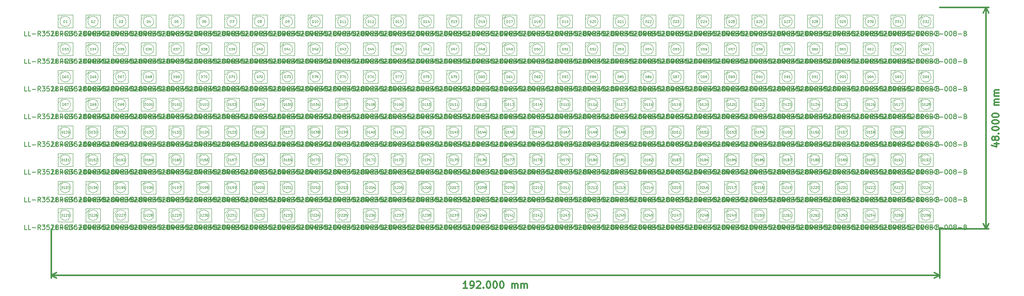
<source format=gbr>
G04 #@! TF.GenerationSoftware,KiCad,Pcbnew,(5.0.1-3-g963ef8bb5)*
G04 #@! TF.CreationDate,2019-06-17T09:36:16+02:00*
G04 #@! TF.ProjectId,cz19-badge,637A31392D62616467652E6B69636164,rev?*
G04 #@! TF.SameCoordinates,Original*
G04 #@! TF.FileFunction,Other,Fab,Top*
%FSLAX46Y46*%
G04 Gerber Fmt 4.6, Leading zero omitted, Abs format (unit mm)*
G04 Created by KiCad (PCBNEW (5.0.1-3-g963ef8bb5)) date 2019 June 17, Monday 09:36:16*
%MOMM*%
%LPD*%
G01*
G04 APERTURE LIST*
%ADD10C,0.300000*%
%ADD11C,0.100000*%
%ADD12C,0.150000*%
%ADD13C,0.075000*%
G04 APERTURE END LIST*
D10*
X143498906Y-130148183D02*
X142641763Y-130148183D01*
X143070335Y-130148183D02*
X143070335Y-128648183D01*
X142927477Y-128862469D01*
X142784620Y-129005326D01*
X142641763Y-129076754D01*
X144213192Y-130148183D02*
X144498906Y-130148183D01*
X144641763Y-130076754D01*
X144713192Y-130005326D01*
X144856049Y-129791040D01*
X144927477Y-129505326D01*
X144927477Y-128933897D01*
X144856049Y-128791040D01*
X144784620Y-128719612D01*
X144641763Y-128648183D01*
X144356049Y-128648183D01*
X144213192Y-128719612D01*
X144141763Y-128791040D01*
X144070335Y-128933897D01*
X144070335Y-129291040D01*
X144141763Y-129433897D01*
X144213192Y-129505326D01*
X144356049Y-129576754D01*
X144641763Y-129576754D01*
X144784620Y-129505326D01*
X144856049Y-129433897D01*
X144927477Y-129291040D01*
X145498906Y-128791040D02*
X145570335Y-128719612D01*
X145713192Y-128648183D01*
X146070335Y-128648183D01*
X146213192Y-128719612D01*
X146284620Y-128791040D01*
X146356049Y-128933897D01*
X146356049Y-129076754D01*
X146284620Y-129291040D01*
X145427477Y-130148183D01*
X146356049Y-130148183D01*
X146998906Y-130005326D02*
X147070335Y-130076754D01*
X146998906Y-130148183D01*
X146927477Y-130076754D01*
X146998906Y-130005326D01*
X146998906Y-130148183D01*
X147998906Y-128648183D02*
X148141763Y-128648183D01*
X148284620Y-128719612D01*
X148356049Y-128791040D01*
X148427477Y-128933897D01*
X148498906Y-129219612D01*
X148498906Y-129576754D01*
X148427477Y-129862469D01*
X148356049Y-130005326D01*
X148284620Y-130076754D01*
X148141763Y-130148183D01*
X147998906Y-130148183D01*
X147856049Y-130076754D01*
X147784620Y-130005326D01*
X147713192Y-129862469D01*
X147641763Y-129576754D01*
X147641763Y-129219612D01*
X147713192Y-128933897D01*
X147784620Y-128791040D01*
X147856049Y-128719612D01*
X147998906Y-128648183D01*
X149427477Y-128648183D02*
X149570335Y-128648183D01*
X149713192Y-128719612D01*
X149784620Y-128791040D01*
X149856049Y-128933897D01*
X149927477Y-129219612D01*
X149927477Y-129576754D01*
X149856049Y-129862469D01*
X149784620Y-130005326D01*
X149713192Y-130076754D01*
X149570335Y-130148183D01*
X149427477Y-130148183D01*
X149284620Y-130076754D01*
X149213192Y-130005326D01*
X149141763Y-129862469D01*
X149070335Y-129576754D01*
X149070335Y-129219612D01*
X149141763Y-128933897D01*
X149213192Y-128791040D01*
X149284620Y-128719612D01*
X149427477Y-128648183D01*
X150856049Y-128648183D02*
X150998906Y-128648183D01*
X151141763Y-128719612D01*
X151213192Y-128791040D01*
X151284620Y-128933897D01*
X151356049Y-129219612D01*
X151356049Y-129576754D01*
X151284620Y-129862469D01*
X151213192Y-130005326D01*
X151141763Y-130076754D01*
X150998906Y-130148183D01*
X150856049Y-130148183D01*
X150713192Y-130076754D01*
X150641763Y-130005326D01*
X150570335Y-129862469D01*
X150498906Y-129576754D01*
X150498906Y-129219612D01*
X150570335Y-128933897D01*
X150641763Y-128791040D01*
X150713192Y-128719612D01*
X150856049Y-128648183D01*
X153141763Y-130148183D02*
X153141763Y-129148183D01*
X153141763Y-129291040D02*
X153213192Y-129219612D01*
X153356049Y-129148183D01*
X153570335Y-129148183D01*
X153713192Y-129219612D01*
X153784620Y-129362469D01*
X153784620Y-130148183D01*
X153784620Y-129362469D02*
X153856049Y-129219612D01*
X153998906Y-129148183D01*
X154213192Y-129148183D01*
X154356049Y-129219612D01*
X154427477Y-129362469D01*
X154427477Y-130148183D01*
X155141763Y-130148183D02*
X155141763Y-129148183D01*
X155141763Y-129291040D02*
X155213192Y-129219612D01*
X155356049Y-129148183D01*
X155570335Y-129148183D01*
X155713192Y-129219612D01*
X155784620Y-129362469D01*
X155784620Y-130148183D01*
X155784620Y-129362469D02*
X155856049Y-129219612D01*
X155998906Y-129148183D01*
X156213192Y-129148183D01*
X156356049Y-129219612D01*
X156427477Y-129362469D01*
X156427477Y-130148183D01*
X53570335Y-127369612D02*
X245570335Y-127369612D01*
X53570335Y-117369612D02*
X53570335Y-127956033D01*
X245570335Y-117369612D02*
X245570335Y-127956033D01*
X245570335Y-127369612D02*
X244443831Y-127956033D01*
X245570335Y-127369612D02*
X244443831Y-126783191D01*
X53570335Y-127369612D02*
X54696839Y-127956033D01*
X53570335Y-127369612D02*
X54696839Y-126783191D01*
X257378571Y-98800000D02*
X258378571Y-98800000D01*
X256807142Y-99157142D02*
X257878571Y-99514285D01*
X257878571Y-98585714D01*
X257521428Y-97800000D02*
X257450000Y-97942857D01*
X257378571Y-98014285D01*
X257235714Y-98085714D01*
X257164285Y-98085714D01*
X257021428Y-98014285D01*
X256950000Y-97942857D01*
X256878571Y-97800000D01*
X256878571Y-97514285D01*
X256950000Y-97371428D01*
X257021428Y-97300000D01*
X257164285Y-97228571D01*
X257235714Y-97228571D01*
X257378571Y-97300000D01*
X257450000Y-97371428D01*
X257521428Y-97514285D01*
X257521428Y-97800000D01*
X257592857Y-97942857D01*
X257664285Y-98014285D01*
X257807142Y-98085714D01*
X258092857Y-98085714D01*
X258235714Y-98014285D01*
X258307142Y-97942857D01*
X258378571Y-97800000D01*
X258378571Y-97514285D01*
X258307142Y-97371428D01*
X258235714Y-97300000D01*
X258092857Y-97228571D01*
X257807142Y-97228571D01*
X257664285Y-97300000D01*
X257592857Y-97371428D01*
X257521428Y-97514285D01*
X258235714Y-96585714D02*
X258307142Y-96514285D01*
X258378571Y-96585714D01*
X258307142Y-96657142D01*
X258235714Y-96585714D01*
X258378571Y-96585714D01*
X256878571Y-95585714D02*
X256878571Y-95442857D01*
X256950000Y-95300000D01*
X257021428Y-95228571D01*
X257164285Y-95157142D01*
X257450000Y-95085714D01*
X257807142Y-95085714D01*
X258092857Y-95157142D01*
X258235714Y-95228571D01*
X258307142Y-95300000D01*
X258378571Y-95442857D01*
X258378571Y-95585714D01*
X258307142Y-95728571D01*
X258235714Y-95800000D01*
X258092857Y-95871428D01*
X257807142Y-95942857D01*
X257450000Y-95942857D01*
X257164285Y-95871428D01*
X257021428Y-95800000D01*
X256950000Y-95728571D01*
X256878571Y-95585714D01*
X256878571Y-94157142D02*
X256878571Y-94014285D01*
X256950000Y-93871428D01*
X257021428Y-93800000D01*
X257164285Y-93728571D01*
X257450000Y-93657142D01*
X257807142Y-93657142D01*
X258092857Y-93728571D01*
X258235714Y-93800000D01*
X258307142Y-93871428D01*
X258378571Y-94014285D01*
X258378571Y-94157142D01*
X258307142Y-94300000D01*
X258235714Y-94371428D01*
X258092857Y-94442857D01*
X257807142Y-94514285D01*
X257450000Y-94514285D01*
X257164285Y-94442857D01*
X257021428Y-94371428D01*
X256950000Y-94300000D01*
X256878571Y-94157142D01*
X256878571Y-92728571D02*
X256878571Y-92585714D01*
X256950000Y-92442857D01*
X257021428Y-92371428D01*
X257164285Y-92300000D01*
X257450000Y-92228571D01*
X257807142Y-92228571D01*
X258092857Y-92300000D01*
X258235714Y-92371428D01*
X258307142Y-92442857D01*
X258378571Y-92585714D01*
X258378571Y-92728571D01*
X258307142Y-92871428D01*
X258235714Y-92942857D01*
X258092857Y-93014285D01*
X257807142Y-93085714D01*
X257450000Y-93085714D01*
X257164285Y-93014285D01*
X257021428Y-92942857D01*
X256950000Y-92871428D01*
X256878571Y-92728571D01*
X258378571Y-90442857D02*
X257378571Y-90442857D01*
X257521428Y-90442857D02*
X257450000Y-90371428D01*
X257378571Y-90228571D01*
X257378571Y-90014285D01*
X257450000Y-89871428D01*
X257592857Y-89800000D01*
X258378571Y-89800000D01*
X257592857Y-89800000D02*
X257450000Y-89728571D01*
X257378571Y-89585714D01*
X257378571Y-89371428D01*
X257450000Y-89228571D01*
X257592857Y-89157142D01*
X258378571Y-89157142D01*
X258378571Y-88442857D02*
X257378571Y-88442857D01*
X257521428Y-88442857D02*
X257450000Y-88371428D01*
X257378571Y-88228571D01*
X257378571Y-88014285D01*
X257450000Y-87871428D01*
X257592857Y-87800000D01*
X258378571Y-87800000D01*
X257592857Y-87800000D02*
X257450000Y-87728571D01*
X257378571Y-87585714D01*
X257378571Y-87371428D01*
X257450000Y-87228571D01*
X257592857Y-87157142D01*
X258378571Y-87157142D01*
X255600000Y-117300000D02*
X255600000Y-69300000D01*
X245600000Y-117300000D02*
X256186421Y-117300000D01*
X245600000Y-69300000D02*
X256186421Y-69300000D01*
X255600000Y-69300000D02*
X256186421Y-70426504D01*
X255600000Y-69300000D02*
X255013579Y-70426504D01*
X255600000Y-117300000D02*
X256186421Y-116173496D01*
X255600000Y-117300000D02*
X255013579Y-116173496D01*
D11*
G04 #@! TO.C,D1*
X57720000Y-72300000D02*
G75*
G03X57720000Y-72300000I-1120000J0D01*
G01*
X56000000Y-70900000D02*
X55000000Y-71900000D01*
X55000000Y-70900000D02*
X55000000Y-73700000D01*
X55000000Y-73700000D02*
X58200000Y-73700000D01*
X58200000Y-73700000D02*
X58200000Y-70900000D01*
X58200000Y-70900000D02*
X55000000Y-70900000D01*
G04 #@! TO.C,D2*
X63720000Y-72300000D02*
G75*
G03X63720000Y-72300000I-1120000J0D01*
G01*
X62000000Y-70900000D02*
X61000000Y-71900000D01*
X61000000Y-70900000D02*
X61000000Y-73700000D01*
X61000000Y-73700000D02*
X64200000Y-73700000D01*
X64200000Y-73700000D02*
X64200000Y-70900000D01*
X64200000Y-70900000D02*
X61000000Y-70900000D01*
G04 #@! TO.C,D3*
X69720000Y-72300000D02*
G75*
G03X69720000Y-72300000I-1120000J0D01*
G01*
X68000000Y-70900000D02*
X67000000Y-71900000D01*
X67000000Y-70900000D02*
X67000000Y-73700000D01*
X67000000Y-73700000D02*
X70200000Y-73700000D01*
X70200000Y-73700000D02*
X70200000Y-70900000D01*
X70200000Y-70900000D02*
X67000000Y-70900000D01*
G04 #@! TO.C,D4*
X75720000Y-72300000D02*
G75*
G03X75720000Y-72300000I-1120000J0D01*
G01*
X74000000Y-70900000D02*
X73000000Y-71900000D01*
X73000000Y-70900000D02*
X73000000Y-73700000D01*
X73000000Y-73700000D02*
X76200000Y-73700000D01*
X76200000Y-73700000D02*
X76200000Y-70900000D01*
X76200000Y-70900000D02*
X73000000Y-70900000D01*
G04 #@! TO.C,D5*
X81720000Y-72300000D02*
G75*
G03X81720000Y-72300000I-1120000J0D01*
G01*
X80000000Y-70900000D02*
X79000000Y-71900000D01*
X79000000Y-70900000D02*
X79000000Y-73700000D01*
X79000000Y-73700000D02*
X82200000Y-73700000D01*
X82200000Y-73700000D02*
X82200000Y-70900000D01*
X82200000Y-70900000D02*
X79000000Y-70900000D01*
G04 #@! TO.C,D6*
X87720000Y-72300000D02*
G75*
G03X87720000Y-72300000I-1120000J0D01*
G01*
X86000000Y-70900000D02*
X85000000Y-71900000D01*
X85000000Y-70900000D02*
X85000000Y-73700000D01*
X85000000Y-73700000D02*
X88200000Y-73700000D01*
X88200000Y-73700000D02*
X88200000Y-70900000D01*
X88200000Y-70900000D02*
X85000000Y-70900000D01*
G04 #@! TO.C,D7*
X93720000Y-72300000D02*
G75*
G03X93720000Y-72300000I-1120000J0D01*
G01*
X92000000Y-70900000D02*
X91000000Y-71900000D01*
X91000000Y-70900000D02*
X91000000Y-73700000D01*
X91000000Y-73700000D02*
X94200000Y-73700000D01*
X94200000Y-73700000D02*
X94200000Y-70900000D01*
X94200000Y-70900000D02*
X91000000Y-70900000D01*
G04 #@! TO.C,D8*
X99720000Y-72300000D02*
G75*
G03X99720000Y-72300000I-1120000J0D01*
G01*
X98000000Y-70900000D02*
X97000000Y-71900000D01*
X97000000Y-70900000D02*
X97000000Y-73700000D01*
X97000000Y-73700000D02*
X100200000Y-73700000D01*
X100200000Y-73700000D02*
X100200000Y-70900000D01*
X100200000Y-70900000D02*
X97000000Y-70900000D01*
G04 #@! TO.C,D9*
X105720000Y-72300000D02*
G75*
G03X105720000Y-72300000I-1120000J0D01*
G01*
X104000000Y-70900000D02*
X103000000Y-71900000D01*
X103000000Y-70900000D02*
X103000000Y-73700000D01*
X103000000Y-73700000D02*
X106200000Y-73700000D01*
X106200000Y-73700000D02*
X106200000Y-70900000D01*
X106200000Y-70900000D02*
X103000000Y-70900000D01*
G04 #@! TO.C,D10*
X111720000Y-72300000D02*
G75*
G03X111720000Y-72300000I-1120000J0D01*
G01*
X110000000Y-70900000D02*
X109000000Y-71900000D01*
X109000000Y-70900000D02*
X109000000Y-73700000D01*
X109000000Y-73700000D02*
X112200000Y-73700000D01*
X112200000Y-73700000D02*
X112200000Y-70900000D01*
X112200000Y-70900000D02*
X109000000Y-70900000D01*
G04 #@! TO.C,D11*
X117720000Y-72300000D02*
G75*
G03X117720000Y-72300000I-1120000J0D01*
G01*
X116000000Y-70900000D02*
X115000000Y-71900000D01*
X115000000Y-70900000D02*
X115000000Y-73700000D01*
X115000000Y-73700000D02*
X118200000Y-73700000D01*
X118200000Y-73700000D02*
X118200000Y-70900000D01*
X118200000Y-70900000D02*
X115000000Y-70900000D01*
G04 #@! TO.C,D12*
X123720000Y-72300000D02*
G75*
G03X123720000Y-72300000I-1120000J0D01*
G01*
X122000000Y-70900000D02*
X121000000Y-71900000D01*
X121000000Y-70900000D02*
X121000000Y-73700000D01*
X121000000Y-73700000D02*
X124200000Y-73700000D01*
X124200000Y-73700000D02*
X124200000Y-70900000D01*
X124200000Y-70900000D02*
X121000000Y-70900000D01*
G04 #@! TO.C,D13*
X129720000Y-72300000D02*
G75*
G03X129720000Y-72300000I-1120000J0D01*
G01*
X128000000Y-70900000D02*
X127000000Y-71900000D01*
X127000000Y-70900000D02*
X127000000Y-73700000D01*
X127000000Y-73700000D02*
X130200000Y-73700000D01*
X130200000Y-73700000D02*
X130200000Y-70900000D01*
X130200000Y-70900000D02*
X127000000Y-70900000D01*
G04 #@! TO.C,D14*
X135720000Y-72300000D02*
G75*
G03X135720000Y-72300000I-1120000J0D01*
G01*
X134000000Y-70900000D02*
X133000000Y-71900000D01*
X133000000Y-70900000D02*
X133000000Y-73700000D01*
X133000000Y-73700000D02*
X136200000Y-73700000D01*
X136200000Y-73700000D02*
X136200000Y-70900000D01*
X136200000Y-70900000D02*
X133000000Y-70900000D01*
G04 #@! TO.C,D15*
X141720000Y-72300000D02*
G75*
G03X141720000Y-72300000I-1120000J0D01*
G01*
X140000000Y-70900000D02*
X139000000Y-71900000D01*
X139000000Y-70900000D02*
X139000000Y-73700000D01*
X139000000Y-73700000D02*
X142200000Y-73700000D01*
X142200000Y-73700000D02*
X142200000Y-70900000D01*
X142200000Y-70900000D02*
X139000000Y-70900000D01*
G04 #@! TO.C,D16*
X147720000Y-72300000D02*
G75*
G03X147720000Y-72300000I-1120000J0D01*
G01*
X146000000Y-70900000D02*
X145000000Y-71900000D01*
X145000000Y-70900000D02*
X145000000Y-73700000D01*
X145000000Y-73700000D02*
X148200000Y-73700000D01*
X148200000Y-73700000D02*
X148200000Y-70900000D01*
X148200000Y-70900000D02*
X145000000Y-70900000D01*
G04 #@! TO.C,D17*
X153720000Y-72300000D02*
G75*
G03X153720000Y-72300000I-1120000J0D01*
G01*
X152000000Y-70900000D02*
X151000000Y-71900000D01*
X151000000Y-70900000D02*
X151000000Y-73700000D01*
X151000000Y-73700000D02*
X154200000Y-73700000D01*
X154200000Y-73700000D02*
X154200000Y-70900000D01*
X154200000Y-70900000D02*
X151000000Y-70900000D01*
G04 #@! TO.C,D18*
X159720000Y-72300000D02*
G75*
G03X159720000Y-72300000I-1120000J0D01*
G01*
X158000000Y-70900000D02*
X157000000Y-71900000D01*
X157000000Y-70900000D02*
X157000000Y-73700000D01*
X157000000Y-73700000D02*
X160200000Y-73700000D01*
X160200000Y-73700000D02*
X160200000Y-70900000D01*
X160200000Y-70900000D02*
X157000000Y-70900000D01*
G04 #@! TO.C,D19*
X165720000Y-72300000D02*
G75*
G03X165720000Y-72300000I-1120000J0D01*
G01*
X164000000Y-70900000D02*
X163000000Y-71900000D01*
X163000000Y-70900000D02*
X163000000Y-73700000D01*
X163000000Y-73700000D02*
X166200000Y-73700000D01*
X166200000Y-73700000D02*
X166200000Y-70900000D01*
X166200000Y-70900000D02*
X163000000Y-70900000D01*
G04 #@! TO.C,D20*
X171720000Y-72300000D02*
G75*
G03X171720000Y-72300000I-1120000J0D01*
G01*
X170000000Y-70900000D02*
X169000000Y-71900000D01*
X169000000Y-70900000D02*
X169000000Y-73700000D01*
X169000000Y-73700000D02*
X172200000Y-73700000D01*
X172200000Y-73700000D02*
X172200000Y-70900000D01*
X172200000Y-70900000D02*
X169000000Y-70900000D01*
G04 #@! TO.C,D21*
X177720000Y-72300000D02*
G75*
G03X177720000Y-72300000I-1120000J0D01*
G01*
X176000000Y-70900000D02*
X175000000Y-71900000D01*
X175000000Y-70900000D02*
X175000000Y-73700000D01*
X175000000Y-73700000D02*
X178200000Y-73700000D01*
X178200000Y-73700000D02*
X178200000Y-70900000D01*
X178200000Y-70900000D02*
X175000000Y-70900000D01*
G04 #@! TO.C,D22*
X183720000Y-72300000D02*
G75*
G03X183720000Y-72300000I-1120000J0D01*
G01*
X182000000Y-70900000D02*
X181000000Y-71900000D01*
X181000000Y-70900000D02*
X181000000Y-73700000D01*
X181000000Y-73700000D02*
X184200000Y-73700000D01*
X184200000Y-73700000D02*
X184200000Y-70900000D01*
X184200000Y-70900000D02*
X181000000Y-70900000D01*
G04 #@! TO.C,D23*
X189720000Y-72300000D02*
G75*
G03X189720000Y-72300000I-1120000J0D01*
G01*
X188000000Y-70900000D02*
X187000000Y-71900000D01*
X187000000Y-70900000D02*
X187000000Y-73700000D01*
X187000000Y-73700000D02*
X190200000Y-73700000D01*
X190200000Y-73700000D02*
X190200000Y-70900000D01*
X190200000Y-70900000D02*
X187000000Y-70900000D01*
G04 #@! TO.C,D24*
X195720000Y-72300000D02*
G75*
G03X195720000Y-72300000I-1120000J0D01*
G01*
X194000000Y-70900000D02*
X193000000Y-71900000D01*
X193000000Y-70900000D02*
X193000000Y-73700000D01*
X193000000Y-73700000D02*
X196200000Y-73700000D01*
X196200000Y-73700000D02*
X196200000Y-70900000D01*
X196200000Y-70900000D02*
X193000000Y-70900000D01*
G04 #@! TO.C,D25*
X201720000Y-72300000D02*
G75*
G03X201720000Y-72300000I-1120000J0D01*
G01*
X200000000Y-70900000D02*
X199000000Y-71900000D01*
X199000000Y-70900000D02*
X199000000Y-73700000D01*
X199000000Y-73700000D02*
X202200000Y-73700000D01*
X202200000Y-73700000D02*
X202200000Y-70900000D01*
X202200000Y-70900000D02*
X199000000Y-70900000D01*
G04 #@! TO.C,D26*
X207720000Y-72300000D02*
G75*
G03X207720000Y-72300000I-1120000J0D01*
G01*
X206000000Y-70900000D02*
X205000000Y-71900000D01*
X205000000Y-70900000D02*
X205000000Y-73700000D01*
X205000000Y-73700000D02*
X208200000Y-73700000D01*
X208200000Y-73700000D02*
X208200000Y-70900000D01*
X208200000Y-70900000D02*
X205000000Y-70900000D01*
G04 #@! TO.C,D27*
X213720000Y-72300000D02*
G75*
G03X213720000Y-72300000I-1120000J0D01*
G01*
X212000000Y-70900000D02*
X211000000Y-71900000D01*
X211000000Y-70900000D02*
X211000000Y-73700000D01*
X211000000Y-73700000D02*
X214200000Y-73700000D01*
X214200000Y-73700000D02*
X214200000Y-70900000D01*
X214200000Y-70900000D02*
X211000000Y-70900000D01*
G04 #@! TO.C,D28*
X219720000Y-72300000D02*
G75*
G03X219720000Y-72300000I-1120000J0D01*
G01*
X218000000Y-70900000D02*
X217000000Y-71900000D01*
X217000000Y-70900000D02*
X217000000Y-73700000D01*
X217000000Y-73700000D02*
X220200000Y-73700000D01*
X220200000Y-73700000D02*
X220200000Y-70900000D01*
X220200000Y-70900000D02*
X217000000Y-70900000D01*
G04 #@! TO.C,D29*
X225720000Y-72300000D02*
G75*
G03X225720000Y-72300000I-1120000J0D01*
G01*
X224000000Y-70900000D02*
X223000000Y-71900000D01*
X223000000Y-70900000D02*
X223000000Y-73700000D01*
X223000000Y-73700000D02*
X226200000Y-73700000D01*
X226200000Y-73700000D02*
X226200000Y-70900000D01*
X226200000Y-70900000D02*
X223000000Y-70900000D01*
G04 #@! TO.C,D30*
X231720000Y-72300000D02*
G75*
G03X231720000Y-72300000I-1120000J0D01*
G01*
X230000000Y-70900000D02*
X229000000Y-71900000D01*
X229000000Y-70900000D02*
X229000000Y-73700000D01*
X229000000Y-73700000D02*
X232200000Y-73700000D01*
X232200000Y-73700000D02*
X232200000Y-70900000D01*
X232200000Y-70900000D02*
X229000000Y-70900000D01*
G04 #@! TO.C,D31*
X237720000Y-72300000D02*
G75*
G03X237720000Y-72300000I-1120000J0D01*
G01*
X236000000Y-70900000D02*
X235000000Y-71900000D01*
X235000000Y-70900000D02*
X235000000Y-73700000D01*
X235000000Y-73700000D02*
X238200000Y-73700000D01*
X238200000Y-73700000D02*
X238200000Y-70900000D01*
X238200000Y-70900000D02*
X235000000Y-70900000D01*
G04 #@! TO.C,D32*
X243720000Y-72300000D02*
G75*
G03X243720000Y-72300000I-1120000J0D01*
G01*
X242000000Y-70900000D02*
X241000000Y-71900000D01*
X241000000Y-70900000D02*
X241000000Y-73700000D01*
X241000000Y-73700000D02*
X244200000Y-73700000D01*
X244200000Y-73700000D02*
X244200000Y-70900000D01*
X244200000Y-70900000D02*
X241000000Y-70900000D01*
G04 #@! TO.C,D33*
X58200000Y-76900000D02*
X55000000Y-76900000D01*
X58200000Y-79700000D02*
X58200000Y-76900000D01*
X55000000Y-79700000D02*
X58200000Y-79700000D01*
X55000000Y-76900000D02*
X55000000Y-79700000D01*
X56000000Y-76900000D02*
X55000000Y-77900000D01*
X57720000Y-78300000D02*
G75*
G03X57720000Y-78300000I-1120000J0D01*
G01*
G04 #@! TO.C,D34*
X64200000Y-76900000D02*
X61000000Y-76900000D01*
X64200000Y-79700000D02*
X64200000Y-76900000D01*
X61000000Y-79700000D02*
X64200000Y-79700000D01*
X61000000Y-76900000D02*
X61000000Y-79700000D01*
X62000000Y-76900000D02*
X61000000Y-77900000D01*
X63720000Y-78300000D02*
G75*
G03X63720000Y-78300000I-1120000J0D01*
G01*
G04 #@! TO.C,D35*
X70200000Y-76900000D02*
X67000000Y-76900000D01*
X70200000Y-79700000D02*
X70200000Y-76900000D01*
X67000000Y-79700000D02*
X70200000Y-79700000D01*
X67000000Y-76900000D02*
X67000000Y-79700000D01*
X68000000Y-76900000D02*
X67000000Y-77900000D01*
X69720000Y-78300000D02*
G75*
G03X69720000Y-78300000I-1120000J0D01*
G01*
G04 #@! TO.C,D36*
X76200000Y-76900000D02*
X73000000Y-76900000D01*
X76200000Y-79700000D02*
X76200000Y-76900000D01*
X73000000Y-79700000D02*
X76200000Y-79700000D01*
X73000000Y-76900000D02*
X73000000Y-79700000D01*
X74000000Y-76900000D02*
X73000000Y-77900000D01*
X75720000Y-78300000D02*
G75*
G03X75720000Y-78300000I-1120000J0D01*
G01*
G04 #@! TO.C,D37*
X82200000Y-76900000D02*
X79000000Y-76900000D01*
X82200000Y-79700000D02*
X82200000Y-76900000D01*
X79000000Y-79700000D02*
X82200000Y-79700000D01*
X79000000Y-76900000D02*
X79000000Y-79700000D01*
X80000000Y-76900000D02*
X79000000Y-77900000D01*
X81720000Y-78300000D02*
G75*
G03X81720000Y-78300000I-1120000J0D01*
G01*
G04 #@! TO.C,D38*
X88200000Y-76900000D02*
X85000000Y-76900000D01*
X88200000Y-79700000D02*
X88200000Y-76900000D01*
X85000000Y-79700000D02*
X88200000Y-79700000D01*
X85000000Y-76900000D02*
X85000000Y-79700000D01*
X86000000Y-76900000D02*
X85000000Y-77900000D01*
X87720000Y-78300000D02*
G75*
G03X87720000Y-78300000I-1120000J0D01*
G01*
G04 #@! TO.C,D39*
X94200000Y-76900000D02*
X91000000Y-76900000D01*
X94200000Y-79700000D02*
X94200000Y-76900000D01*
X91000000Y-79700000D02*
X94200000Y-79700000D01*
X91000000Y-76900000D02*
X91000000Y-79700000D01*
X92000000Y-76900000D02*
X91000000Y-77900000D01*
X93720000Y-78300000D02*
G75*
G03X93720000Y-78300000I-1120000J0D01*
G01*
G04 #@! TO.C,D40*
X100200000Y-76900000D02*
X97000000Y-76900000D01*
X100200000Y-79700000D02*
X100200000Y-76900000D01*
X97000000Y-79700000D02*
X100200000Y-79700000D01*
X97000000Y-76900000D02*
X97000000Y-79700000D01*
X98000000Y-76900000D02*
X97000000Y-77900000D01*
X99720000Y-78300000D02*
G75*
G03X99720000Y-78300000I-1120000J0D01*
G01*
G04 #@! TO.C,D41*
X106200000Y-76900000D02*
X103000000Y-76900000D01*
X106200000Y-79700000D02*
X106200000Y-76900000D01*
X103000000Y-79700000D02*
X106200000Y-79700000D01*
X103000000Y-76900000D02*
X103000000Y-79700000D01*
X104000000Y-76900000D02*
X103000000Y-77900000D01*
X105720000Y-78300000D02*
G75*
G03X105720000Y-78300000I-1120000J0D01*
G01*
G04 #@! TO.C,D42*
X112200000Y-76900000D02*
X109000000Y-76900000D01*
X112200000Y-79700000D02*
X112200000Y-76900000D01*
X109000000Y-79700000D02*
X112200000Y-79700000D01*
X109000000Y-76900000D02*
X109000000Y-79700000D01*
X110000000Y-76900000D02*
X109000000Y-77900000D01*
X111720000Y-78300000D02*
G75*
G03X111720000Y-78300000I-1120000J0D01*
G01*
G04 #@! TO.C,D43*
X118200000Y-76900000D02*
X115000000Y-76900000D01*
X118200000Y-79700000D02*
X118200000Y-76900000D01*
X115000000Y-79700000D02*
X118200000Y-79700000D01*
X115000000Y-76900000D02*
X115000000Y-79700000D01*
X116000000Y-76900000D02*
X115000000Y-77900000D01*
X117720000Y-78300000D02*
G75*
G03X117720000Y-78300000I-1120000J0D01*
G01*
G04 #@! TO.C,D44*
X124200000Y-76900000D02*
X121000000Y-76900000D01*
X124200000Y-79700000D02*
X124200000Y-76900000D01*
X121000000Y-79700000D02*
X124200000Y-79700000D01*
X121000000Y-76900000D02*
X121000000Y-79700000D01*
X122000000Y-76900000D02*
X121000000Y-77900000D01*
X123720000Y-78300000D02*
G75*
G03X123720000Y-78300000I-1120000J0D01*
G01*
G04 #@! TO.C,D45*
X130200000Y-76900000D02*
X127000000Y-76900000D01*
X130200000Y-79700000D02*
X130200000Y-76900000D01*
X127000000Y-79700000D02*
X130200000Y-79700000D01*
X127000000Y-76900000D02*
X127000000Y-79700000D01*
X128000000Y-76900000D02*
X127000000Y-77900000D01*
X129720000Y-78300000D02*
G75*
G03X129720000Y-78300000I-1120000J0D01*
G01*
G04 #@! TO.C,D46*
X136200000Y-76900000D02*
X133000000Y-76900000D01*
X136200000Y-79700000D02*
X136200000Y-76900000D01*
X133000000Y-79700000D02*
X136200000Y-79700000D01*
X133000000Y-76900000D02*
X133000000Y-79700000D01*
X134000000Y-76900000D02*
X133000000Y-77900000D01*
X135720000Y-78300000D02*
G75*
G03X135720000Y-78300000I-1120000J0D01*
G01*
G04 #@! TO.C,D47*
X142200000Y-76900000D02*
X139000000Y-76900000D01*
X142200000Y-79700000D02*
X142200000Y-76900000D01*
X139000000Y-79700000D02*
X142200000Y-79700000D01*
X139000000Y-76900000D02*
X139000000Y-79700000D01*
X140000000Y-76900000D02*
X139000000Y-77900000D01*
X141720000Y-78300000D02*
G75*
G03X141720000Y-78300000I-1120000J0D01*
G01*
G04 #@! TO.C,D48*
X148200000Y-76900000D02*
X145000000Y-76900000D01*
X148200000Y-79700000D02*
X148200000Y-76900000D01*
X145000000Y-79700000D02*
X148200000Y-79700000D01*
X145000000Y-76900000D02*
X145000000Y-79700000D01*
X146000000Y-76900000D02*
X145000000Y-77900000D01*
X147720000Y-78300000D02*
G75*
G03X147720000Y-78300000I-1120000J0D01*
G01*
G04 #@! TO.C,D49*
X154200000Y-76900000D02*
X151000000Y-76900000D01*
X154200000Y-79700000D02*
X154200000Y-76900000D01*
X151000000Y-79700000D02*
X154200000Y-79700000D01*
X151000000Y-76900000D02*
X151000000Y-79700000D01*
X152000000Y-76900000D02*
X151000000Y-77900000D01*
X153720000Y-78300000D02*
G75*
G03X153720000Y-78300000I-1120000J0D01*
G01*
G04 #@! TO.C,D50*
X160200000Y-76900000D02*
X157000000Y-76900000D01*
X160200000Y-79700000D02*
X160200000Y-76900000D01*
X157000000Y-79700000D02*
X160200000Y-79700000D01*
X157000000Y-76900000D02*
X157000000Y-79700000D01*
X158000000Y-76900000D02*
X157000000Y-77900000D01*
X159720000Y-78300000D02*
G75*
G03X159720000Y-78300000I-1120000J0D01*
G01*
G04 #@! TO.C,D51*
X166200000Y-76900000D02*
X163000000Y-76900000D01*
X166200000Y-79700000D02*
X166200000Y-76900000D01*
X163000000Y-79700000D02*
X166200000Y-79700000D01*
X163000000Y-76900000D02*
X163000000Y-79700000D01*
X164000000Y-76900000D02*
X163000000Y-77900000D01*
X165720000Y-78300000D02*
G75*
G03X165720000Y-78300000I-1120000J0D01*
G01*
G04 #@! TO.C,D52*
X172200000Y-76900000D02*
X169000000Y-76900000D01*
X172200000Y-79700000D02*
X172200000Y-76900000D01*
X169000000Y-79700000D02*
X172200000Y-79700000D01*
X169000000Y-76900000D02*
X169000000Y-79700000D01*
X170000000Y-76900000D02*
X169000000Y-77900000D01*
X171720000Y-78300000D02*
G75*
G03X171720000Y-78300000I-1120000J0D01*
G01*
G04 #@! TO.C,D53*
X178200000Y-76900000D02*
X175000000Y-76900000D01*
X178200000Y-79700000D02*
X178200000Y-76900000D01*
X175000000Y-79700000D02*
X178200000Y-79700000D01*
X175000000Y-76900000D02*
X175000000Y-79700000D01*
X176000000Y-76900000D02*
X175000000Y-77900000D01*
X177720000Y-78300000D02*
G75*
G03X177720000Y-78300000I-1120000J0D01*
G01*
G04 #@! TO.C,D54*
X184200000Y-76900000D02*
X181000000Y-76900000D01*
X184200000Y-79700000D02*
X184200000Y-76900000D01*
X181000000Y-79700000D02*
X184200000Y-79700000D01*
X181000000Y-76900000D02*
X181000000Y-79700000D01*
X182000000Y-76900000D02*
X181000000Y-77900000D01*
X183720000Y-78300000D02*
G75*
G03X183720000Y-78300000I-1120000J0D01*
G01*
G04 #@! TO.C,D55*
X190200000Y-76900000D02*
X187000000Y-76900000D01*
X190200000Y-79700000D02*
X190200000Y-76900000D01*
X187000000Y-79700000D02*
X190200000Y-79700000D01*
X187000000Y-76900000D02*
X187000000Y-79700000D01*
X188000000Y-76900000D02*
X187000000Y-77900000D01*
X189720000Y-78300000D02*
G75*
G03X189720000Y-78300000I-1120000J0D01*
G01*
G04 #@! TO.C,D56*
X196200000Y-76900000D02*
X193000000Y-76900000D01*
X196200000Y-79700000D02*
X196200000Y-76900000D01*
X193000000Y-79700000D02*
X196200000Y-79700000D01*
X193000000Y-76900000D02*
X193000000Y-79700000D01*
X194000000Y-76900000D02*
X193000000Y-77900000D01*
X195720000Y-78300000D02*
G75*
G03X195720000Y-78300000I-1120000J0D01*
G01*
G04 #@! TO.C,D57*
X202200000Y-76900000D02*
X199000000Y-76900000D01*
X202200000Y-79700000D02*
X202200000Y-76900000D01*
X199000000Y-79700000D02*
X202200000Y-79700000D01*
X199000000Y-76900000D02*
X199000000Y-79700000D01*
X200000000Y-76900000D02*
X199000000Y-77900000D01*
X201720000Y-78300000D02*
G75*
G03X201720000Y-78300000I-1120000J0D01*
G01*
G04 #@! TO.C,D58*
X208200000Y-76900000D02*
X205000000Y-76900000D01*
X208200000Y-79700000D02*
X208200000Y-76900000D01*
X205000000Y-79700000D02*
X208200000Y-79700000D01*
X205000000Y-76900000D02*
X205000000Y-79700000D01*
X206000000Y-76900000D02*
X205000000Y-77900000D01*
X207720000Y-78300000D02*
G75*
G03X207720000Y-78300000I-1120000J0D01*
G01*
G04 #@! TO.C,D59*
X214200000Y-76900000D02*
X211000000Y-76900000D01*
X214200000Y-79700000D02*
X214200000Y-76900000D01*
X211000000Y-79700000D02*
X214200000Y-79700000D01*
X211000000Y-76900000D02*
X211000000Y-79700000D01*
X212000000Y-76900000D02*
X211000000Y-77900000D01*
X213720000Y-78300000D02*
G75*
G03X213720000Y-78300000I-1120000J0D01*
G01*
G04 #@! TO.C,D60*
X220200000Y-76900000D02*
X217000000Y-76900000D01*
X220200000Y-79700000D02*
X220200000Y-76900000D01*
X217000000Y-79700000D02*
X220200000Y-79700000D01*
X217000000Y-76900000D02*
X217000000Y-79700000D01*
X218000000Y-76900000D02*
X217000000Y-77900000D01*
X219720000Y-78300000D02*
G75*
G03X219720000Y-78300000I-1120000J0D01*
G01*
G04 #@! TO.C,D61*
X226200000Y-76900000D02*
X223000000Y-76900000D01*
X226200000Y-79700000D02*
X226200000Y-76900000D01*
X223000000Y-79700000D02*
X226200000Y-79700000D01*
X223000000Y-76900000D02*
X223000000Y-79700000D01*
X224000000Y-76900000D02*
X223000000Y-77900000D01*
X225720000Y-78300000D02*
G75*
G03X225720000Y-78300000I-1120000J0D01*
G01*
G04 #@! TO.C,D62*
X232200000Y-76900000D02*
X229000000Y-76900000D01*
X232200000Y-79700000D02*
X232200000Y-76900000D01*
X229000000Y-79700000D02*
X232200000Y-79700000D01*
X229000000Y-76900000D02*
X229000000Y-79700000D01*
X230000000Y-76900000D02*
X229000000Y-77900000D01*
X231720000Y-78300000D02*
G75*
G03X231720000Y-78300000I-1120000J0D01*
G01*
G04 #@! TO.C,D63*
X238200000Y-76900000D02*
X235000000Y-76900000D01*
X238200000Y-79700000D02*
X238200000Y-76900000D01*
X235000000Y-79700000D02*
X238200000Y-79700000D01*
X235000000Y-76900000D02*
X235000000Y-79700000D01*
X236000000Y-76900000D02*
X235000000Y-77900000D01*
X237720000Y-78300000D02*
G75*
G03X237720000Y-78300000I-1120000J0D01*
G01*
G04 #@! TO.C,D64*
X244200000Y-76900000D02*
X241000000Y-76900000D01*
X244200000Y-79700000D02*
X244200000Y-76900000D01*
X241000000Y-79700000D02*
X244200000Y-79700000D01*
X241000000Y-76900000D02*
X241000000Y-79700000D01*
X242000000Y-76900000D02*
X241000000Y-77900000D01*
X243720000Y-78300000D02*
G75*
G03X243720000Y-78300000I-1120000J0D01*
G01*
G04 #@! TO.C,D65*
X57720000Y-84300000D02*
G75*
G03X57720000Y-84300000I-1120000J0D01*
G01*
X56000000Y-82900000D02*
X55000000Y-83900000D01*
X55000000Y-82900000D02*
X55000000Y-85700000D01*
X55000000Y-85700000D02*
X58200000Y-85700000D01*
X58200000Y-85700000D02*
X58200000Y-82900000D01*
X58200000Y-82900000D02*
X55000000Y-82900000D01*
G04 #@! TO.C,D66*
X63720000Y-84300000D02*
G75*
G03X63720000Y-84300000I-1120000J0D01*
G01*
X62000000Y-82900000D02*
X61000000Y-83900000D01*
X61000000Y-82900000D02*
X61000000Y-85700000D01*
X61000000Y-85700000D02*
X64200000Y-85700000D01*
X64200000Y-85700000D02*
X64200000Y-82900000D01*
X64200000Y-82900000D02*
X61000000Y-82900000D01*
G04 #@! TO.C,D67*
X69720000Y-84300000D02*
G75*
G03X69720000Y-84300000I-1120000J0D01*
G01*
X68000000Y-82900000D02*
X67000000Y-83900000D01*
X67000000Y-82900000D02*
X67000000Y-85700000D01*
X67000000Y-85700000D02*
X70200000Y-85700000D01*
X70200000Y-85700000D02*
X70200000Y-82900000D01*
X70200000Y-82900000D02*
X67000000Y-82900000D01*
G04 #@! TO.C,D68*
X75720000Y-84300000D02*
G75*
G03X75720000Y-84300000I-1120000J0D01*
G01*
X74000000Y-82900000D02*
X73000000Y-83900000D01*
X73000000Y-82900000D02*
X73000000Y-85700000D01*
X73000000Y-85700000D02*
X76200000Y-85700000D01*
X76200000Y-85700000D02*
X76200000Y-82900000D01*
X76200000Y-82900000D02*
X73000000Y-82900000D01*
G04 #@! TO.C,D69*
X81720000Y-84300000D02*
G75*
G03X81720000Y-84300000I-1120000J0D01*
G01*
X80000000Y-82900000D02*
X79000000Y-83900000D01*
X79000000Y-82900000D02*
X79000000Y-85700000D01*
X79000000Y-85700000D02*
X82200000Y-85700000D01*
X82200000Y-85700000D02*
X82200000Y-82900000D01*
X82200000Y-82900000D02*
X79000000Y-82900000D01*
G04 #@! TO.C,D70*
X87720000Y-84300000D02*
G75*
G03X87720000Y-84300000I-1120000J0D01*
G01*
X86000000Y-82900000D02*
X85000000Y-83900000D01*
X85000000Y-82900000D02*
X85000000Y-85700000D01*
X85000000Y-85700000D02*
X88200000Y-85700000D01*
X88200000Y-85700000D02*
X88200000Y-82900000D01*
X88200000Y-82900000D02*
X85000000Y-82900000D01*
G04 #@! TO.C,D71*
X93720000Y-84300000D02*
G75*
G03X93720000Y-84300000I-1120000J0D01*
G01*
X92000000Y-82900000D02*
X91000000Y-83900000D01*
X91000000Y-82900000D02*
X91000000Y-85700000D01*
X91000000Y-85700000D02*
X94200000Y-85700000D01*
X94200000Y-85700000D02*
X94200000Y-82900000D01*
X94200000Y-82900000D02*
X91000000Y-82900000D01*
G04 #@! TO.C,D72*
X99720000Y-84300000D02*
G75*
G03X99720000Y-84300000I-1120000J0D01*
G01*
X98000000Y-82900000D02*
X97000000Y-83900000D01*
X97000000Y-82900000D02*
X97000000Y-85700000D01*
X97000000Y-85700000D02*
X100200000Y-85700000D01*
X100200000Y-85700000D02*
X100200000Y-82900000D01*
X100200000Y-82900000D02*
X97000000Y-82900000D01*
G04 #@! TO.C,D73*
X105720000Y-84300000D02*
G75*
G03X105720000Y-84300000I-1120000J0D01*
G01*
X104000000Y-82900000D02*
X103000000Y-83900000D01*
X103000000Y-82900000D02*
X103000000Y-85700000D01*
X103000000Y-85700000D02*
X106200000Y-85700000D01*
X106200000Y-85700000D02*
X106200000Y-82900000D01*
X106200000Y-82900000D02*
X103000000Y-82900000D01*
G04 #@! TO.C,D74*
X111720000Y-84300000D02*
G75*
G03X111720000Y-84300000I-1120000J0D01*
G01*
X110000000Y-82900000D02*
X109000000Y-83900000D01*
X109000000Y-82900000D02*
X109000000Y-85700000D01*
X109000000Y-85700000D02*
X112200000Y-85700000D01*
X112200000Y-85700000D02*
X112200000Y-82900000D01*
X112200000Y-82900000D02*
X109000000Y-82900000D01*
G04 #@! TO.C,D75*
X117720000Y-84300000D02*
G75*
G03X117720000Y-84300000I-1120000J0D01*
G01*
X116000000Y-82900000D02*
X115000000Y-83900000D01*
X115000000Y-82900000D02*
X115000000Y-85700000D01*
X115000000Y-85700000D02*
X118200000Y-85700000D01*
X118200000Y-85700000D02*
X118200000Y-82900000D01*
X118200000Y-82900000D02*
X115000000Y-82900000D01*
G04 #@! TO.C,D76*
X123720000Y-84300000D02*
G75*
G03X123720000Y-84300000I-1120000J0D01*
G01*
X122000000Y-82900000D02*
X121000000Y-83900000D01*
X121000000Y-82900000D02*
X121000000Y-85700000D01*
X121000000Y-85700000D02*
X124200000Y-85700000D01*
X124200000Y-85700000D02*
X124200000Y-82900000D01*
X124200000Y-82900000D02*
X121000000Y-82900000D01*
G04 #@! TO.C,D77*
X129720000Y-84300000D02*
G75*
G03X129720000Y-84300000I-1120000J0D01*
G01*
X128000000Y-82900000D02*
X127000000Y-83900000D01*
X127000000Y-82900000D02*
X127000000Y-85700000D01*
X127000000Y-85700000D02*
X130200000Y-85700000D01*
X130200000Y-85700000D02*
X130200000Y-82900000D01*
X130200000Y-82900000D02*
X127000000Y-82900000D01*
G04 #@! TO.C,D78*
X135720000Y-84300000D02*
G75*
G03X135720000Y-84300000I-1120000J0D01*
G01*
X134000000Y-82900000D02*
X133000000Y-83900000D01*
X133000000Y-82900000D02*
X133000000Y-85700000D01*
X133000000Y-85700000D02*
X136200000Y-85700000D01*
X136200000Y-85700000D02*
X136200000Y-82900000D01*
X136200000Y-82900000D02*
X133000000Y-82900000D01*
G04 #@! TO.C,D79*
X141720000Y-84300000D02*
G75*
G03X141720000Y-84300000I-1120000J0D01*
G01*
X140000000Y-82900000D02*
X139000000Y-83900000D01*
X139000000Y-82900000D02*
X139000000Y-85700000D01*
X139000000Y-85700000D02*
X142200000Y-85700000D01*
X142200000Y-85700000D02*
X142200000Y-82900000D01*
X142200000Y-82900000D02*
X139000000Y-82900000D01*
G04 #@! TO.C,D80*
X147720000Y-84300000D02*
G75*
G03X147720000Y-84300000I-1120000J0D01*
G01*
X146000000Y-82900000D02*
X145000000Y-83900000D01*
X145000000Y-82900000D02*
X145000000Y-85700000D01*
X145000000Y-85700000D02*
X148200000Y-85700000D01*
X148200000Y-85700000D02*
X148200000Y-82900000D01*
X148200000Y-82900000D02*
X145000000Y-82900000D01*
G04 #@! TO.C,D81*
X153720000Y-84300000D02*
G75*
G03X153720000Y-84300000I-1120000J0D01*
G01*
X152000000Y-82900000D02*
X151000000Y-83900000D01*
X151000000Y-82900000D02*
X151000000Y-85700000D01*
X151000000Y-85700000D02*
X154200000Y-85700000D01*
X154200000Y-85700000D02*
X154200000Y-82900000D01*
X154200000Y-82900000D02*
X151000000Y-82900000D01*
G04 #@! TO.C,D82*
X159720000Y-84300000D02*
G75*
G03X159720000Y-84300000I-1120000J0D01*
G01*
X158000000Y-82900000D02*
X157000000Y-83900000D01*
X157000000Y-82900000D02*
X157000000Y-85700000D01*
X157000000Y-85700000D02*
X160200000Y-85700000D01*
X160200000Y-85700000D02*
X160200000Y-82900000D01*
X160200000Y-82900000D02*
X157000000Y-82900000D01*
G04 #@! TO.C,D83*
X165720000Y-84300000D02*
G75*
G03X165720000Y-84300000I-1120000J0D01*
G01*
X164000000Y-82900000D02*
X163000000Y-83900000D01*
X163000000Y-82900000D02*
X163000000Y-85700000D01*
X163000000Y-85700000D02*
X166200000Y-85700000D01*
X166200000Y-85700000D02*
X166200000Y-82900000D01*
X166200000Y-82900000D02*
X163000000Y-82900000D01*
G04 #@! TO.C,D84*
X171720000Y-84300000D02*
G75*
G03X171720000Y-84300000I-1120000J0D01*
G01*
X170000000Y-82900000D02*
X169000000Y-83900000D01*
X169000000Y-82900000D02*
X169000000Y-85700000D01*
X169000000Y-85700000D02*
X172200000Y-85700000D01*
X172200000Y-85700000D02*
X172200000Y-82900000D01*
X172200000Y-82900000D02*
X169000000Y-82900000D01*
G04 #@! TO.C,D85*
X177720000Y-84300000D02*
G75*
G03X177720000Y-84300000I-1120000J0D01*
G01*
X176000000Y-82900000D02*
X175000000Y-83900000D01*
X175000000Y-82900000D02*
X175000000Y-85700000D01*
X175000000Y-85700000D02*
X178200000Y-85700000D01*
X178200000Y-85700000D02*
X178200000Y-82900000D01*
X178200000Y-82900000D02*
X175000000Y-82900000D01*
G04 #@! TO.C,D86*
X183720000Y-84300000D02*
G75*
G03X183720000Y-84300000I-1120000J0D01*
G01*
X182000000Y-82900000D02*
X181000000Y-83900000D01*
X181000000Y-82900000D02*
X181000000Y-85700000D01*
X181000000Y-85700000D02*
X184200000Y-85700000D01*
X184200000Y-85700000D02*
X184200000Y-82900000D01*
X184200000Y-82900000D02*
X181000000Y-82900000D01*
G04 #@! TO.C,D87*
X189720000Y-84300000D02*
G75*
G03X189720000Y-84300000I-1120000J0D01*
G01*
X188000000Y-82900000D02*
X187000000Y-83900000D01*
X187000000Y-82900000D02*
X187000000Y-85700000D01*
X187000000Y-85700000D02*
X190200000Y-85700000D01*
X190200000Y-85700000D02*
X190200000Y-82900000D01*
X190200000Y-82900000D02*
X187000000Y-82900000D01*
G04 #@! TO.C,D88*
X195720000Y-84300000D02*
G75*
G03X195720000Y-84300000I-1120000J0D01*
G01*
X194000000Y-82900000D02*
X193000000Y-83900000D01*
X193000000Y-82900000D02*
X193000000Y-85700000D01*
X193000000Y-85700000D02*
X196200000Y-85700000D01*
X196200000Y-85700000D02*
X196200000Y-82900000D01*
X196200000Y-82900000D02*
X193000000Y-82900000D01*
G04 #@! TO.C,D89*
X201720000Y-84300000D02*
G75*
G03X201720000Y-84300000I-1120000J0D01*
G01*
X200000000Y-82900000D02*
X199000000Y-83900000D01*
X199000000Y-82900000D02*
X199000000Y-85700000D01*
X199000000Y-85700000D02*
X202200000Y-85700000D01*
X202200000Y-85700000D02*
X202200000Y-82900000D01*
X202200000Y-82900000D02*
X199000000Y-82900000D01*
G04 #@! TO.C,D90*
X207720000Y-84300000D02*
G75*
G03X207720000Y-84300000I-1120000J0D01*
G01*
X206000000Y-82900000D02*
X205000000Y-83900000D01*
X205000000Y-82900000D02*
X205000000Y-85700000D01*
X205000000Y-85700000D02*
X208200000Y-85700000D01*
X208200000Y-85700000D02*
X208200000Y-82900000D01*
X208200000Y-82900000D02*
X205000000Y-82900000D01*
G04 #@! TO.C,D91*
X213720000Y-84300000D02*
G75*
G03X213720000Y-84300000I-1120000J0D01*
G01*
X212000000Y-82900000D02*
X211000000Y-83900000D01*
X211000000Y-82900000D02*
X211000000Y-85700000D01*
X211000000Y-85700000D02*
X214200000Y-85700000D01*
X214200000Y-85700000D02*
X214200000Y-82900000D01*
X214200000Y-82900000D02*
X211000000Y-82900000D01*
G04 #@! TO.C,D92*
X219720000Y-84300000D02*
G75*
G03X219720000Y-84300000I-1120000J0D01*
G01*
X218000000Y-82900000D02*
X217000000Y-83900000D01*
X217000000Y-82900000D02*
X217000000Y-85700000D01*
X217000000Y-85700000D02*
X220200000Y-85700000D01*
X220200000Y-85700000D02*
X220200000Y-82900000D01*
X220200000Y-82900000D02*
X217000000Y-82900000D01*
G04 #@! TO.C,D93*
X225720000Y-84300000D02*
G75*
G03X225720000Y-84300000I-1120000J0D01*
G01*
X224000000Y-82900000D02*
X223000000Y-83900000D01*
X223000000Y-82900000D02*
X223000000Y-85700000D01*
X223000000Y-85700000D02*
X226200000Y-85700000D01*
X226200000Y-85700000D02*
X226200000Y-82900000D01*
X226200000Y-82900000D02*
X223000000Y-82900000D01*
G04 #@! TO.C,D94*
X231720000Y-84300000D02*
G75*
G03X231720000Y-84300000I-1120000J0D01*
G01*
X230000000Y-82900000D02*
X229000000Y-83900000D01*
X229000000Y-82900000D02*
X229000000Y-85700000D01*
X229000000Y-85700000D02*
X232200000Y-85700000D01*
X232200000Y-85700000D02*
X232200000Y-82900000D01*
X232200000Y-82900000D02*
X229000000Y-82900000D01*
G04 #@! TO.C,D95*
X237720000Y-84300000D02*
G75*
G03X237720000Y-84300000I-1120000J0D01*
G01*
X236000000Y-82900000D02*
X235000000Y-83900000D01*
X235000000Y-82900000D02*
X235000000Y-85700000D01*
X235000000Y-85700000D02*
X238200000Y-85700000D01*
X238200000Y-85700000D02*
X238200000Y-82900000D01*
X238200000Y-82900000D02*
X235000000Y-82900000D01*
G04 #@! TO.C,D96*
X244200000Y-82900000D02*
X241000000Y-82900000D01*
X244200000Y-85700000D02*
X244200000Y-82900000D01*
X241000000Y-85700000D02*
X244200000Y-85700000D01*
X241000000Y-82900000D02*
X241000000Y-85700000D01*
X242000000Y-82900000D02*
X241000000Y-83900000D01*
X243720000Y-84300000D02*
G75*
G03X243720000Y-84300000I-1120000J0D01*
G01*
G04 #@! TO.C,D97*
X58200000Y-88900000D02*
X55000000Y-88900000D01*
X58200000Y-91700000D02*
X58200000Y-88900000D01*
X55000000Y-91700000D02*
X58200000Y-91700000D01*
X55000000Y-88900000D02*
X55000000Y-91700000D01*
X56000000Y-88900000D02*
X55000000Y-89900000D01*
X57720000Y-90300000D02*
G75*
G03X57720000Y-90300000I-1120000J0D01*
G01*
G04 #@! TO.C,D98*
X64200000Y-88900000D02*
X61000000Y-88900000D01*
X64200000Y-91700000D02*
X64200000Y-88900000D01*
X61000000Y-91700000D02*
X64200000Y-91700000D01*
X61000000Y-88900000D02*
X61000000Y-91700000D01*
X62000000Y-88900000D02*
X61000000Y-89900000D01*
X63720000Y-90300000D02*
G75*
G03X63720000Y-90300000I-1120000J0D01*
G01*
G04 #@! TO.C,D99*
X70200000Y-88900000D02*
X67000000Y-88900000D01*
X70200000Y-91700000D02*
X70200000Y-88900000D01*
X67000000Y-91700000D02*
X70200000Y-91700000D01*
X67000000Y-88900000D02*
X67000000Y-91700000D01*
X68000000Y-88900000D02*
X67000000Y-89900000D01*
X69720000Y-90300000D02*
G75*
G03X69720000Y-90300000I-1120000J0D01*
G01*
G04 #@! TO.C,D100*
X76200000Y-88900000D02*
X73000000Y-88900000D01*
X76200000Y-91700000D02*
X76200000Y-88900000D01*
X73000000Y-91700000D02*
X76200000Y-91700000D01*
X73000000Y-88900000D02*
X73000000Y-91700000D01*
X74000000Y-88900000D02*
X73000000Y-89900000D01*
X75720000Y-90300000D02*
G75*
G03X75720000Y-90300000I-1120000J0D01*
G01*
G04 #@! TO.C,D101*
X82200000Y-88900000D02*
X79000000Y-88900000D01*
X82200000Y-91700000D02*
X82200000Y-88900000D01*
X79000000Y-91700000D02*
X82200000Y-91700000D01*
X79000000Y-88900000D02*
X79000000Y-91700000D01*
X80000000Y-88900000D02*
X79000000Y-89900000D01*
X81720000Y-90300000D02*
G75*
G03X81720000Y-90300000I-1120000J0D01*
G01*
G04 #@! TO.C,D102*
X88200000Y-88900000D02*
X85000000Y-88900000D01*
X88200000Y-91700000D02*
X88200000Y-88900000D01*
X85000000Y-91700000D02*
X88200000Y-91700000D01*
X85000000Y-88900000D02*
X85000000Y-91700000D01*
X86000000Y-88900000D02*
X85000000Y-89900000D01*
X87720000Y-90300000D02*
G75*
G03X87720000Y-90300000I-1120000J0D01*
G01*
G04 #@! TO.C,D103*
X94200000Y-88900000D02*
X91000000Y-88900000D01*
X94200000Y-91700000D02*
X94200000Y-88900000D01*
X91000000Y-91700000D02*
X94200000Y-91700000D01*
X91000000Y-88900000D02*
X91000000Y-91700000D01*
X92000000Y-88900000D02*
X91000000Y-89900000D01*
X93720000Y-90300000D02*
G75*
G03X93720000Y-90300000I-1120000J0D01*
G01*
G04 #@! TO.C,D104*
X100200000Y-88900000D02*
X97000000Y-88900000D01*
X100200000Y-91700000D02*
X100200000Y-88900000D01*
X97000000Y-91700000D02*
X100200000Y-91700000D01*
X97000000Y-88900000D02*
X97000000Y-91700000D01*
X98000000Y-88900000D02*
X97000000Y-89900000D01*
X99720000Y-90300000D02*
G75*
G03X99720000Y-90300000I-1120000J0D01*
G01*
G04 #@! TO.C,D105*
X106200000Y-88900000D02*
X103000000Y-88900000D01*
X106200000Y-91700000D02*
X106200000Y-88900000D01*
X103000000Y-91700000D02*
X106200000Y-91700000D01*
X103000000Y-88900000D02*
X103000000Y-91700000D01*
X104000000Y-88900000D02*
X103000000Y-89900000D01*
X105720000Y-90300000D02*
G75*
G03X105720000Y-90300000I-1120000J0D01*
G01*
G04 #@! TO.C,D106*
X112200000Y-88900000D02*
X109000000Y-88900000D01*
X112200000Y-91700000D02*
X112200000Y-88900000D01*
X109000000Y-91700000D02*
X112200000Y-91700000D01*
X109000000Y-88900000D02*
X109000000Y-91700000D01*
X110000000Y-88900000D02*
X109000000Y-89900000D01*
X111720000Y-90300000D02*
G75*
G03X111720000Y-90300000I-1120000J0D01*
G01*
G04 #@! TO.C,D107*
X118200000Y-88900000D02*
X115000000Y-88900000D01*
X118200000Y-91700000D02*
X118200000Y-88900000D01*
X115000000Y-91700000D02*
X118200000Y-91700000D01*
X115000000Y-88900000D02*
X115000000Y-91700000D01*
X116000000Y-88900000D02*
X115000000Y-89900000D01*
X117720000Y-90300000D02*
G75*
G03X117720000Y-90300000I-1120000J0D01*
G01*
G04 #@! TO.C,D108*
X124200000Y-88900000D02*
X121000000Y-88900000D01*
X124200000Y-91700000D02*
X124200000Y-88900000D01*
X121000000Y-91700000D02*
X124200000Y-91700000D01*
X121000000Y-88900000D02*
X121000000Y-91700000D01*
X122000000Y-88900000D02*
X121000000Y-89900000D01*
X123720000Y-90300000D02*
G75*
G03X123720000Y-90300000I-1120000J0D01*
G01*
G04 #@! TO.C,D109*
X130200000Y-88900000D02*
X127000000Y-88900000D01*
X130200000Y-91700000D02*
X130200000Y-88900000D01*
X127000000Y-91700000D02*
X130200000Y-91700000D01*
X127000000Y-88900000D02*
X127000000Y-91700000D01*
X128000000Y-88900000D02*
X127000000Y-89900000D01*
X129720000Y-90300000D02*
G75*
G03X129720000Y-90300000I-1120000J0D01*
G01*
G04 #@! TO.C,D110*
X135720000Y-90300000D02*
G75*
G03X135720000Y-90300000I-1120000J0D01*
G01*
X134000000Y-88900000D02*
X133000000Y-89900000D01*
X133000000Y-88900000D02*
X133000000Y-91700000D01*
X133000000Y-91700000D02*
X136200000Y-91700000D01*
X136200000Y-91700000D02*
X136200000Y-88900000D01*
X136200000Y-88900000D02*
X133000000Y-88900000D01*
G04 #@! TO.C,D111*
X142200000Y-88900000D02*
X139000000Y-88900000D01*
X142200000Y-91700000D02*
X142200000Y-88900000D01*
X139000000Y-91700000D02*
X142200000Y-91700000D01*
X139000000Y-88900000D02*
X139000000Y-91700000D01*
X140000000Y-88900000D02*
X139000000Y-89900000D01*
X141720000Y-90300000D02*
G75*
G03X141720000Y-90300000I-1120000J0D01*
G01*
G04 #@! TO.C,D112*
X148200000Y-88900000D02*
X145000000Y-88900000D01*
X148200000Y-91700000D02*
X148200000Y-88900000D01*
X145000000Y-91700000D02*
X148200000Y-91700000D01*
X145000000Y-88900000D02*
X145000000Y-91700000D01*
X146000000Y-88900000D02*
X145000000Y-89900000D01*
X147720000Y-90300000D02*
G75*
G03X147720000Y-90300000I-1120000J0D01*
G01*
G04 #@! TO.C,D113*
X154200000Y-88900000D02*
X151000000Y-88900000D01*
X154200000Y-91700000D02*
X154200000Y-88900000D01*
X151000000Y-91700000D02*
X154200000Y-91700000D01*
X151000000Y-88900000D02*
X151000000Y-91700000D01*
X152000000Y-88900000D02*
X151000000Y-89900000D01*
X153720000Y-90300000D02*
G75*
G03X153720000Y-90300000I-1120000J0D01*
G01*
G04 #@! TO.C,D114*
X160200000Y-88900000D02*
X157000000Y-88900000D01*
X160200000Y-91700000D02*
X160200000Y-88900000D01*
X157000000Y-91700000D02*
X160200000Y-91700000D01*
X157000000Y-88900000D02*
X157000000Y-91700000D01*
X158000000Y-88900000D02*
X157000000Y-89900000D01*
X159720000Y-90300000D02*
G75*
G03X159720000Y-90300000I-1120000J0D01*
G01*
G04 #@! TO.C,D115*
X166200000Y-88900000D02*
X163000000Y-88900000D01*
X166200000Y-91700000D02*
X166200000Y-88900000D01*
X163000000Y-91700000D02*
X166200000Y-91700000D01*
X163000000Y-88900000D02*
X163000000Y-91700000D01*
X164000000Y-88900000D02*
X163000000Y-89900000D01*
X165720000Y-90300000D02*
G75*
G03X165720000Y-90300000I-1120000J0D01*
G01*
G04 #@! TO.C,D116*
X172200000Y-88900000D02*
X169000000Y-88900000D01*
X172200000Y-91700000D02*
X172200000Y-88900000D01*
X169000000Y-91700000D02*
X172200000Y-91700000D01*
X169000000Y-88900000D02*
X169000000Y-91700000D01*
X170000000Y-88900000D02*
X169000000Y-89900000D01*
X171720000Y-90300000D02*
G75*
G03X171720000Y-90300000I-1120000J0D01*
G01*
G04 #@! TO.C,D117*
X178200000Y-88900000D02*
X175000000Y-88900000D01*
X178200000Y-91700000D02*
X178200000Y-88900000D01*
X175000000Y-91700000D02*
X178200000Y-91700000D01*
X175000000Y-88900000D02*
X175000000Y-91700000D01*
X176000000Y-88900000D02*
X175000000Y-89900000D01*
X177720000Y-90300000D02*
G75*
G03X177720000Y-90300000I-1120000J0D01*
G01*
G04 #@! TO.C,D118*
X184200000Y-88900000D02*
X181000000Y-88900000D01*
X184200000Y-91700000D02*
X184200000Y-88900000D01*
X181000000Y-91700000D02*
X184200000Y-91700000D01*
X181000000Y-88900000D02*
X181000000Y-91700000D01*
X182000000Y-88900000D02*
X181000000Y-89900000D01*
X183720000Y-90300000D02*
G75*
G03X183720000Y-90300000I-1120000J0D01*
G01*
G04 #@! TO.C,D119*
X190200000Y-88900000D02*
X187000000Y-88900000D01*
X190200000Y-91700000D02*
X190200000Y-88900000D01*
X187000000Y-91700000D02*
X190200000Y-91700000D01*
X187000000Y-88900000D02*
X187000000Y-91700000D01*
X188000000Y-88900000D02*
X187000000Y-89900000D01*
X189720000Y-90300000D02*
G75*
G03X189720000Y-90300000I-1120000J0D01*
G01*
G04 #@! TO.C,D120*
X196200000Y-88900000D02*
X193000000Y-88900000D01*
X196200000Y-91700000D02*
X196200000Y-88900000D01*
X193000000Y-91700000D02*
X196200000Y-91700000D01*
X193000000Y-88900000D02*
X193000000Y-91700000D01*
X194000000Y-88900000D02*
X193000000Y-89900000D01*
X195720000Y-90300000D02*
G75*
G03X195720000Y-90300000I-1120000J0D01*
G01*
G04 #@! TO.C,D121*
X202200000Y-88900000D02*
X199000000Y-88900000D01*
X202200000Y-91700000D02*
X202200000Y-88900000D01*
X199000000Y-91700000D02*
X202200000Y-91700000D01*
X199000000Y-88900000D02*
X199000000Y-91700000D01*
X200000000Y-88900000D02*
X199000000Y-89900000D01*
X201720000Y-90300000D02*
G75*
G03X201720000Y-90300000I-1120000J0D01*
G01*
G04 #@! TO.C,D122*
X208200000Y-88900000D02*
X205000000Y-88900000D01*
X208200000Y-91700000D02*
X208200000Y-88900000D01*
X205000000Y-91700000D02*
X208200000Y-91700000D01*
X205000000Y-88900000D02*
X205000000Y-91700000D01*
X206000000Y-88900000D02*
X205000000Y-89900000D01*
X207720000Y-90300000D02*
G75*
G03X207720000Y-90300000I-1120000J0D01*
G01*
G04 #@! TO.C,D123*
X214200000Y-88900000D02*
X211000000Y-88900000D01*
X214200000Y-91700000D02*
X214200000Y-88900000D01*
X211000000Y-91700000D02*
X214200000Y-91700000D01*
X211000000Y-88900000D02*
X211000000Y-91700000D01*
X212000000Y-88900000D02*
X211000000Y-89900000D01*
X213720000Y-90300000D02*
G75*
G03X213720000Y-90300000I-1120000J0D01*
G01*
G04 #@! TO.C,D124*
X220200000Y-88900000D02*
X217000000Y-88900000D01*
X220200000Y-91700000D02*
X220200000Y-88900000D01*
X217000000Y-91700000D02*
X220200000Y-91700000D01*
X217000000Y-88900000D02*
X217000000Y-91700000D01*
X218000000Y-88900000D02*
X217000000Y-89900000D01*
X219720000Y-90300000D02*
G75*
G03X219720000Y-90300000I-1120000J0D01*
G01*
G04 #@! TO.C,D125*
X226200000Y-88900000D02*
X223000000Y-88900000D01*
X226200000Y-91700000D02*
X226200000Y-88900000D01*
X223000000Y-91700000D02*
X226200000Y-91700000D01*
X223000000Y-88900000D02*
X223000000Y-91700000D01*
X224000000Y-88900000D02*
X223000000Y-89900000D01*
X225720000Y-90300000D02*
G75*
G03X225720000Y-90300000I-1120000J0D01*
G01*
G04 #@! TO.C,D126*
X232200000Y-88900000D02*
X229000000Y-88900000D01*
X232200000Y-91700000D02*
X232200000Y-88900000D01*
X229000000Y-91700000D02*
X232200000Y-91700000D01*
X229000000Y-88900000D02*
X229000000Y-91700000D01*
X230000000Y-88900000D02*
X229000000Y-89900000D01*
X231720000Y-90300000D02*
G75*
G03X231720000Y-90300000I-1120000J0D01*
G01*
G04 #@! TO.C,D127*
X238200000Y-88900000D02*
X235000000Y-88900000D01*
X238200000Y-91700000D02*
X238200000Y-88900000D01*
X235000000Y-91700000D02*
X238200000Y-91700000D01*
X235000000Y-88900000D02*
X235000000Y-91700000D01*
X236000000Y-88900000D02*
X235000000Y-89900000D01*
X237720000Y-90300000D02*
G75*
G03X237720000Y-90300000I-1120000J0D01*
G01*
G04 #@! TO.C,D128*
X243720000Y-90300000D02*
G75*
G03X243720000Y-90300000I-1120000J0D01*
G01*
X242000000Y-88900000D02*
X241000000Y-89900000D01*
X241000000Y-88900000D02*
X241000000Y-91700000D01*
X241000000Y-91700000D02*
X244200000Y-91700000D01*
X244200000Y-91700000D02*
X244200000Y-88900000D01*
X244200000Y-88900000D02*
X241000000Y-88900000D01*
G04 #@! TO.C,D129*
X57720000Y-96300000D02*
G75*
G03X57720000Y-96300000I-1120000J0D01*
G01*
X56000000Y-94900000D02*
X55000000Y-95900000D01*
X55000000Y-94900000D02*
X55000000Y-97700000D01*
X55000000Y-97700000D02*
X58200000Y-97700000D01*
X58200000Y-97700000D02*
X58200000Y-94900000D01*
X58200000Y-94900000D02*
X55000000Y-94900000D01*
G04 #@! TO.C,D130*
X63720000Y-96300000D02*
G75*
G03X63720000Y-96300000I-1120000J0D01*
G01*
X62000000Y-94900000D02*
X61000000Y-95900000D01*
X61000000Y-94900000D02*
X61000000Y-97700000D01*
X61000000Y-97700000D02*
X64200000Y-97700000D01*
X64200000Y-97700000D02*
X64200000Y-94900000D01*
X64200000Y-94900000D02*
X61000000Y-94900000D01*
G04 #@! TO.C,D131*
X69720000Y-96300000D02*
G75*
G03X69720000Y-96300000I-1120000J0D01*
G01*
X68000000Y-94900000D02*
X67000000Y-95900000D01*
X67000000Y-94900000D02*
X67000000Y-97700000D01*
X67000000Y-97700000D02*
X70200000Y-97700000D01*
X70200000Y-97700000D02*
X70200000Y-94900000D01*
X70200000Y-94900000D02*
X67000000Y-94900000D01*
G04 #@! TO.C,D132*
X75720000Y-96300000D02*
G75*
G03X75720000Y-96300000I-1120000J0D01*
G01*
X74000000Y-94900000D02*
X73000000Y-95900000D01*
X73000000Y-94900000D02*
X73000000Y-97700000D01*
X73000000Y-97700000D02*
X76200000Y-97700000D01*
X76200000Y-97700000D02*
X76200000Y-94900000D01*
X76200000Y-94900000D02*
X73000000Y-94900000D01*
G04 #@! TO.C,D133*
X81720000Y-96300000D02*
G75*
G03X81720000Y-96300000I-1120000J0D01*
G01*
X80000000Y-94900000D02*
X79000000Y-95900000D01*
X79000000Y-94900000D02*
X79000000Y-97700000D01*
X79000000Y-97700000D02*
X82200000Y-97700000D01*
X82200000Y-97700000D02*
X82200000Y-94900000D01*
X82200000Y-94900000D02*
X79000000Y-94900000D01*
G04 #@! TO.C,D134*
X87720000Y-96300000D02*
G75*
G03X87720000Y-96300000I-1120000J0D01*
G01*
X86000000Y-94900000D02*
X85000000Y-95900000D01*
X85000000Y-94900000D02*
X85000000Y-97700000D01*
X85000000Y-97700000D02*
X88200000Y-97700000D01*
X88200000Y-97700000D02*
X88200000Y-94900000D01*
X88200000Y-94900000D02*
X85000000Y-94900000D01*
G04 #@! TO.C,D135*
X93720000Y-96300000D02*
G75*
G03X93720000Y-96300000I-1120000J0D01*
G01*
X92000000Y-94900000D02*
X91000000Y-95900000D01*
X91000000Y-94900000D02*
X91000000Y-97700000D01*
X91000000Y-97700000D02*
X94200000Y-97700000D01*
X94200000Y-97700000D02*
X94200000Y-94900000D01*
X94200000Y-94900000D02*
X91000000Y-94900000D01*
G04 #@! TO.C,D136*
X99720000Y-96300000D02*
G75*
G03X99720000Y-96300000I-1120000J0D01*
G01*
X98000000Y-94900000D02*
X97000000Y-95900000D01*
X97000000Y-94900000D02*
X97000000Y-97700000D01*
X97000000Y-97700000D02*
X100200000Y-97700000D01*
X100200000Y-97700000D02*
X100200000Y-94900000D01*
X100200000Y-94900000D02*
X97000000Y-94900000D01*
G04 #@! TO.C,D137*
X105720000Y-96300000D02*
G75*
G03X105720000Y-96300000I-1120000J0D01*
G01*
X104000000Y-94900000D02*
X103000000Y-95900000D01*
X103000000Y-94900000D02*
X103000000Y-97700000D01*
X103000000Y-97700000D02*
X106200000Y-97700000D01*
X106200000Y-97700000D02*
X106200000Y-94900000D01*
X106200000Y-94900000D02*
X103000000Y-94900000D01*
G04 #@! TO.C,D138*
X111720000Y-96300000D02*
G75*
G03X111720000Y-96300000I-1120000J0D01*
G01*
X110000000Y-94900000D02*
X109000000Y-95900000D01*
X109000000Y-94900000D02*
X109000000Y-97700000D01*
X109000000Y-97700000D02*
X112200000Y-97700000D01*
X112200000Y-97700000D02*
X112200000Y-94900000D01*
X112200000Y-94900000D02*
X109000000Y-94900000D01*
G04 #@! TO.C,D139*
X117720000Y-96300000D02*
G75*
G03X117720000Y-96300000I-1120000J0D01*
G01*
X116000000Y-94900000D02*
X115000000Y-95900000D01*
X115000000Y-94900000D02*
X115000000Y-97700000D01*
X115000000Y-97700000D02*
X118200000Y-97700000D01*
X118200000Y-97700000D02*
X118200000Y-94900000D01*
X118200000Y-94900000D02*
X115000000Y-94900000D01*
G04 #@! TO.C,D140*
X123720000Y-96300000D02*
G75*
G03X123720000Y-96300000I-1120000J0D01*
G01*
X122000000Y-94900000D02*
X121000000Y-95900000D01*
X121000000Y-94900000D02*
X121000000Y-97700000D01*
X121000000Y-97700000D02*
X124200000Y-97700000D01*
X124200000Y-97700000D02*
X124200000Y-94900000D01*
X124200000Y-94900000D02*
X121000000Y-94900000D01*
G04 #@! TO.C,D141*
X129720000Y-96300000D02*
G75*
G03X129720000Y-96300000I-1120000J0D01*
G01*
X128000000Y-94900000D02*
X127000000Y-95900000D01*
X127000000Y-94900000D02*
X127000000Y-97700000D01*
X127000000Y-97700000D02*
X130200000Y-97700000D01*
X130200000Y-97700000D02*
X130200000Y-94900000D01*
X130200000Y-94900000D02*
X127000000Y-94900000D01*
G04 #@! TO.C,D142*
X135720000Y-96300000D02*
G75*
G03X135720000Y-96300000I-1120000J0D01*
G01*
X134000000Y-94900000D02*
X133000000Y-95900000D01*
X133000000Y-94900000D02*
X133000000Y-97700000D01*
X133000000Y-97700000D02*
X136200000Y-97700000D01*
X136200000Y-97700000D02*
X136200000Y-94900000D01*
X136200000Y-94900000D02*
X133000000Y-94900000D01*
G04 #@! TO.C,D143*
X141720000Y-96300000D02*
G75*
G03X141720000Y-96300000I-1120000J0D01*
G01*
X140000000Y-94900000D02*
X139000000Y-95900000D01*
X139000000Y-94900000D02*
X139000000Y-97700000D01*
X139000000Y-97700000D02*
X142200000Y-97700000D01*
X142200000Y-97700000D02*
X142200000Y-94900000D01*
X142200000Y-94900000D02*
X139000000Y-94900000D01*
G04 #@! TO.C,D144*
X147720000Y-96300000D02*
G75*
G03X147720000Y-96300000I-1120000J0D01*
G01*
X146000000Y-94900000D02*
X145000000Y-95900000D01*
X145000000Y-94900000D02*
X145000000Y-97700000D01*
X145000000Y-97700000D02*
X148200000Y-97700000D01*
X148200000Y-97700000D02*
X148200000Y-94900000D01*
X148200000Y-94900000D02*
X145000000Y-94900000D01*
G04 #@! TO.C,D145*
X153720000Y-96300000D02*
G75*
G03X153720000Y-96300000I-1120000J0D01*
G01*
X152000000Y-94900000D02*
X151000000Y-95900000D01*
X151000000Y-94900000D02*
X151000000Y-97700000D01*
X151000000Y-97700000D02*
X154200000Y-97700000D01*
X154200000Y-97700000D02*
X154200000Y-94900000D01*
X154200000Y-94900000D02*
X151000000Y-94900000D01*
G04 #@! TO.C,D146*
X159720000Y-96300000D02*
G75*
G03X159720000Y-96300000I-1120000J0D01*
G01*
X158000000Y-94900000D02*
X157000000Y-95900000D01*
X157000000Y-94900000D02*
X157000000Y-97700000D01*
X157000000Y-97700000D02*
X160200000Y-97700000D01*
X160200000Y-97700000D02*
X160200000Y-94900000D01*
X160200000Y-94900000D02*
X157000000Y-94900000D01*
G04 #@! TO.C,D147*
X165720000Y-96300000D02*
G75*
G03X165720000Y-96300000I-1120000J0D01*
G01*
X164000000Y-94900000D02*
X163000000Y-95900000D01*
X163000000Y-94900000D02*
X163000000Y-97700000D01*
X163000000Y-97700000D02*
X166200000Y-97700000D01*
X166200000Y-97700000D02*
X166200000Y-94900000D01*
X166200000Y-94900000D02*
X163000000Y-94900000D01*
G04 #@! TO.C,D148*
X171720000Y-96300000D02*
G75*
G03X171720000Y-96300000I-1120000J0D01*
G01*
X170000000Y-94900000D02*
X169000000Y-95900000D01*
X169000000Y-94900000D02*
X169000000Y-97700000D01*
X169000000Y-97700000D02*
X172200000Y-97700000D01*
X172200000Y-97700000D02*
X172200000Y-94900000D01*
X172200000Y-94900000D02*
X169000000Y-94900000D01*
G04 #@! TO.C,D149*
X177720000Y-96300000D02*
G75*
G03X177720000Y-96300000I-1120000J0D01*
G01*
X176000000Y-94900000D02*
X175000000Y-95900000D01*
X175000000Y-94900000D02*
X175000000Y-97700000D01*
X175000000Y-97700000D02*
X178200000Y-97700000D01*
X178200000Y-97700000D02*
X178200000Y-94900000D01*
X178200000Y-94900000D02*
X175000000Y-94900000D01*
G04 #@! TO.C,D150*
X183720000Y-96300000D02*
G75*
G03X183720000Y-96300000I-1120000J0D01*
G01*
X182000000Y-94900000D02*
X181000000Y-95900000D01*
X181000000Y-94900000D02*
X181000000Y-97700000D01*
X181000000Y-97700000D02*
X184200000Y-97700000D01*
X184200000Y-97700000D02*
X184200000Y-94900000D01*
X184200000Y-94900000D02*
X181000000Y-94900000D01*
G04 #@! TO.C,D151*
X189720000Y-96300000D02*
G75*
G03X189720000Y-96300000I-1120000J0D01*
G01*
X188000000Y-94900000D02*
X187000000Y-95900000D01*
X187000000Y-94900000D02*
X187000000Y-97700000D01*
X187000000Y-97700000D02*
X190200000Y-97700000D01*
X190200000Y-97700000D02*
X190200000Y-94900000D01*
X190200000Y-94900000D02*
X187000000Y-94900000D01*
G04 #@! TO.C,D152*
X195720000Y-96300000D02*
G75*
G03X195720000Y-96300000I-1120000J0D01*
G01*
X194000000Y-94900000D02*
X193000000Y-95900000D01*
X193000000Y-94900000D02*
X193000000Y-97700000D01*
X193000000Y-97700000D02*
X196200000Y-97700000D01*
X196200000Y-97700000D02*
X196200000Y-94900000D01*
X196200000Y-94900000D02*
X193000000Y-94900000D01*
G04 #@! TO.C,D153*
X201720000Y-96300000D02*
G75*
G03X201720000Y-96300000I-1120000J0D01*
G01*
X200000000Y-94900000D02*
X199000000Y-95900000D01*
X199000000Y-94900000D02*
X199000000Y-97700000D01*
X199000000Y-97700000D02*
X202200000Y-97700000D01*
X202200000Y-97700000D02*
X202200000Y-94900000D01*
X202200000Y-94900000D02*
X199000000Y-94900000D01*
G04 #@! TO.C,D154*
X207720000Y-96300000D02*
G75*
G03X207720000Y-96300000I-1120000J0D01*
G01*
X206000000Y-94900000D02*
X205000000Y-95900000D01*
X205000000Y-94900000D02*
X205000000Y-97700000D01*
X205000000Y-97700000D02*
X208200000Y-97700000D01*
X208200000Y-97700000D02*
X208200000Y-94900000D01*
X208200000Y-94900000D02*
X205000000Y-94900000D01*
G04 #@! TO.C,D155*
X213720000Y-96300000D02*
G75*
G03X213720000Y-96300000I-1120000J0D01*
G01*
X212000000Y-94900000D02*
X211000000Y-95900000D01*
X211000000Y-94900000D02*
X211000000Y-97700000D01*
X211000000Y-97700000D02*
X214200000Y-97700000D01*
X214200000Y-97700000D02*
X214200000Y-94900000D01*
X214200000Y-94900000D02*
X211000000Y-94900000D01*
G04 #@! TO.C,D156*
X219720000Y-96300000D02*
G75*
G03X219720000Y-96300000I-1120000J0D01*
G01*
X218000000Y-94900000D02*
X217000000Y-95900000D01*
X217000000Y-94900000D02*
X217000000Y-97700000D01*
X217000000Y-97700000D02*
X220200000Y-97700000D01*
X220200000Y-97700000D02*
X220200000Y-94900000D01*
X220200000Y-94900000D02*
X217000000Y-94900000D01*
G04 #@! TO.C,D157*
X225720000Y-96300000D02*
G75*
G03X225720000Y-96300000I-1120000J0D01*
G01*
X224000000Y-94900000D02*
X223000000Y-95900000D01*
X223000000Y-94900000D02*
X223000000Y-97700000D01*
X223000000Y-97700000D02*
X226200000Y-97700000D01*
X226200000Y-97700000D02*
X226200000Y-94900000D01*
X226200000Y-94900000D02*
X223000000Y-94900000D01*
G04 #@! TO.C,D158*
X231720000Y-96300000D02*
G75*
G03X231720000Y-96300000I-1120000J0D01*
G01*
X230000000Y-94900000D02*
X229000000Y-95900000D01*
X229000000Y-94900000D02*
X229000000Y-97700000D01*
X229000000Y-97700000D02*
X232200000Y-97700000D01*
X232200000Y-97700000D02*
X232200000Y-94900000D01*
X232200000Y-94900000D02*
X229000000Y-94900000D01*
G04 #@! TO.C,D159*
X237720000Y-96300000D02*
G75*
G03X237720000Y-96300000I-1120000J0D01*
G01*
X236000000Y-94900000D02*
X235000000Y-95900000D01*
X235000000Y-94900000D02*
X235000000Y-97700000D01*
X235000000Y-97700000D02*
X238200000Y-97700000D01*
X238200000Y-97700000D02*
X238200000Y-94900000D01*
X238200000Y-94900000D02*
X235000000Y-94900000D01*
G04 #@! TO.C,D160*
X244200000Y-94900000D02*
X241000000Y-94900000D01*
X244200000Y-97700000D02*
X244200000Y-94900000D01*
X241000000Y-97700000D02*
X244200000Y-97700000D01*
X241000000Y-94900000D02*
X241000000Y-97700000D01*
X242000000Y-94900000D02*
X241000000Y-95900000D01*
X243720000Y-96300000D02*
G75*
G03X243720000Y-96300000I-1120000J0D01*
G01*
G04 #@! TO.C,D161*
X58200000Y-100900000D02*
X55000000Y-100900000D01*
X58200000Y-103700000D02*
X58200000Y-100900000D01*
X55000000Y-103700000D02*
X58200000Y-103700000D01*
X55000000Y-100900000D02*
X55000000Y-103700000D01*
X56000000Y-100900000D02*
X55000000Y-101900000D01*
X57720000Y-102300000D02*
G75*
G03X57720000Y-102300000I-1120000J0D01*
G01*
G04 #@! TO.C,D162*
X64200000Y-100900000D02*
X61000000Y-100900000D01*
X64200000Y-103700000D02*
X64200000Y-100900000D01*
X61000000Y-103700000D02*
X64200000Y-103700000D01*
X61000000Y-100900000D02*
X61000000Y-103700000D01*
X62000000Y-100900000D02*
X61000000Y-101900000D01*
X63720000Y-102300000D02*
G75*
G03X63720000Y-102300000I-1120000J0D01*
G01*
G04 #@! TO.C,D163*
X70200000Y-100900000D02*
X67000000Y-100900000D01*
X70200000Y-103700000D02*
X70200000Y-100900000D01*
X67000000Y-103700000D02*
X70200000Y-103700000D01*
X67000000Y-100900000D02*
X67000000Y-103700000D01*
X68000000Y-100900000D02*
X67000000Y-101900000D01*
X69720000Y-102300000D02*
G75*
G03X69720000Y-102300000I-1120000J0D01*
G01*
G04 #@! TO.C,D164*
X76200000Y-100900000D02*
X73000000Y-100900000D01*
X76200000Y-103700000D02*
X76200000Y-100900000D01*
X73000000Y-103700000D02*
X76200000Y-103700000D01*
X73000000Y-100900000D02*
X73000000Y-103700000D01*
X74000000Y-100900000D02*
X73000000Y-101900000D01*
X75720000Y-102300000D02*
G75*
G03X75720000Y-102300000I-1120000J0D01*
G01*
G04 #@! TO.C,D165*
X82200000Y-100900000D02*
X79000000Y-100900000D01*
X82200000Y-103700000D02*
X82200000Y-100900000D01*
X79000000Y-103700000D02*
X82200000Y-103700000D01*
X79000000Y-100900000D02*
X79000000Y-103700000D01*
X80000000Y-100900000D02*
X79000000Y-101900000D01*
X81720000Y-102300000D02*
G75*
G03X81720000Y-102300000I-1120000J0D01*
G01*
G04 #@! TO.C,D166*
X88200000Y-100900000D02*
X85000000Y-100900000D01*
X88200000Y-103700000D02*
X88200000Y-100900000D01*
X85000000Y-103700000D02*
X88200000Y-103700000D01*
X85000000Y-100900000D02*
X85000000Y-103700000D01*
X86000000Y-100900000D02*
X85000000Y-101900000D01*
X87720000Y-102300000D02*
G75*
G03X87720000Y-102300000I-1120000J0D01*
G01*
G04 #@! TO.C,D167*
X94200000Y-100900000D02*
X91000000Y-100900000D01*
X94200000Y-103700000D02*
X94200000Y-100900000D01*
X91000000Y-103700000D02*
X94200000Y-103700000D01*
X91000000Y-100900000D02*
X91000000Y-103700000D01*
X92000000Y-100900000D02*
X91000000Y-101900000D01*
X93720000Y-102300000D02*
G75*
G03X93720000Y-102300000I-1120000J0D01*
G01*
G04 #@! TO.C,D168*
X100200000Y-100900000D02*
X97000000Y-100900000D01*
X100200000Y-103700000D02*
X100200000Y-100900000D01*
X97000000Y-103700000D02*
X100200000Y-103700000D01*
X97000000Y-100900000D02*
X97000000Y-103700000D01*
X98000000Y-100900000D02*
X97000000Y-101900000D01*
X99720000Y-102300000D02*
G75*
G03X99720000Y-102300000I-1120000J0D01*
G01*
G04 #@! TO.C,D169*
X106200000Y-100900000D02*
X103000000Y-100900000D01*
X106200000Y-103700000D02*
X106200000Y-100900000D01*
X103000000Y-103700000D02*
X106200000Y-103700000D01*
X103000000Y-100900000D02*
X103000000Y-103700000D01*
X104000000Y-100900000D02*
X103000000Y-101900000D01*
X105720000Y-102300000D02*
G75*
G03X105720000Y-102300000I-1120000J0D01*
G01*
G04 #@! TO.C,D170*
X112200000Y-100900000D02*
X109000000Y-100900000D01*
X112200000Y-103700000D02*
X112200000Y-100900000D01*
X109000000Y-103700000D02*
X112200000Y-103700000D01*
X109000000Y-100900000D02*
X109000000Y-103700000D01*
X110000000Y-100900000D02*
X109000000Y-101900000D01*
X111720000Y-102300000D02*
G75*
G03X111720000Y-102300000I-1120000J0D01*
G01*
G04 #@! TO.C,D171*
X118200000Y-100900000D02*
X115000000Y-100900000D01*
X118200000Y-103700000D02*
X118200000Y-100900000D01*
X115000000Y-103700000D02*
X118200000Y-103700000D01*
X115000000Y-100900000D02*
X115000000Y-103700000D01*
X116000000Y-100900000D02*
X115000000Y-101900000D01*
X117720000Y-102300000D02*
G75*
G03X117720000Y-102300000I-1120000J0D01*
G01*
G04 #@! TO.C,D172*
X124200000Y-100900000D02*
X121000000Y-100900000D01*
X124200000Y-103700000D02*
X124200000Y-100900000D01*
X121000000Y-103700000D02*
X124200000Y-103700000D01*
X121000000Y-100900000D02*
X121000000Y-103700000D01*
X122000000Y-100900000D02*
X121000000Y-101900000D01*
X123720000Y-102300000D02*
G75*
G03X123720000Y-102300000I-1120000J0D01*
G01*
G04 #@! TO.C,D173*
X130200000Y-100900000D02*
X127000000Y-100900000D01*
X130200000Y-103700000D02*
X130200000Y-100900000D01*
X127000000Y-103700000D02*
X130200000Y-103700000D01*
X127000000Y-100900000D02*
X127000000Y-103700000D01*
X128000000Y-100900000D02*
X127000000Y-101900000D01*
X129720000Y-102300000D02*
G75*
G03X129720000Y-102300000I-1120000J0D01*
G01*
G04 #@! TO.C,D174*
X136200000Y-100900000D02*
X133000000Y-100900000D01*
X136200000Y-103700000D02*
X136200000Y-100900000D01*
X133000000Y-103700000D02*
X136200000Y-103700000D01*
X133000000Y-100900000D02*
X133000000Y-103700000D01*
X134000000Y-100900000D02*
X133000000Y-101900000D01*
X135720000Y-102300000D02*
G75*
G03X135720000Y-102300000I-1120000J0D01*
G01*
G04 #@! TO.C,D175*
X142200000Y-100900000D02*
X139000000Y-100900000D01*
X142200000Y-103700000D02*
X142200000Y-100900000D01*
X139000000Y-103700000D02*
X142200000Y-103700000D01*
X139000000Y-100900000D02*
X139000000Y-103700000D01*
X140000000Y-100900000D02*
X139000000Y-101900000D01*
X141720000Y-102300000D02*
G75*
G03X141720000Y-102300000I-1120000J0D01*
G01*
G04 #@! TO.C,D176*
X148200000Y-100900000D02*
X145000000Y-100900000D01*
X148200000Y-103700000D02*
X148200000Y-100900000D01*
X145000000Y-103700000D02*
X148200000Y-103700000D01*
X145000000Y-100900000D02*
X145000000Y-103700000D01*
X146000000Y-100900000D02*
X145000000Y-101900000D01*
X147720000Y-102300000D02*
G75*
G03X147720000Y-102300000I-1120000J0D01*
G01*
G04 #@! TO.C,D177*
X154200000Y-100900000D02*
X151000000Y-100900000D01*
X154200000Y-103700000D02*
X154200000Y-100900000D01*
X151000000Y-103700000D02*
X154200000Y-103700000D01*
X151000000Y-100900000D02*
X151000000Y-103700000D01*
X152000000Y-100900000D02*
X151000000Y-101900000D01*
X153720000Y-102300000D02*
G75*
G03X153720000Y-102300000I-1120000J0D01*
G01*
G04 #@! TO.C,D178*
X160200000Y-100900000D02*
X157000000Y-100900000D01*
X160200000Y-103700000D02*
X160200000Y-100900000D01*
X157000000Y-103700000D02*
X160200000Y-103700000D01*
X157000000Y-100900000D02*
X157000000Y-103700000D01*
X158000000Y-100900000D02*
X157000000Y-101900000D01*
X159720000Y-102300000D02*
G75*
G03X159720000Y-102300000I-1120000J0D01*
G01*
G04 #@! TO.C,D179*
X166200000Y-100900000D02*
X163000000Y-100900000D01*
X166200000Y-103700000D02*
X166200000Y-100900000D01*
X163000000Y-103700000D02*
X166200000Y-103700000D01*
X163000000Y-100900000D02*
X163000000Y-103700000D01*
X164000000Y-100900000D02*
X163000000Y-101900000D01*
X165720000Y-102300000D02*
G75*
G03X165720000Y-102300000I-1120000J0D01*
G01*
G04 #@! TO.C,D180*
X172200000Y-100900000D02*
X169000000Y-100900000D01*
X172200000Y-103700000D02*
X172200000Y-100900000D01*
X169000000Y-103700000D02*
X172200000Y-103700000D01*
X169000000Y-100900000D02*
X169000000Y-103700000D01*
X170000000Y-100900000D02*
X169000000Y-101900000D01*
X171720000Y-102300000D02*
G75*
G03X171720000Y-102300000I-1120000J0D01*
G01*
G04 #@! TO.C,D181*
X178200000Y-100900000D02*
X175000000Y-100900000D01*
X178200000Y-103700000D02*
X178200000Y-100900000D01*
X175000000Y-103700000D02*
X178200000Y-103700000D01*
X175000000Y-100900000D02*
X175000000Y-103700000D01*
X176000000Y-100900000D02*
X175000000Y-101900000D01*
X177720000Y-102300000D02*
G75*
G03X177720000Y-102300000I-1120000J0D01*
G01*
G04 #@! TO.C,D182*
X184200000Y-100900000D02*
X181000000Y-100900000D01*
X184200000Y-103700000D02*
X184200000Y-100900000D01*
X181000000Y-103700000D02*
X184200000Y-103700000D01*
X181000000Y-100900000D02*
X181000000Y-103700000D01*
X182000000Y-100900000D02*
X181000000Y-101900000D01*
X183720000Y-102300000D02*
G75*
G03X183720000Y-102300000I-1120000J0D01*
G01*
G04 #@! TO.C,D183*
X190200000Y-100900000D02*
X187000000Y-100900000D01*
X190200000Y-103700000D02*
X190200000Y-100900000D01*
X187000000Y-103700000D02*
X190200000Y-103700000D01*
X187000000Y-100900000D02*
X187000000Y-103700000D01*
X188000000Y-100900000D02*
X187000000Y-101900000D01*
X189720000Y-102300000D02*
G75*
G03X189720000Y-102300000I-1120000J0D01*
G01*
G04 #@! TO.C,D184*
X196200000Y-100900000D02*
X193000000Y-100900000D01*
X196200000Y-103700000D02*
X196200000Y-100900000D01*
X193000000Y-103700000D02*
X196200000Y-103700000D01*
X193000000Y-100900000D02*
X193000000Y-103700000D01*
X194000000Y-100900000D02*
X193000000Y-101900000D01*
X195720000Y-102300000D02*
G75*
G03X195720000Y-102300000I-1120000J0D01*
G01*
G04 #@! TO.C,D185*
X202200000Y-100900000D02*
X199000000Y-100900000D01*
X202200000Y-103700000D02*
X202200000Y-100900000D01*
X199000000Y-103700000D02*
X202200000Y-103700000D01*
X199000000Y-100900000D02*
X199000000Y-103700000D01*
X200000000Y-100900000D02*
X199000000Y-101900000D01*
X201720000Y-102300000D02*
G75*
G03X201720000Y-102300000I-1120000J0D01*
G01*
G04 #@! TO.C,D186*
X208200000Y-100900000D02*
X205000000Y-100900000D01*
X208200000Y-103700000D02*
X208200000Y-100900000D01*
X205000000Y-103700000D02*
X208200000Y-103700000D01*
X205000000Y-100900000D02*
X205000000Y-103700000D01*
X206000000Y-100900000D02*
X205000000Y-101900000D01*
X207720000Y-102300000D02*
G75*
G03X207720000Y-102300000I-1120000J0D01*
G01*
G04 #@! TO.C,D187*
X214200000Y-100900000D02*
X211000000Y-100900000D01*
X214200000Y-103700000D02*
X214200000Y-100900000D01*
X211000000Y-103700000D02*
X214200000Y-103700000D01*
X211000000Y-100900000D02*
X211000000Y-103700000D01*
X212000000Y-100900000D02*
X211000000Y-101900000D01*
X213720000Y-102300000D02*
G75*
G03X213720000Y-102300000I-1120000J0D01*
G01*
G04 #@! TO.C,D188*
X220200000Y-100900000D02*
X217000000Y-100900000D01*
X220200000Y-103700000D02*
X220200000Y-100900000D01*
X217000000Y-103700000D02*
X220200000Y-103700000D01*
X217000000Y-100900000D02*
X217000000Y-103700000D01*
X218000000Y-100900000D02*
X217000000Y-101900000D01*
X219720000Y-102300000D02*
G75*
G03X219720000Y-102300000I-1120000J0D01*
G01*
G04 #@! TO.C,D189*
X226200000Y-100900000D02*
X223000000Y-100900000D01*
X226200000Y-103700000D02*
X226200000Y-100900000D01*
X223000000Y-103700000D02*
X226200000Y-103700000D01*
X223000000Y-100900000D02*
X223000000Y-103700000D01*
X224000000Y-100900000D02*
X223000000Y-101900000D01*
X225720000Y-102300000D02*
G75*
G03X225720000Y-102300000I-1120000J0D01*
G01*
G04 #@! TO.C,D190*
X232200000Y-100900000D02*
X229000000Y-100900000D01*
X232200000Y-103700000D02*
X232200000Y-100900000D01*
X229000000Y-103700000D02*
X232200000Y-103700000D01*
X229000000Y-100900000D02*
X229000000Y-103700000D01*
X230000000Y-100900000D02*
X229000000Y-101900000D01*
X231720000Y-102300000D02*
G75*
G03X231720000Y-102300000I-1120000J0D01*
G01*
G04 #@! TO.C,D191*
X238200000Y-100900000D02*
X235000000Y-100900000D01*
X238200000Y-103700000D02*
X238200000Y-100900000D01*
X235000000Y-103700000D02*
X238200000Y-103700000D01*
X235000000Y-100900000D02*
X235000000Y-103700000D01*
X236000000Y-100900000D02*
X235000000Y-101900000D01*
X237720000Y-102300000D02*
G75*
G03X237720000Y-102300000I-1120000J0D01*
G01*
G04 #@! TO.C,D192*
X243720000Y-102300000D02*
G75*
G03X243720000Y-102300000I-1120000J0D01*
G01*
X242000000Y-100900000D02*
X241000000Y-101900000D01*
X241000000Y-100900000D02*
X241000000Y-103700000D01*
X241000000Y-103700000D02*
X244200000Y-103700000D01*
X244200000Y-103700000D02*
X244200000Y-100900000D01*
X244200000Y-100900000D02*
X241000000Y-100900000D01*
G04 #@! TO.C,D193*
X57720000Y-108300000D02*
G75*
G03X57720000Y-108300000I-1120000J0D01*
G01*
X56000000Y-106900000D02*
X55000000Y-107900000D01*
X55000000Y-106900000D02*
X55000000Y-109700000D01*
X55000000Y-109700000D02*
X58200000Y-109700000D01*
X58200000Y-109700000D02*
X58200000Y-106900000D01*
X58200000Y-106900000D02*
X55000000Y-106900000D01*
G04 #@! TO.C,D194*
X63720000Y-108300000D02*
G75*
G03X63720000Y-108300000I-1120000J0D01*
G01*
X62000000Y-106900000D02*
X61000000Y-107900000D01*
X61000000Y-106900000D02*
X61000000Y-109700000D01*
X61000000Y-109700000D02*
X64200000Y-109700000D01*
X64200000Y-109700000D02*
X64200000Y-106900000D01*
X64200000Y-106900000D02*
X61000000Y-106900000D01*
G04 #@! TO.C,D195*
X69720000Y-108300000D02*
G75*
G03X69720000Y-108300000I-1120000J0D01*
G01*
X68000000Y-106900000D02*
X67000000Y-107900000D01*
X67000000Y-106900000D02*
X67000000Y-109700000D01*
X67000000Y-109700000D02*
X70200000Y-109700000D01*
X70200000Y-109700000D02*
X70200000Y-106900000D01*
X70200000Y-106900000D02*
X67000000Y-106900000D01*
G04 #@! TO.C,D196*
X75720000Y-108300000D02*
G75*
G03X75720000Y-108300000I-1120000J0D01*
G01*
X74000000Y-106900000D02*
X73000000Y-107900000D01*
X73000000Y-106900000D02*
X73000000Y-109700000D01*
X73000000Y-109700000D02*
X76200000Y-109700000D01*
X76200000Y-109700000D02*
X76200000Y-106900000D01*
X76200000Y-106900000D02*
X73000000Y-106900000D01*
G04 #@! TO.C,D197*
X81720000Y-108300000D02*
G75*
G03X81720000Y-108300000I-1120000J0D01*
G01*
X80000000Y-106900000D02*
X79000000Y-107900000D01*
X79000000Y-106900000D02*
X79000000Y-109700000D01*
X79000000Y-109700000D02*
X82200000Y-109700000D01*
X82200000Y-109700000D02*
X82200000Y-106900000D01*
X82200000Y-106900000D02*
X79000000Y-106900000D01*
G04 #@! TO.C,D198*
X87720000Y-108300000D02*
G75*
G03X87720000Y-108300000I-1120000J0D01*
G01*
X86000000Y-106900000D02*
X85000000Y-107900000D01*
X85000000Y-106900000D02*
X85000000Y-109700000D01*
X85000000Y-109700000D02*
X88200000Y-109700000D01*
X88200000Y-109700000D02*
X88200000Y-106900000D01*
X88200000Y-106900000D02*
X85000000Y-106900000D01*
G04 #@! TO.C,D199*
X93720000Y-108300000D02*
G75*
G03X93720000Y-108300000I-1120000J0D01*
G01*
X92000000Y-106900000D02*
X91000000Y-107900000D01*
X91000000Y-106900000D02*
X91000000Y-109700000D01*
X91000000Y-109700000D02*
X94200000Y-109700000D01*
X94200000Y-109700000D02*
X94200000Y-106900000D01*
X94200000Y-106900000D02*
X91000000Y-106900000D01*
G04 #@! TO.C,D200*
X99720000Y-108300000D02*
G75*
G03X99720000Y-108300000I-1120000J0D01*
G01*
X98000000Y-106900000D02*
X97000000Y-107900000D01*
X97000000Y-106900000D02*
X97000000Y-109700000D01*
X97000000Y-109700000D02*
X100200000Y-109700000D01*
X100200000Y-109700000D02*
X100200000Y-106900000D01*
X100200000Y-106900000D02*
X97000000Y-106900000D01*
G04 #@! TO.C,D201*
X105720000Y-108300000D02*
G75*
G03X105720000Y-108300000I-1120000J0D01*
G01*
X104000000Y-106900000D02*
X103000000Y-107900000D01*
X103000000Y-106900000D02*
X103000000Y-109700000D01*
X103000000Y-109700000D02*
X106200000Y-109700000D01*
X106200000Y-109700000D02*
X106200000Y-106900000D01*
X106200000Y-106900000D02*
X103000000Y-106900000D01*
G04 #@! TO.C,D202*
X111720000Y-108300000D02*
G75*
G03X111720000Y-108300000I-1120000J0D01*
G01*
X110000000Y-106900000D02*
X109000000Y-107900000D01*
X109000000Y-106900000D02*
X109000000Y-109700000D01*
X109000000Y-109700000D02*
X112200000Y-109700000D01*
X112200000Y-109700000D02*
X112200000Y-106900000D01*
X112200000Y-106900000D02*
X109000000Y-106900000D01*
G04 #@! TO.C,D203*
X117720000Y-108300000D02*
G75*
G03X117720000Y-108300000I-1120000J0D01*
G01*
X116000000Y-106900000D02*
X115000000Y-107900000D01*
X115000000Y-106900000D02*
X115000000Y-109700000D01*
X115000000Y-109700000D02*
X118200000Y-109700000D01*
X118200000Y-109700000D02*
X118200000Y-106900000D01*
X118200000Y-106900000D02*
X115000000Y-106900000D01*
G04 #@! TO.C,D204*
X123720000Y-108300000D02*
G75*
G03X123720000Y-108300000I-1120000J0D01*
G01*
X122000000Y-106900000D02*
X121000000Y-107900000D01*
X121000000Y-106900000D02*
X121000000Y-109700000D01*
X121000000Y-109700000D02*
X124200000Y-109700000D01*
X124200000Y-109700000D02*
X124200000Y-106900000D01*
X124200000Y-106900000D02*
X121000000Y-106900000D01*
G04 #@! TO.C,D205*
X129720000Y-108300000D02*
G75*
G03X129720000Y-108300000I-1120000J0D01*
G01*
X128000000Y-106900000D02*
X127000000Y-107900000D01*
X127000000Y-106900000D02*
X127000000Y-109700000D01*
X127000000Y-109700000D02*
X130200000Y-109700000D01*
X130200000Y-109700000D02*
X130200000Y-106900000D01*
X130200000Y-106900000D02*
X127000000Y-106900000D01*
G04 #@! TO.C,D206*
X135720000Y-108300000D02*
G75*
G03X135720000Y-108300000I-1120000J0D01*
G01*
X134000000Y-106900000D02*
X133000000Y-107900000D01*
X133000000Y-106900000D02*
X133000000Y-109700000D01*
X133000000Y-109700000D02*
X136200000Y-109700000D01*
X136200000Y-109700000D02*
X136200000Y-106900000D01*
X136200000Y-106900000D02*
X133000000Y-106900000D01*
G04 #@! TO.C,D207*
X141720000Y-108300000D02*
G75*
G03X141720000Y-108300000I-1120000J0D01*
G01*
X140000000Y-106900000D02*
X139000000Y-107900000D01*
X139000000Y-106900000D02*
X139000000Y-109700000D01*
X139000000Y-109700000D02*
X142200000Y-109700000D01*
X142200000Y-109700000D02*
X142200000Y-106900000D01*
X142200000Y-106900000D02*
X139000000Y-106900000D01*
G04 #@! TO.C,D208*
X147720000Y-108300000D02*
G75*
G03X147720000Y-108300000I-1120000J0D01*
G01*
X146000000Y-106900000D02*
X145000000Y-107900000D01*
X145000000Y-106900000D02*
X145000000Y-109700000D01*
X145000000Y-109700000D02*
X148200000Y-109700000D01*
X148200000Y-109700000D02*
X148200000Y-106900000D01*
X148200000Y-106900000D02*
X145000000Y-106900000D01*
G04 #@! TO.C,D209*
X154200000Y-106900000D02*
X151000000Y-106900000D01*
X154200000Y-109700000D02*
X154200000Y-106900000D01*
X151000000Y-109700000D02*
X154200000Y-109700000D01*
X151000000Y-106900000D02*
X151000000Y-109700000D01*
X152000000Y-106900000D02*
X151000000Y-107900000D01*
X153720000Y-108300000D02*
G75*
G03X153720000Y-108300000I-1120000J0D01*
G01*
G04 #@! TO.C,D210*
X159720000Y-108300000D02*
G75*
G03X159720000Y-108300000I-1120000J0D01*
G01*
X158000000Y-106900000D02*
X157000000Y-107900000D01*
X157000000Y-106900000D02*
X157000000Y-109700000D01*
X157000000Y-109700000D02*
X160200000Y-109700000D01*
X160200000Y-109700000D02*
X160200000Y-106900000D01*
X160200000Y-106900000D02*
X157000000Y-106900000D01*
G04 #@! TO.C,D211*
X165720000Y-108300000D02*
G75*
G03X165720000Y-108300000I-1120000J0D01*
G01*
X164000000Y-106900000D02*
X163000000Y-107900000D01*
X163000000Y-106900000D02*
X163000000Y-109700000D01*
X163000000Y-109700000D02*
X166200000Y-109700000D01*
X166200000Y-109700000D02*
X166200000Y-106900000D01*
X166200000Y-106900000D02*
X163000000Y-106900000D01*
G04 #@! TO.C,D212*
X171720000Y-108300000D02*
G75*
G03X171720000Y-108300000I-1120000J0D01*
G01*
X170000000Y-106900000D02*
X169000000Y-107900000D01*
X169000000Y-106900000D02*
X169000000Y-109700000D01*
X169000000Y-109700000D02*
X172200000Y-109700000D01*
X172200000Y-109700000D02*
X172200000Y-106900000D01*
X172200000Y-106900000D02*
X169000000Y-106900000D01*
G04 #@! TO.C,D213*
X177720000Y-108300000D02*
G75*
G03X177720000Y-108300000I-1120000J0D01*
G01*
X176000000Y-106900000D02*
X175000000Y-107900000D01*
X175000000Y-106900000D02*
X175000000Y-109700000D01*
X175000000Y-109700000D02*
X178200000Y-109700000D01*
X178200000Y-109700000D02*
X178200000Y-106900000D01*
X178200000Y-106900000D02*
X175000000Y-106900000D01*
G04 #@! TO.C,D214*
X183720000Y-108300000D02*
G75*
G03X183720000Y-108300000I-1120000J0D01*
G01*
X182000000Y-106900000D02*
X181000000Y-107900000D01*
X181000000Y-106900000D02*
X181000000Y-109700000D01*
X181000000Y-109700000D02*
X184200000Y-109700000D01*
X184200000Y-109700000D02*
X184200000Y-106900000D01*
X184200000Y-106900000D02*
X181000000Y-106900000D01*
G04 #@! TO.C,D215*
X189720000Y-108300000D02*
G75*
G03X189720000Y-108300000I-1120000J0D01*
G01*
X188000000Y-106900000D02*
X187000000Y-107900000D01*
X187000000Y-106900000D02*
X187000000Y-109700000D01*
X187000000Y-109700000D02*
X190200000Y-109700000D01*
X190200000Y-109700000D02*
X190200000Y-106900000D01*
X190200000Y-106900000D02*
X187000000Y-106900000D01*
G04 #@! TO.C,D216*
X195720000Y-108300000D02*
G75*
G03X195720000Y-108300000I-1120000J0D01*
G01*
X194000000Y-106900000D02*
X193000000Y-107900000D01*
X193000000Y-106900000D02*
X193000000Y-109700000D01*
X193000000Y-109700000D02*
X196200000Y-109700000D01*
X196200000Y-109700000D02*
X196200000Y-106900000D01*
X196200000Y-106900000D02*
X193000000Y-106900000D01*
G04 #@! TO.C,D217*
X201720000Y-108300000D02*
G75*
G03X201720000Y-108300000I-1120000J0D01*
G01*
X200000000Y-106900000D02*
X199000000Y-107900000D01*
X199000000Y-106900000D02*
X199000000Y-109700000D01*
X199000000Y-109700000D02*
X202200000Y-109700000D01*
X202200000Y-109700000D02*
X202200000Y-106900000D01*
X202200000Y-106900000D02*
X199000000Y-106900000D01*
G04 #@! TO.C,D218*
X207720000Y-108300000D02*
G75*
G03X207720000Y-108300000I-1120000J0D01*
G01*
X206000000Y-106900000D02*
X205000000Y-107900000D01*
X205000000Y-106900000D02*
X205000000Y-109700000D01*
X205000000Y-109700000D02*
X208200000Y-109700000D01*
X208200000Y-109700000D02*
X208200000Y-106900000D01*
X208200000Y-106900000D02*
X205000000Y-106900000D01*
G04 #@! TO.C,D219*
X213720000Y-108300000D02*
G75*
G03X213720000Y-108300000I-1120000J0D01*
G01*
X212000000Y-106900000D02*
X211000000Y-107900000D01*
X211000000Y-106900000D02*
X211000000Y-109700000D01*
X211000000Y-109700000D02*
X214200000Y-109700000D01*
X214200000Y-109700000D02*
X214200000Y-106900000D01*
X214200000Y-106900000D02*
X211000000Y-106900000D01*
G04 #@! TO.C,D220*
X219720000Y-108300000D02*
G75*
G03X219720000Y-108300000I-1120000J0D01*
G01*
X218000000Y-106900000D02*
X217000000Y-107900000D01*
X217000000Y-106900000D02*
X217000000Y-109700000D01*
X217000000Y-109700000D02*
X220200000Y-109700000D01*
X220200000Y-109700000D02*
X220200000Y-106900000D01*
X220200000Y-106900000D02*
X217000000Y-106900000D01*
G04 #@! TO.C,D221*
X225720000Y-108300000D02*
G75*
G03X225720000Y-108300000I-1120000J0D01*
G01*
X224000000Y-106900000D02*
X223000000Y-107900000D01*
X223000000Y-106900000D02*
X223000000Y-109700000D01*
X223000000Y-109700000D02*
X226200000Y-109700000D01*
X226200000Y-109700000D02*
X226200000Y-106900000D01*
X226200000Y-106900000D02*
X223000000Y-106900000D01*
G04 #@! TO.C,D222*
X231720000Y-108300000D02*
G75*
G03X231720000Y-108300000I-1120000J0D01*
G01*
X230000000Y-106900000D02*
X229000000Y-107900000D01*
X229000000Y-106900000D02*
X229000000Y-109700000D01*
X229000000Y-109700000D02*
X232200000Y-109700000D01*
X232200000Y-109700000D02*
X232200000Y-106900000D01*
X232200000Y-106900000D02*
X229000000Y-106900000D01*
G04 #@! TO.C,D223*
X237720000Y-108300000D02*
G75*
G03X237720000Y-108300000I-1120000J0D01*
G01*
X236000000Y-106900000D02*
X235000000Y-107900000D01*
X235000000Y-106900000D02*
X235000000Y-109700000D01*
X235000000Y-109700000D02*
X238200000Y-109700000D01*
X238200000Y-109700000D02*
X238200000Y-106900000D01*
X238200000Y-106900000D02*
X235000000Y-106900000D01*
G04 #@! TO.C,D224*
X243720000Y-108300000D02*
G75*
G03X243720000Y-108300000I-1120000J0D01*
G01*
X242000000Y-106900000D02*
X241000000Y-107900000D01*
X241000000Y-106900000D02*
X241000000Y-109700000D01*
X241000000Y-109700000D02*
X244200000Y-109700000D01*
X244200000Y-109700000D02*
X244200000Y-106900000D01*
X244200000Y-106900000D02*
X241000000Y-106900000D01*
G04 #@! TO.C,D225*
X58200000Y-112900000D02*
X55000000Y-112900000D01*
X58200000Y-115700000D02*
X58200000Y-112900000D01*
X55000000Y-115700000D02*
X58200000Y-115700000D01*
X55000000Y-112900000D02*
X55000000Y-115700000D01*
X56000000Y-112900000D02*
X55000000Y-113900000D01*
X57720000Y-114300000D02*
G75*
G03X57720000Y-114300000I-1120000J0D01*
G01*
G04 #@! TO.C,D226*
X64200000Y-112900000D02*
X61000000Y-112900000D01*
X64200000Y-115700000D02*
X64200000Y-112900000D01*
X61000000Y-115700000D02*
X64200000Y-115700000D01*
X61000000Y-112900000D02*
X61000000Y-115700000D01*
X62000000Y-112900000D02*
X61000000Y-113900000D01*
X63720000Y-114300000D02*
G75*
G03X63720000Y-114300000I-1120000J0D01*
G01*
G04 #@! TO.C,D227*
X70200000Y-112900000D02*
X67000000Y-112900000D01*
X70200000Y-115700000D02*
X70200000Y-112900000D01*
X67000000Y-115700000D02*
X70200000Y-115700000D01*
X67000000Y-112900000D02*
X67000000Y-115700000D01*
X68000000Y-112900000D02*
X67000000Y-113900000D01*
X69720000Y-114300000D02*
G75*
G03X69720000Y-114300000I-1120000J0D01*
G01*
G04 #@! TO.C,D228*
X76200000Y-112900000D02*
X73000000Y-112900000D01*
X76200000Y-115700000D02*
X76200000Y-112900000D01*
X73000000Y-115700000D02*
X76200000Y-115700000D01*
X73000000Y-112900000D02*
X73000000Y-115700000D01*
X74000000Y-112900000D02*
X73000000Y-113900000D01*
X75720000Y-114300000D02*
G75*
G03X75720000Y-114300000I-1120000J0D01*
G01*
G04 #@! TO.C,D229*
X82200000Y-112900000D02*
X79000000Y-112900000D01*
X82200000Y-115700000D02*
X82200000Y-112900000D01*
X79000000Y-115700000D02*
X82200000Y-115700000D01*
X79000000Y-112900000D02*
X79000000Y-115700000D01*
X80000000Y-112900000D02*
X79000000Y-113900000D01*
X81720000Y-114300000D02*
G75*
G03X81720000Y-114300000I-1120000J0D01*
G01*
G04 #@! TO.C,D230*
X88200000Y-112900000D02*
X85000000Y-112900000D01*
X88200000Y-115700000D02*
X88200000Y-112900000D01*
X85000000Y-115700000D02*
X88200000Y-115700000D01*
X85000000Y-112900000D02*
X85000000Y-115700000D01*
X86000000Y-112900000D02*
X85000000Y-113900000D01*
X87720000Y-114300000D02*
G75*
G03X87720000Y-114300000I-1120000J0D01*
G01*
G04 #@! TO.C,D231*
X94200000Y-112900000D02*
X91000000Y-112900000D01*
X94200000Y-115700000D02*
X94200000Y-112900000D01*
X91000000Y-115700000D02*
X94200000Y-115700000D01*
X91000000Y-112900000D02*
X91000000Y-115700000D01*
X92000000Y-112900000D02*
X91000000Y-113900000D01*
X93720000Y-114300000D02*
G75*
G03X93720000Y-114300000I-1120000J0D01*
G01*
G04 #@! TO.C,D232*
X100200000Y-112900000D02*
X97000000Y-112900000D01*
X100200000Y-115700000D02*
X100200000Y-112900000D01*
X97000000Y-115700000D02*
X100200000Y-115700000D01*
X97000000Y-112900000D02*
X97000000Y-115700000D01*
X98000000Y-112900000D02*
X97000000Y-113900000D01*
X99720000Y-114300000D02*
G75*
G03X99720000Y-114300000I-1120000J0D01*
G01*
G04 #@! TO.C,D233*
X106200000Y-112900000D02*
X103000000Y-112900000D01*
X106200000Y-115700000D02*
X106200000Y-112900000D01*
X103000000Y-115700000D02*
X106200000Y-115700000D01*
X103000000Y-112900000D02*
X103000000Y-115700000D01*
X104000000Y-112900000D02*
X103000000Y-113900000D01*
X105720000Y-114300000D02*
G75*
G03X105720000Y-114300000I-1120000J0D01*
G01*
G04 #@! TO.C,D234*
X112200000Y-112900000D02*
X109000000Y-112900000D01*
X112200000Y-115700000D02*
X112200000Y-112900000D01*
X109000000Y-115700000D02*
X112200000Y-115700000D01*
X109000000Y-112900000D02*
X109000000Y-115700000D01*
X110000000Y-112900000D02*
X109000000Y-113900000D01*
X111720000Y-114300000D02*
G75*
G03X111720000Y-114300000I-1120000J0D01*
G01*
G04 #@! TO.C,D235*
X118200000Y-112900000D02*
X115000000Y-112900000D01*
X118200000Y-115700000D02*
X118200000Y-112900000D01*
X115000000Y-115700000D02*
X118200000Y-115700000D01*
X115000000Y-112900000D02*
X115000000Y-115700000D01*
X116000000Y-112900000D02*
X115000000Y-113900000D01*
X117720000Y-114300000D02*
G75*
G03X117720000Y-114300000I-1120000J0D01*
G01*
G04 #@! TO.C,D236*
X124200000Y-112900000D02*
X121000000Y-112900000D01*
X124200000Y-115700000D02*
X124200000Y-112900000D01*
X121000000Y-115700000D02*
X124200000Y-115700000D01*
X121000000Y-112900000D02*
X121000000Y-115700000D01*
X122000000Y-112900000D02*
X121000000Y-113900000D01*
X123720000Y-114300000D02*
G75*
G03X123720000Y-114300000I-1120000J0D01*
G01*
G04 #@! TO.C,D237*
X130200000Y-112900000D02*
X127000000Y-112900000D01*
X130200000Y-115700000D02*
X130200000Y-112900000D01*
X127000000Y-115700000D02*
X130200000Y-115700000D01*
X127000000Y-112900000D02*
X127000000Y-115700000D01*
X128000000Y-112900000D02*
X127000000Y-113900000D01*
X129720000Y-114300000D02*
G75*
G03X129720000Y-114300000I-1120000J0D01*
G01*
G04 #@! TO.C,D238*
X136200000Y-112900000D02*
X133000000Y-112900000D01*
X136200000Y-115700000D02*
X136200000Y-112900000D01*
X133000000Y-115700000D02*
X136200000Y-115700000D01*
X133000000Y-112900000D02*
X133000000Y-115700000D01*
X134000000Y-112900000D02*
X133000000Y-113900000D01*
X135720000Y-114300000D02*
G75*
G03X135720000Y-114300000I-1120000J0D01*
G01*
G04 #@! TO.C,D239*
X142200000Y-112900000D02*
X139000000Y-112900000D01*
X142200000Y-115700000D02*
X142200000Y-112900000D01*
X139000000Y-115700000D02*
X142200000Y-115700000D01*
X139000000Y-112900000D02*
X139000000Y-115700000D01*
X140000000Y-112900000D02*
X139000000Y-113900000D01*
X141720000Y-114300000D02*
G75*
G03X141720000Y-114300000I-1120000J0D01*
G01*
G04 #@! TO.C,D240*
X148200000Y-112900000D02*
X145000000Y-112900000D01*
X148200000Y-115700000D02*
X148200000Y-112900000D01*
X145000000Y-115700000D02*
X148200000Y-115700000D01*
X145000000Y-112900000D02*
X145000000Y-115700000D01*
X146000000Y-112900000D02*
X145000000Y-113900000D01*
X147720000Y-114300000D02*
G75*
G03X147720000Y-114300000I-1120000J0D01*
G01*
G04 #@! TO.C,D241*
X154200000Y-112900000D02*
X151000000Y-112900000D01*
X154200000Y-115700000D02*
X154200000Y-112900000D01*
X151000000Y-115700000D02*
X154200000Y-115700000D01*
X151000000Y-112900000D02*
X151000000Y-115700000D01*
X152000000Y-112900000D02*
X151000000Y-113900000D01*
X153720000Y-114300000D02*
G75*
G03X153720000Y-114300000I-1120000J0D01*
G01*
G04 #@! TO.C,D242*
X160200000Y-112900000D02*
X157000000Y-112900000D01*
X160200000Y-115700000D02*
X160200000Y-112900000D01*
X157000000Y-115700000D02*
X160200000Y-115700000D01*
X157000000Y-112900000D02*
X157000000Y-115700000D01*
X158000000Y-112900000D02*
X157000000Y-113900000D01*
X159720000Y-114300000D02*
G75*
G03X159720000Y-114300000I-1120000J0D01*
G01*
G04 #@! TO.C,D243*
X166200000Y-112900000D02*
X163000000Y-112900000D01*
X166200000Y-115700000D02*
X166200000Y-112900000D01*
X163000000Y-115700000D02*
X166200000Y-115700000D01*
X163000000Y-112900000D02*
X163000000Y-115700000D01*
X164000000Y-112900000D02*
X163000000Y-113900000D01*
X165720000Y-114300000D02*
G75*
G03X165720000Y-114300000I-1120000J0D01*
G01*
G04 #@! TO.C,D244*
X172200000Y-112900000D02*
X169000000Y-112900000D01*
X172200000Y-115700000D02*
X172200000Y-112900000D01*
X169000000Y-115700000D02*
X172200000Y-115700000D01*
X169000000Y-112900000D02*
X169000000Y-115700000D01*
X170000000Y-112900000D02*
X169000000Y-113900000D01*
X171720000Y-114300000D02*
G75*
G03X171720000Y-114300000I-1120000J0D01*
G01*
G04 #@! TO.C,D245*
X178200000Y-112900000D02*
X175000000Y-112900000D01*
X178200000Y-115700000D02*
X178200000Y-112900000D01*
X175000000Y-115700000D02*
X178200000Y-115700000D01*
X175000000Y-112900000D02*
X175000000Y-115700000D01*
X176000000Y-112900000D02*
X175000000Y-113900000D01*
X177720000Y-114300000D02*
G75*
G03X177720000Y-114300000I-1120000J0D01*
G01*
G04 #@! TO.C,D246*
X184200000Y-112900000D02*
X181000000Y-112900000D01*
X184200000Y-115700000D02*
X184200000Y-112900000D01*
X181000000Y-115700000D02*
X184200000Y-115700000D01*
X181000000Y-112900000D02*
X181000000Y-115700000D01*
X182000000Y-112900000D02*
X181000000Y-113900000D01*
X183720000Y-114300000D02*
G75*
G03X183720000Y-114300000I-1120000J0D01*
G01*
G04 #@! TO.C,D247*
X190200000Y-112900000D02*
X187000000Y-112900000D01*
X190200000Y-115700000D02*
X190200000Y-112900000D01*
X187000000Y-115700000D02*
X190200000Y-115700000D01*
X187000000Y-112900000D02*
X187000000Y-115700000D01*
X188000000Y-112900000D02*
X187000000Y-113900000D01*
X189720000Y-114300000D02*
G75*
G03X189720000Y-114300000I-1120000J0D01*
G01*
G04 #@! TO.C,D248*
X196200000Y-112900000D02*
X193000000Y-112900000D01*
X196200000Y-115700000D02*
X196200000Y-112900000D01*
X193000000Y-115700000D02*
X196200000Y-115700000D01*
X193000000Y-112900000D02*
X193000000Y-115700000D01*
X194000000Y-112900000D02*
X193000000Y-113900000D01*
X195720000Y-114300000D02*
G75*
G03X195720000Y-114300000I-1120000J0D01*
G01*
G04 #@! TO.C,D249*
X202200000Y-112900000D02*
X199000000Y-112900000D01*
X202200000Y-115700000D02*
X202200000Y-112900000D01*
X199000000Y-115700000D02*
X202200000Y-115700000D01*
X199000000Y-112900000D02*
X199000000Y-115700000D01*
X200000000Y-112900000D02*
X199000000Y-113900000D01*
X201720000Y-114300000D02*
G75*
G03X201720000Y-114300000I-1120000J0D01*
G01*
G04 #@! TO.C,D250*
X208200000Y-112900000D02*
X205000000Y-112900000D01*
X208200000Y-115700000D02*
X208200000Y-112900000D01*
X205000000Y-115700000D02*
X208200000Y-115700000D01*
X205000000Y-112900000D02*
X205000000Y-115700000D01*
X206000000Y-112900000D02*
X205000000Y-113900000D01*
X207720000Y-114300000D02*
G75*
G03X207720000Y-114300000I-1120000J0D01*
G01*
G04 #@! TO.C,D251*
X214200000Y-112900000D02*
X211000000Y-112900000D01*
X214200000Y-115700000D02*
X214200000Y-112900000D01*
X211000000Y-115700000D02*
X214200000Y-115700000D01*
X211000000Y-112900000D02*
X211000000Y-115700000D01*
X212000000Y-112900000D02*
X211000000Y-113900000D01*
X213720000Y-114300000D02*
G75*
G03X213720000Y-114300000I-1120000J0D01*
G01*
G04 #@! TO.C,D252*
X220200000Y-112900000D02*
X217000000Y-112900000D01*
X220200000Y-115700000D02*
X220200000Y-112900000D01*
X217000000Y-115700000D02*
X220200000Y-115700000D01*
X217000000Y-112900000D02*
X217000000Y-115700000D01*
X218000000Y-112900000D02*
X217000000Y-113900000D01*
X219720000Y-114300000D02*
G75*
G03X219720000Y-114300000I-1120000J0D01*
G01*
G04 #@! TO.C,D253*
X226200000Y-112900000D02*
X223000000Y-112900000D01*
X226200000Y-115700000D02*
X226200000Y-112900000D01*
X223000000Y-115700000D02*
X226200000Y-115700000D01*
X223000000Y-112900000D02*
X223000000Y-115700000D01*
X224000000Y-112900000D02*
X223000000Y-113900000D01*
X225720000Y-114300000D02*
G75*
G03X225720000Y-114300000I-1120000J0D01*
G01*
G04 #@! TO.C,D254*
X232200000Y-112900000D02*
X229000000Y-112900000D01*
X232200000Y-115700000D02*
X232200000Y-112900000D01*
X229000000Y-115700000D02*
X232200000Y-115700000D01*
X229000000Y-112900000D02*
X229000000Y-115700000D01*
X230000000Y-112900000D02*
X229000000Y-113900000D01*
X231720000Y-114300000D02*
G75*
G03X231720000Y-114300000I-1120000J0D01*
G01*
G04 #@! TO.C,D255*
X238200000Y-112900000D02*
X235000000Y-112900000D01*
X238200000Y-115700000D02*
X238200000Y-112900000D01*
X235000000Y-115700000D02*
X238200000Y-115700000D01*
X235000000Y-112900000D02*
X235000000Y-115700000D01*
X236000000Y-112900000D02*
X235000000Y-113900000D01*
X237720000Y-114300000D02*
G75*
G03X237720000Y-114300000I-1120000J0D01*
G01*
G04 #@! TO.C,D256*
X244200000Y-112900000D02*
X241000000Y-112900000D01*
X244200000Y-115700000D02*
X244200000Y-112900000D01*
X241000000Y-115700000D02*
X244200000Y-115700000D01*
X241000000Y-112900000D02*
X241000000Y-115700000D01*
X242000000Y-112900000D02*
X241000000Y-113900000D01*
X243720000Y-114300000D02*
G75*
G03X243720000Y-114300000I-1120000J0D01*
G01*
G04 #@! TD*
G04 #@! TO.C,D1*
D12*
X48314285Y-75402380D02*
X47838095Y-75402380D01*
X47838095Y-74402380D01*
X49123809Y-75402380D02*
X48647619Y-75402380D01*
X48647619Y-74402380D01*
X49457142Y-75021428D02*
X50219047Y-75021428D01*
X51266666Y-75402380D02*
X50933333Y-74926190D01*
X50695238Y-75402380D02*
X50695238Y-74402380D01*
X51076190Y-74402380D01*
X51171428Y-74450000D01*
X51219047Y-74497619D01*
X51266666Y-74592857D01*
X51266666Y-74735714D01*
X51219047Y-74830952D01*
X51171428Y-74878571D01*
X51076190Y-74926190D01*
X50695238Y-74926190D01*
X51600000Y-74402380D02*
X52219047Y-74402380D01*
X51885714Y-74783333D01*
X52028571Y-74783333D01*
X52123809Y-74830952D01*
X52171428Y-74878571D01*
X52219047Y-74973809D01*
X52219047Y-75211904D01*
X52171428Y-75307142D01*
X52123809Y-75354761D01*
X52028571Y-75402380D01*
X51742857Y-75402380D01*
X51647619Y-75354761D01*
X51600000Y-75307142D01*
X53123809Y-74402380D02*
X52647619Y-74402380D01*
X52600000Y-74878571D01*
X52647619Y-74830952D01*
X52742857Y-74783333D01*
X52980952Y-74783333D01*
X53076190Y-74830952D01*
X53123809Y-74878571D01*
X53171428Y-74973809D01*
X53171428Y-75211904D01*
X53123809Y-75307142D01*
X53076190Y-75354761D01*
X52980952Y-75402380D01*
X52742857Y-75402380D01*
X52647619Y-75354761D01*
X52600000Y-75307142D01*
X53552380Y-74497619D02*
X53600000Y-74450000D01*
X53695238Y-74402380D01*
X53933333Y-74402380D01*
X54028571Y-74450000D01*
X54076190Y-74497619D01*
X54123809Y-74592857D01*
X54123809Y-74688095D01*
X54076190Y-74830952D01*
X53504761Y-75402380D01*
X54123809Y-75402380D01*
X54695238Y-74830952D02*
X54600000Y-74783333D01*
X54552380Y-74735714D01*
X54504761Y-74640476D01*
X54504761Y-74592857D01*
X54552380Y-74497619D01*
X54600000Y-74450000D01*
X54695238Y-74402380D01*
X54885714Y-74402380D01*
X54980952Y-74450000D01*
X55028571Y-74497619D01*
X55076190Y-74592857D01*
X55076190Y-74640476D01*
X55028571Y-74735714D01*
X54980952Y-74783333D01*
X54885714Y-74830952D01*
X54695238Y-74830952D01*
X54600000Y-74878571D01*
X54552380Y-74926190D01*
X54504761Y-75021428D01*
X54504761Y-75211904D01*
X54552380Y-75307142D01*
X54600000Y-75354761D01*
X54695238Y-75402380D01*
X54885714Y-75402380D01*
X54980952Y-75354761D01*
X55028571Y-75307142D01*
X55076190Y-75211904D01*
X55076190Y-75021428D01*
X55028571Y-74926190D01*
X54980952Y-74878571D01*
X54885714Y-74830952D01*
X56076190Y-75402380D02*
X55742857Y-74926190D01*
X55504761Y-75402380D02*
X55504761Y-74402380D01*
X55885714Y-74402380D01*
X55980952Y-74450000D01*
X56028571Y-74497619D01*
X56076190Y-74592857D01*
X56076190Y-74735714D01*
X56028571Y-74830952D01*
X55980952Y-74878571D01*
X55885714Y-74926190D01*
X55504761Y-74926190D01*
X57028571Y-74450000D02*
X56933333Y-74402380D01*
X56790476Y-74402380D01*
X56647619Y-74450000D01*
X56552380Y-74545238D01*
X56504761Y-74640476D01*
X56457142Y-74830952D01*
X56457142Y-74973809D01*
X56504761Y-75164285D01*
X56552380Y-75259523D01*
X56647619Y-75354761D01*
X56790476Y-75402380D01*
X56885714Y-75402380D01*
X57028571Y-75354761D01*
X57076190Y-75307142D01*
X57076190Y-74973809D01*
X56885714Y-74973809D01*
X57838095Y-74878571D02*
X57980952Y-74926190D01*
X58028571Y-74973809D01*
X58076190Y-75069047D01*
X58076190Y-75211904D01*
X58028571Y-75307142D01*
X57980952Y-75354761D01*
X57885714Y-75402380D01*
X57504761Y-75402380D01*
X57504761Y-74402380D01*
X57838095Y-74402380D01*
X57933333Y-74450000D01*
X57980952Y-74497619D01*
X58028571Y-74592857D01*
X58028571Y-74688095D01*
X57980952Y-74783333D01*
X57933333Y-74830952D01*
X57838095Y-74878571D01*
X57504761Y-74878571D01*
X59076190Y-75307142D02*
X59028571Y-75354761D01*
X58885714Y-75402380D01*
X58790476Y-75402380D01*
X58647619Y-75354761D01*
X58552380Y-75259523D01*
X58504761Y-75164285D01*
X58457142Y-74973809D01*
X58457142Y-74830952D01*
X58504761Y-74640476D01*
X58552380Y-74545238D01*
X58647619Y-74450000D01*
X58790476Y-74402380D01*
X58885714Y-74402380D01*
X59028571Y-74450000D01*
X59076190Y-74497619D01*
X59504761Y-75021428D02*
X60266666Y-75021428D01*
X60933333Y-74402380D02*
X61028571Y-74402380D01*
X61123809Y-74450000D01*
X61171428Y-74497619D01*
X61219047Y-74592857D01*
X61266666Y-74783333D01*
X61266666Y-75021428D01*
X61219047Y-75211904D01*
X61171428Y-75307142D01*
X61123809Y-75354761D01*
X61028571Y-75402380D01*
X60933333Y-75402380D01*
X60838095Y-75354761D01*
X60790476Y-75307142D01*
X60742857Y-75211904D01*
X60695238Y-75021428D01*
X60695238Y-74783333D01*
X60742857Y-74592857D01*
X60790476Y-74497619D01*
X60838095Y-74450000D01*
X60933333Y-74402380D01*
X61885714Y-74402380D02*
X61980952Y-74402380D01*
X62076190Y-74450000D01*
X62123809Y-74497619D01*
X62171428Y-74592857D01*
X62219047Y-74783333D01*
X62219047Y-75021428D01*
X62171428Y-75211904D01*
X62123809Y-75307142D01*
X62076190Y-75354761D01*
X61980952Y-75402380D01*
X61885714Y-75402380D01*
X61790476Y-75354761D01*
X61742857Y-75307142D01*
X61695238Y-75211904D01*
X61647619Y-75021428D01*
X61647619Y-74783333D01*
X61695238Y-74592857D01*
X61742857Y-74497619D01*
X61790476Y-74450000D01*
X61885714Y-74402380D01*
X62790476Y-74830952D02*
X62695238Y-74783333D01*
X62647619Y-74735714D01*
X62600000Y-74640476D01*
X62600000Y-74592857D01*
X62647619Y-74497619D01*
X62695238Y-74450000D01*
X62790476Y-74402380D01*
X62980952Y-74402380D01*
X63076190Y-74450000D01*
X63123809Y-74497619D01*
X63171428Y-74592857D01*
X63171428Y-74640476D01*
X63123809Y-74735714D01*
X63076190Y-74783333D01*
X62980952Y-74830952D01*
X62790476Y-74830952D01*
X62695238Y-74878571D01*
X62647619Y-74926190D01*
X62600000Y-75021428D01*
X62600000Y-75211904D01*
X62647619Y-75307142D01*
X62695238Y-75354761D01*
X62790476Y-75402380D01*
X62980952Y-75402380D01*
X63076190Y-75354761D01*
X63123809Y-75307142D01*
X63171428Y-75211904D01*
X63171428Y-75021428D01*
X63123809Y-74926190D01*
X63076190Y-74878571D01*
X62980952Y-74830952D01*
X63600000Y-75021428D02*
X64361904Y-75021428D01*
X65171428Y-74878571D02*
X65314285Y-74926190D01*
X65361904Y-74973809D01*
X65409523Y-75069047D01*
X65409523Y-75211904D01*
X65361904Y-75307142D01*
X65314285Y-75354761D01*
X65219047Y-75402380D01*
X64838095Y-75402380D01*
X64838095Y-74402380D01*
X65171428Y-74402380D01*
X65266666Y-74450000D01*
X65314285Y-74497619D01*
X65361904Y-74592857D01*
X65361904Y-74688095D01*
X65314285Y-74783333D01*
X65266666Y-74830952D01*
X65171428Y-74878571D01*
X64838095Y-74878571D01*
D13*
X56230952Y-72526190D02*
X56230952Y-72026190D01*
X56350000Y-72026190D01*
X56421428Y-72050000D01*
X56469047Y-72097619D01*
X56492857Y-72145238D01*
X56516666Y-72240476D01*
X56516666Y-72311904D01*
X56492857Y-72407142D01*
X56469047Y-72454761D01*
X56421428Y-72502380D01*
X56350000Y-72526190D01*
X56230952Y-72526190D01*
X56992857Y-72526190D02*
X56707142Y-72526190D01*
X56850000Y-72526190D02*
X56850000Y-72026190D01*
X56802380Y-72097619D01*
X56754761Y-72145238D01*
X56707142Y-72169047D01*
G04 #@! TO.C,D2*
D12*
X54314285Y-75402380D02*
X53838095Y-75402380D01*
X53838095Y-74402380D01*
X55123809Y-75402380D02*
X54647619Y-75402380D01*
X54647619Y-74402380D01*
X55457142Y-75021428D02*
X56219047Y-75021428D01*
X57266666Y-75402380D02*
X56933333Y-74926190D01*
X56695238Y-75402380D02*
X56695238Y-74402380D01*
X57076190Y-74402380D01*
X57171428Y-74450000D01*
X57219047Y-74497619D01*
X57266666Y-74592857D01*
X57266666Y-74735714D01*
X57219047Y-74830952D01*
X57171428Y-74878571D01*
X57076190Y-74926190D01*
X56695238Y-74926190D01*
X57600000Y-74402380D02*
X58219047Y-74402380D01*
X57885714Y-74783333D01*
X58028571Y-74783333D01*
X58123809Y-74830952D01*
X58171428Y-74878571D01*
X58219047Y-74973809D01*
X58219047Y-75211904D01*
X58171428Y-75307142D01*
X58123809Y-75354761D01*
X58028571Y-75402380D01*
X57742857Y-75402380D01*
X57647619Y-75354761D01*
X57600000Y-75307142D01*
X59123809Y-74402380D02*
X58647619Y-74402380D01*
X58600000Y-74878571D01*
X58647619Y-74830952D01*
X58742857Y-74783333D01*
X58980952Y-74783333D01*
X59076190Y-74830952D01*
X59123809Y-74878571D01*
X59171428Y-74973809D01*
X59171428Y-75211904D01*
X59123809Y-75307142D01*
X59076190Y-75354761D01*
X58980952Y-75402380D01*
X58742857Y-75402380D01*
X58647619Y-75354761D01*
X58600000Y-75307142D01*
X59552380Y-74497619D02*
X59600000Y-74450000D01*
X59695238Y-74402380D01*
X59933333Y-74402380D01*
X60028571Y-74450000D01*
X60076190Y-74497619D01*
X60123809Y-74592857D01*
X60123809Y-74688095D01*
X60076190Y-74830952D01*
X59504761Y-75402380D01*
X60123809Y-75402380D01*
X60695238Y-74830952D02*
X60600000Y-74783333D01*
X60552380Y-74735714D01*
X60504761Y-74640476D01*
X60504761Y-74592857D01*
X60552380Y-74497619D01*
X60600000Y-74450000D01*
X60695238Y-74402380D01*
X60885714Y-74402380D01*
X60980952Y-74450000D01*
X61028571Y-74497619D01*
X61076190Y-74592857D01*
X61076190Y-74640476D01*
X61028571Y-74735714D01*
X60980952Y-74783333D01*
X60885714Y-74830952D01*
X60695238Y-74830952D01*
X60600000Y-74878571D01*
X60552380Y-74926190D01*
X60504761Y-75021428D01*
X60504761Y-75211904D01*
X60552380Y-75307142D01*
X60600000Y-75354761D01*
X60695238Y-75402380D01*
X60885714Y-75402380D01*
X60980952Y-75354761D01*
X61028571Y-75307142D01*
X61076190Y-75211904D01*
X61076190Y-75021428D01*
X61028571Y-74926190D01*
X60980952Y-74878571D01*
X60885714Y-74830952D01*
X62076190Y-75402380D02*
X61742857Y-74926190D01*
X61504761Y-75402380D02*
X61504761Y-74402380D01*
X61885714Y-74402380D01*
X61980952Y-74450000D01*
X62028571Y-74497619D01*
X62076190Y-74592857D01*
X62076190Y-74735714D01*
X62028571Y-74830952D01*
X61980952Y-74878571D01*
X61885714Y-74926190D01*
X61504761Y-74926190D01*
X63028571Y-74450000D02*
X62933333Y-74402380D01*
X62790476Y-74402380D01*
X62647619Y-74450000D01*
X62552380Y-74545238D01*
X62504761Y-74640476D01*
X62457142Y-74830952D01*
X62457142Y-74973809D01*
X62504761Y-75164285D01*
X62552380Y-75259523D01*
X62647619Y-75354761D01*
X62790476Y-75402380D01*
X62885714Y-75402380D01*
X63028571Y-75354761D01*
X63076190Y-75307142D01*
X63076190Y-74973809D01*
X62885714Y-74973809D01*
X63838095Y-74878571D02*
X63980952Y-74926190D01*
X64028571Y-74973809D01*
X64076190Y-75069047D01*
X64076190Y-75211904D01*
X64028571Y-75307142D01*
X63980952Y-75354761D01*
X63885714Y-75402380D01*
X63504761Y-75402380D01*
X63504761Y-74402380D01*
X63838095Y-74402380D01*
X63933333Y-74450000D01*
X63980952Y-74497619D01*
X64028571Y-74592857D01*
X64028571Y-74688095D01*
X63980952Y-74783333D01*
X63933333Y-74830952D01*
X63838095Y-74878571D01*
X63504761Y-74878571D01*
X65076190Y-75307142D02*
X65028571Y-75354761D01*
X64885714Y-75402380D01*
X64790476Y-75402380D01*
X64647619Y-75354761D01*
X64552380Y-75259523D01*
X64504761Y-75164285D01*
X64457142Y-74973809D01*
X64457142Y-74830952D01*
X64504761Y-74640476D01*
X64552380Y-74545238D01*
X64647619Y-74450000D01*
X64790476Y-74402380D01*
X64885714Y-74402380D01*
X65028571Y-74450000D01*
X65076190Y-74497619D01*
X65504761Y-75021428D02*
X66266666Y-75021428D01*
X66933333Y-74402380D02*
X67028571Y-74402380D01*
X67123809Y-74450000D01*
X67171428Y-74497619D01*
X67219047Y-74592857D01*
X67266666Y-74783333D01*
X67266666Y-75021428D01*
X67219047Y-75211904D01*
X67171428Y-75307142D01*
X67123809Y-75354761D01*
X67028571Y-75402380D01*
X66933333Y-75402380D01*
X66838095Y-75354761D01*
X66790476Y-75307142D01*
X66742857Y-75211904D01*
X66695238Y-75021428D01*
X66695238Y-74783333D01*
X66742857Y-74592857D01*
X66790476Y-74497619D01*
X66838095Y-74450000D01*
X66933333Y-74402380D01*
X67885714Y-74402380D02*
X67980952Y-74402380D01*
X68076190Y-74450000D01*
X68123809Y-74497619D01*
X68171428Y-74592857D01*
X68219047Y-74783333D01*
X68219047Y-75021428D01*
X68171428Y-75211904D01*
X68123809Y-75307142D01*
X68076190Y-75354761D01*
X67980952Y-75402380D01*
X67885714Y-75402380D01*
X67790476Y-75354761D01*
X67742857Y-75307142D01*
X67695238Y-75211904D01*
X67647619Y-75021428D01*
X67647619Y-74783333D01*
X67695238Y-74592857D01*
X67742857Y-74497619D01*
X67790476Y-74450000D01*
X67885714Y-74402380D01*
X68790476Y-74830952D02*
X68695238Y-74783333D01*
X68647619Y-74735714D01*
X68600000Y-74640476D01*
X68600000Y-74592857D01*
X68647619Y-74497619D01*
X68695238Y-74450000D01*
X68790476Y-74402380D01*
X68980952Y-74402380D01*
X69076190Y-74450000D01*
X69123809Y-74497619D01*
X69171428Y-74592857D01*
X69171428Y-74640476D01*
X69123809Y-74735714D01*
X69076190Y-74783333D01*
X68980952Y-74830952D01*
X68790476Y-74830952D01*
X68695238Y-74878571D01*
X68647619Y-74926190D01*
X68600000Y-75021428D01*
X68600000Y-75211904D01*
X68647619Y-75307142D01*
X68695238Y-75354761D01*
X68790476Y-75402380D01*
X68980952Y-75402380D01*
X69076190Y-75354761D01*
X69123809Y-75307142D01*
X69171428Y-75211904D01*
X69171428Y-75021428D01*
X69123809Y-74926190D01*
X69076190Y-74878571D01*
X68980952Y-74830952D01*
X69600000Y-75021428D02*
X70361904Y-75021428D01*
X71171428Y-74878571D02*
X71314285Y-74926190D01*
X71361904Y-74973809D01*
X71409523Y-75069047D01*
X71409523Y-75211904D01*
X71361904Y-75307142D01*
X71314285Y-75354761D01*
X71219047Y-75402380D01*
X70838095Y-75402380D01*
X70838095Y-74402380D01*
X71171428Y-74402380D01*
X71266666Y-74450000D01*
X71314285Y-74497619D01*
X71361904Y-74592857D01*
X71361904Y-74688095D01*
X71314285Y-74783333D01*
X71266666Y-74830952D01*
X71171428Y-74878571D01*
X70838095Y-74878571D01*
D13*
X62230952Y-72526190D02*
X62230952Y-72026190D01*
X62350000Y-72026190D01*
X62421428Y-72050000D01*
X62469047Y-72097619D01*
X62492857Y-72145238D01*
X62516666Y-72240476D01*
X62516666Y-72311904D01*
X62492857Y-72407142D01*
X62469047Y-72454761D01*
X62421428Y-72502380D01*
X62350000Y-72526190D01*
X62230952Y-72526190D01*
X62707142Y-72073809D02*
X62730952Y-72050000D01*
X62778571Y-72026190D01*
X62897619Y-72026190D01*
X62945238Y-72050000D01*
X62969047Y-72073809D01*
X62992857Y-72121428D01*
X62992857Y-72169047D01*
X62969047Y-72240476D01*
X62683333Y-72526190D01*
X62992857Y-72526190D01*
G04 #@! TO.C,D3*
D12*
X60314285Y-75402380D02*
X59838095Y-75402380D01*
X59838095Y-74402380D01*
X61123809Y-75402380D02*
X60647619Y-75402380D01*
X60647619Y-74402380D01*
X61457142Y-75021428D02*
X62219047Y-75021428D01*
X63266666Y-75402380D02*
X62933333Y-74926190D01*
X62695238Y-75402380D02*
X62695238Y-74402380D01*
X63076190Y-74402380D01*
X63171428Y-74450000D01*
X63219047Y-74497619D01*
X63266666Y-74592857D01*
X63266666Y-74735714D01*
X63219047Y-74830952D01*
X63171428Y-74878571D01*
X63076190Y-74926190D01*
X62695238Y-74926190D01*
X63600000Y-74402380D02*
X64219047Y-74402380D01*
X63885714Y-74783333D01*
X64028571Y-74783333D01*
X64123809Y-74830952D01*
X64171428Y-74878571D01*
X64219047Y-74973809D01*
X64219047Y-75211904D01*
X64171428Y-75307142D01*
X64123809Y-75354761D01*
X64028571Y-75402380D01*
X63742857Y-75402380D01*
X63647619Y-75354761D01*
X63600000Y-75307142D01*
X65123809Y-74402380D02*
X64647619Y-74402380D01*
X64600000Y-74878571D01*
X64647619Y-74830952D01*
X64742857Y-74783333D01*
X64980952Y-74783333D01*
X65076190Y-74830952D01*
X65123809Y-74878571D01*
X65171428Y-74973809D01*
X65171428Y-75211904D01*
X65123809Y-75307142D01*
X65076190Y-75354761D01*
X64980952Y-75402380D01*
X64742857Y-75402380D01*
X64647619Y-75354761D01*
X64600000Y-75307142D01*
X65552380Y-74497619D02*
X65600000Y-74450000D01*
X65695238Y-74402380D01*
X65933333Y-74402380D01*
X66028571Y-74450000D01*
X66076190Y-74497619D01*
X66123809Y-74592857D01*
X66123809Y-74688095D01*
X66076190Y-74830952D01*
X65504761Y-75402380D01*
X66123809Y-75402380D01*
X66695238Y-74830952D02*
X66600000Y-74783333D01*
X66552380Y-74735714D01*
X66504761Y-74640476D01*
X66504761Y-74592857D01*
X66552380Y-74497619D01*
X66600000Y-74450000D01*
X66695238Y-74402380D01*
X66885714Y-74402380D01*
X66980952Y-74450000D01*
X67028571Y-74497619D01*
X67076190Y-74592857D01*
X67076190Y-74640476D01*
X67028571Y-74735714D01*
X66980952Y-74783333D01*
X66885714Y-74830952D01*
X66695238Y-74830952D01*
X66600000Y-74878571D01*
X66552380Y-74926190D01*
X66504761Y-75021428D01*
X66504761Y-75211904D01*
X66552380Y-75307142D01*
X66600000Y-75354761D01*
X66695238Y-75402380D01*
X66885714Y-75402380D01*
X66980952Y-75354761D01*
X67028571Y-75307142D01*
X67076190Y-75211904D01*
X67076190Y-75021428D01*
X67028571Y-74926190D01*
X66980952Y-74878571D01*
X66885714Y-74830952D01*
X68076190Y-75402380D02*
X67742857Y-74926190D01*
X67504761Y-75402380D02*
X67504761Y-74402380D01*
X67885714Y-74402380D01*
X67980952Y-74450000D01*
X68028571Y-74497619D01*
X68076190Y-74592857D01*
X68076190Y-74735714D01*
X68028571Y-74830952D01*
X67980952Y-74878571D01*
X67885714Y-74926190D01*
X67504761Y-74926190D01*
X69028571Y-74450000D02*
X68933333Y-74402380D01*
X68790476Y-74402380D01*
X68647619Y-74450000D01*
X68552380Y-74545238D01*
X68504761Y-74640476D01*
X68457142Y-74830952D01*
X68457142Y-74973809D01*
X68504761Y-75164285D01*
X68552380Y-75259523D01*
X68647619Y-75354761D01*
X68790476Y-75402380D01*
X68885714Y-75402380D01*
X69028571Y-75354761D01*
X69076190Y-75307142D01*
X69076190Y-74973809D01*
X68885714Y-74973809D01*
X69838095Y-74878571D02*
X69980952Y-74926190D01*
X70028571Y-74973809D01*
X70076190Y-75069047D01*
X70076190Y-75211904D01*
X70028571Y-75307142D01*
X69980952Y-75354761D01*
X69885714Y-75402380D01*
X69504761Y-75402380D01*
X69504761Y-74402380D01*
X69838095Y-74402380D01*
X69933333Y-74450000D01*
X69980952Y-74497619D01*
X70028571Y-74592857D01*
X70028571Y-74688095D01*
X69980952Y-74783333D01*
X69933333Y-74830952D01*
X69838095Y-74878571D01*
X69504761Y-74878571D01*
X71076190Y-75307142D02*
X71028571Y-75354761D01*
X70885714Y-75402380D01*
X70790476Y-75402380D01*
X70647619Y-75354761D01*
X70552380Y-75259523D01*
X70504761Y-75164285D01*
X70457142Y-74973809D01*
X70457142Y-74830952D01*
X70504761Y-74640476D01*
X70552380Y-74545238D01*
X70647619Y-74450000D01*
X70790476Y-74402380D01*
X70885714Y-74402380D01*
X71028571Y-74450000D01*
X71076190Y-74497619D01*
X71504761Y-75021428D02*
X72266666Y-75021428D01*
X72933333Y-74402380D02*
X73028571Y-74402380D01*
X73123809Y-74450000D01*
X73171428Y-74497619D01*
X73219047Y-74592857D01*
X73266666Y-74783333D01*
X73266666Y-75021428D01*
X73219047Y-75211904D01*
X73171428Y-75307142D01*
X73123809Y-75354761D01*
X73028571Y-75402380D01*
X72933333Y-75402380D01*
X72838095Y-75354761D01*
X72790476Y-75307142D01*
X72742857Y-75211904D01*
X72695238Y-75021428D01*
X72695238Y-74783333D01*
X72742857Y-74592857D01*
X72790476Y-74497619D01*
X72838095Y-74450000D01*
X72933333Y-74402380D01*
X73885714Y-74402380D02*
X73980952Y-74402380D01*
X74076190Y-74450000D01*
X74123809Y-74497619D01*
X74171428Y-74592857D01*
X74219047Y-74783333D01*
X74219047Y-75021428D01*
X74171428Y-75211904D01*
X74123809Y-75307142D01*
X74076190Y-75354761D01*
X73980952Y-75402380D01*
X73885714Y-75402380D01*
X73790476Y-75354761D01*
X73742857Y-75307142D01*
X73695238Y-75211904D01*
X73647619Y-75021428D01*
X73647619Y-74783333D01*
X73695238Y-74592857D01*
X73742857Y-74497619D01*
X73790476Y-74450000D01*
X73885714Y-74402380D01*
X74790476Y-74830952D02*
X74695238Y-74783333D01*
X74647619Y-74735714D01*
X74600000Y-74640476D01*
X74600000Y-74592857D01*
X74647619Y-74497619D01*
X74695238Y-74450000D01*
X74790476Y-74402380D01*
X74980952Y-74402380D01*
X75076190Y-74450000D01*
X75123809Y-74497619D01*
X75171428Y-74592857D01*
X75171428Y-74640476D01*
X75123809Y-74735714D01*
X75076190Y-74783333D01*
X74980952Y-74830952D01*
X74790476Y-74830952D01*
X74695238Y-74878571D01*
X74647619Y-74926190D01*
X74600000Y-75021428D01*
X74600000Y-75211904D01*
X74647619Y-75307142D01*
X74695238Y-75354761D01*
X74790476Y-75402380D01*
X74980952Y-75402380D01*
X75076190Y-75354761D01*
X75123809Y-75307142D01*
X75171428Y-75211904D01*
X75171428Y-75021428D01*
X75123809Y-74926190D01*
X75076190Y-74878571D01*
X74980952Y-74830952D01*
X75600000Y-75021428D02*
X76361904Y-75021428D01*
X77171428Y-74878571D02*
X77314285Y-74926190D01*
X77361904Y-74973809D01*
X77409523Y-75069047D01*
X77409523Y-75211904D01*
X77361904Y-75307142D01*
X77314285Y-75354761D01*
X77219047Y-75402380D01*
X76838095Y-75402380D01*
X76838095Y-74402380D01*
X77171428Y-74402380D01*
X77266666Y-74450000D01*
X77314285Y-74497619D01*
X77361904Y-74592857D01*
X77361904Y-74688095D01*
X77314285Y-74783333D01*
X77266666Y-74830952D01*
X77171428Y-74878571D01*
X76838095Y-74878571D01*
D13*
X68230952Y-72526190D02*
X68230952Y-72026190D01*
X68350000Y-72026190D01*
X68421428Y-72050000D01*
X68469047Y-72097619D01*
X68492857Y-72145238D01*
X68516666Y-72240476D01*
X68516666Y-72311904D01*
X68492857Y-72407142D01*
X68469047Y-72454761D01*
X68421428Y-72502380D01*
X68350000Y-72526190D01*
X68230952Y-72526190D01*
X68683333Y-72026190D02*
X68992857Y-72026190D01*
X68826190Y-72216666D01*
X68897619Y-72216666D01*
X68945238Y-72240476D01*
X68969047Y-72264285D01*
X68992857Y-72311904D01*
X68992857Y-72430952D01*
X68969047Y-72478571D01*
X68945238Y-72502380D01*
X68897619Y-72526190D01*
X68754761Y-72526190D01*
X68707142Y-72502380D01*
X68683333Y-72478571D01*
G04 #@! TO.C,D4*
D12*
X66314285Y-75402380D02*
X65838095Y-75402380D01*
X65838095Y-74402380D01*
X67123809Y-75402380D02*
X66647619Y-75402380D01*
X66647619Y-74402380D01*
X67457142Y-75021428D02*
X68219047Y-75021428D01*
X69266666Y-75402380D02*
X68933333Y-74926190D01*
X68695238Y-75402380D02*
X68695238Y-74402380D01*
X69076190Y-74402380D01*
X69171428Y-74450000D01*
X69219047Y-74497619D01*
X69266666Y-74592857D01*
X69266666Y-74735714D01*
X69219047Y-74830952D01*
X69171428Y-74878571D01*
X69076190Y-74926190D01*
X68695238Y-74926190D01*
X69600000Y-74402380D02*
X70219047Y-74402380D01*
X69885714Y-74783333D01*
X70028571Y-74783333D01*
X70123809Y-74830952D01*
X70171428Y-74878571D01*
X70219047Y-74973809D01*
X70219047Y-75211904D01*
X70171428Y-75307142D01*
X70123809Y-75354761D01*
X70028571Y-75402380D01*
X69742857Y-75402380D01*
X69647619Y-75354761D01*
X69600000Y-75307142D01*
X71123809Y-74402380D02*
X70647619Y-74402380D01*
X70600000Y-74878571D01*
X70647619Y-74830952D01*
X70742857Y-74783333D01*
X70980952Y-74783333D01*
X71076190Y-74830952D01*
X71123809Y-74878571D01*
X71171428Y-74973809D01*
X71171428Y-75211904D01*
X71123809Y-75307142D01*
X71076190Y-75354761D01*
X70980952Y-75402380D01*
X70742857Y-75402380D01*
X70647619Y-75354761D01*
X70600000Y-75307142D01*
X71552380Y-74497619D02*
X71600000Y-74450000D01*
X71695238Y-74402380D01*
X71933333Y-74402380D01*
X72028571Y-74450000D01*
X72076190Y-74497619D01*
X72123809Y-74592857D01*
X72123809Y-74688095D01*
X72076190Y-74830952D01*
X71504761Y-75402380D01*
X72123809Y-75402380D01*
X72695238Y-74830952D02*
X72600000Y-74783333D01*
X72552380Y-74735714D01*
X72504761Y-74640476D01*
X72504761Y-74592857D01*
X72552380Y-74497619D01*
X72600000Y-74450000D01*
X72695238Y-74402380D01*
X72885714Y-74402380D01*
X72980952Y-74450000D01*
X73028571Y-74497619D01*
X73076190Y-74592857D01*
X73076190Y-74640476D01*
X73028571Y-74735714D01*
X72980952Y-74783333D01*
X72885714Y-74830952D01*
X72695238Y-74830952D01*
X72600000Y-74878571D01*
X72552380Y-74926190D01*
X72504761Y-75021428D01*
X72504761Y-75211904D01*
X72552380Y-75307142D01*
X72600000Y-75354761D01*
X72695238Y-75402380D01*
X72885714Y-75402380D01*
X72980952Y-75354761D01*
X73028571Y-75307142D01*
X73076190Y-75211904D01*
X73076190Y-75021428D01*
X73028571Y-74926190D01*
X72980952Y-74878571D01*
X72885714Y-74830952D01*
X74076190Y-75402380D02*
X73742857Y-74926190D01*
X73504761Y-75402380D02*
X73504761Y-74402380D01*
X73885714Y-74402380D01*
X73980952Y-74450000D01*
X74028571Y-74497619D01*
X74076190Y-74592857D01*
X74076190Y-74735714D01*
X74028571Y-74830952D01*
X73980952Y-74878571D01*
X73885714Y-74926190D01*
X73504761Y-74926190D01*
X75028571Y-74450000D02*
X74933333Y-74402380D01*
X74790476Y-74402380D01*
X74647619Y-74450000D01*
X74552380Y-74545238D01*
X74504761Y-74640476D01*
X74457142Y-74830952D01*
X74457142Y-74973809D01*
X74504761Y-75164285D01*
X74552380Y-75259523D01*
X74647619Y-75354761D01*
X74790476Y-75402380D01*
X74885714Y-75402380D01*
X75028571Y-75354761D01*
X75076190Y-75307142D01*
X75076190Y-74973809D01*
X74885714Y-74973809D01*
X75838095Y-74878571D02*
X75980952Y-74926190D01*
X76028571Y-74973809D01*
X76076190Y-75069047D01*
X76076190Y-75211904D01*
X76028571Y-75307142D01*
X75980952Y-75354761D01*
X75885714Y-75402380D01*
X75504761Y-75402380D01*
X75504761Y-74402380D01*
X75838095Y-74402380D01*
X75933333Y-74450000D01*
X75980952Y-74497619D01*
X76028571Y-74592857D01*
X76028571Y-74688095D01*
X75980952Y-74783333D01*
X75933333Y-74830952D01*
X75838095Y-74878571D01*
X75504761Y-74878571D01*
X77076190Y-75307142D02*
X77028571Y-75354761D01*
X76885714Y-75402380D01*
X76790476Y-75402380D01*
X76647619Y-75354761D01*
X76552380Y-75259523D01*
X76504761Y-75164285D01*
X76457142Y-74973809D01*
X76457142Y-74830952D01*
X76504761Y-74640476D01*
X76552380Y-74545238D01*
X76647619Y-74450000D01*
X76790476Y-74402380D01*
X76885714Y-74402380D01*
X77028571Y-74450000D01*
X77076190Y-74497619D01*
X77504761Y-75021428D02*
X78266666Y-75021428D01*
X78933333Y-74402380D02*
X79028571Y-74402380D01*
X79123809Y-74450000D01*
X79171428Y-74497619D01*
X79219047Y-74592857D01*
X79266666Y-74783333D01*
X79266666Y-75021428D01*
X79219047Y-75211904D01*
X79171428Y-75307142D01*
X79123809Y-75354761D01*
X79028571Y-75402380D01*
X78933333Y-75402380D01*
X78838095Y-75354761D01*
X78790476Y-75307142D01*
X78742857Y-75211904D01*
X78695238Y-75021428D01*
X78695238Y-74783333D01*
X78742857Y-74592857D01*
X78790476Y-74497619D01*
X78838095Y-74450000D01*
X78933333Y-74402380D01*
X79885714Y-74402380D02*
X79980952Y-74402380D01*
X80076190Y-74450000D01*
X80123809Y-74497619D01*
X80171428Y-74592857D01*
X80219047Y-74783333D01*
X80219047Y-75021428D01*
X80171428Y-75211904D01*
X80123809Y-75307142D01*
X80076190Y-75354761D01*
X79980952Y-75402380D01*
X79885714Y-75402380D01*
X79790476Y-75354761D01*
X79742857Y-75307142D01*
X79695238Y-75211904D01*
X79647619Y-75021428D01*
X79647619Y-74783333D01*
X79695238Y-74592857D01*
X79742857Y-74497619D01*
X79790476Y-74450000D01*
X79885714Y-74402380D01*
X80790476Y-74830952D02*
X80695238Y-74783333D01*
X80647619Y-74735714D01*
X80600000Y-74640476D01*
X80600000Y-74592857D01*
X80647619Y-74497619D01*
X80695238Y-74450000D01*
X80790476Y-74402380D01*
X80980952Y-74402380D01*
X81076190Y-74450000D01*
X81123809Y-74497619D01*
X81171428Y-74592857D01*
X81171428Y-74640476D01*
X81123809Y-74735714D01*
X81076190Y-74783333D01*
X80980952Y-74830952D01*
X80790476Y-74830952D01*
X80695238Y-74878571D01*
X80647619Y-74926190D01*
X80600000Y-75021428D01*
X80600000Y-75211904D01*
X80647619Y-75307142D01*
X80695238Y-75354761D01*
X80790476Y-75402380D01*
X80980952Y-75402380D01*
X81076190Y-75354761D01*
X81123809Y-75307142D01*
X81171428Y-75211904D01*
X81171428Y-75021428D01*
X81123809Y-74926190D01*
X81076190Y-74878571D01*
X80980952Y-74830952D01*
X81600000Y-75021428D02*
X82361904Y-75021428D01*
X83171428Y-74878571D02*
X83314285Y-74926190D01*
X83361904Y-74973809D01*
X83409523Y-75069047D01*
X83409523Y-75211904D01*
X83361904Y-75307142D01*
X83314285Y-75354761D01*
X83219047Y-75402380D01*
X82838095Y-75402380D01*
X82838095Y-74402380D01*
X83171428Y-74402380D01*
X83266666Y-74450000D01*
X83314285Y-74497619D01*
X83361904Y-74592857D01*
X83361904Y-74688095D01*
X83314285Y-74783333D01*
X83266666Y-74830952D01*
X83171428Y-74878571D01*
X82838095Y-74878571D01*
D13*
X74230952Y-72526190D02*
X74230952Y-72026190D01*
X74350000Y-72026190D01*
X74421428Y-72050000D01*
X74469047Y-72097619D01*
X74492857Y-72145238D01*
X74516666Y-72240476D01*
X74516666Y-72311904D01*
X74492857Y-72407142D01*
X74469047Y-72454761D01*
X74421428Y-72502380D01*
X74350000Y-72526190D01*
X74230952Y-72526190D01*
X74945238Y-72192857D02*
X74945238Y-72526190D01*
X74826190Y-72002380D02*
X74707142Y-72359523D01*
X75016666Y-72359523D01*
G04 #@! TO.C,D5*
D12*
X72314285Y-75402380D02*
X71838095Y-75402380D01*
X71838095Y-74402380D01*
X73123809Y-75402380D02*
X72647619Y-75402380D01*
X72647619Y-74402380D01*
X73457142Y-75021428D02*
X74219047Y-75021428D01*
X75266666Y-75402380D02*
X74933333Y-74926190D01*
X74695238Y-75402380D02*
X74695238Y-74402380D01*
X75076190Y-74402380D01*
X75171428Y-74450000D01*
X75219047Y-74497619D01*
X75266666Y-74592857D01*
X75266666Y-74735714D01*
X75219047Y-74830952D01*
X75171428Y-74878571D01*
X75076190Y-74926190D01*
X74695238Y-74926190D01*
X75600000Y-74402380D02*
X76219047Y-74402380D01*
X75885714Y-74783333D01*
X76028571Y-74783333D01*
X76123809Y-74830952D01*
X76171428Y-74878571D01*
X76219047Y-74973809D01*
X76219047Y-75211904D01*
X76171428Y-75307142D01*
X76123809Y-75354761D01*
X76028571Y-75402380D01*
X75742857Y-75402380D01*
X75647619Y-75354761D01*
X75600000Y-75307142D01*
X77123809Y-74402380D02*
X76647619Y-74402380D01*
X76600000Y-74878571D01*
X76647619Y-74830952D01*
X76742857Y-74783333D01*
X76980952Y-74783333D01*
X77076190Y-74830952D01*
X77123809Y-74878571D01*
X77171428Y-74973809D01*
X77171428Y-75211904D01*
X77123809Y-75307142D01*
X77076190Y-75354761D01*
X76980952Y-75402380D01*
X76742857Y-75402380D01*
X76647619Y-75354761D01*
X76600000Y-75307142D01*
X77552380Y-74497619D02*
X77600000Y-74450000D01*
X77695238Y-74402380D01*
X77933333Y-74402380D01*
X78028571Y-74450000D01*
X78076190Y-74497619D01*
X78123809Y-74592857D01*
X78123809Y-74688095D01*
X78076190Y-74830952D01*
X77504761Y-75402380D01*
X78123809Y-75402380D01*
X78695238Y-74830952D02*
X78600000Y-74783333D01*
X78552380Y-74735714D01*
X78504761Y-74640476D01*
X78504761Y-74592857D01*
X78552380Y-74497619D01*
X78600000Y-74450000D01*
X78695238Y-74402380D01*
X78885714Y-74402380D01*
X78980952Y-74450000D01*
X79028571Y-74497619D01*
X79076190Y-74592857D01*
X79076190Y-74640476D01*
X79028571Y-74735714D01*
X78980952Y-74783333D01*
X78885714Y-74830952D01*
X78695238Y-74830952D01*
X78600000Y-74878571D01*
X78552380Y-74926190D01*
X78504761Y-75021428D01*
X78504761Y-75211904D01*
X78552380Y-75307142D01*
X78600000Y-75354761D01*
X78695238Y-75402380D01*
X78885714Y-75402380D01*
X78980952Y-75354761D01*
X79028571Y-75307142D01*
X79076190Y-75211904D01*
X79076190Y-75021428D01*
X79028571Y-74926190D01*
X78980952Y-74878571D01*
X78885714Y-74830952D01*
X80076190Y-75402380D02*
X79742857Y-74926190D01*
X79504761Y-75402380D02*
X79504761Y-74402380D01*
X79885714Y-74402380D01*
X79980952Y-74450000D01*
X80028571Y-74497619D01*
X80076190Y-74592857D01*
X80076190Y-74735714D01*
X80028571Y-74830952D01*
X79980952Y-74878571D01*
X79885714Y-74926190D01*
X79504761Y-74926190D01*
X81028571Y-74450000D02*
X80933333Y-74402380D01*
X80790476Y-74402380D01*
X80647619Y-74450000D01*
X80552380Y-74545238D01*
X80504761Y-74640476D01*
X80457142Y-74830952D01*
X80457142Y-74973809D01*
X80504761Y-75164285D01*
X80552380Y-75259523D01*
X80647619Y-75354761D01*
X80790476Y-75402380D01*
X80885714Y-75402380D01*
X81028571Y-75354761D01*
X81076190Y-75307142D01*
X81076190Y-74973809D01*
X80885714Y-74973809D01*
X81838095Y-74878571D02*
X81980952Y-74926190D01*
X82028571Y-74973809D01*
X82076190Y-75069047D01*
X82076190Y-75211904D01*
X82028571Y-75307142D01*
X81980952Y-75354761D01*
X81885714Y-75402380D01*
X81504761Y-75402380D01*
X81504761Y-74402380D01*
X81838095Y-74402380D01*
X81933333Y-74450000D01*
X81980952Y-74497619D01*
X82028571Y-74592857D01*
X82028571Y-74688095D01*
X81980952Y-74783333D01*
X81933333Y-74830952D01*
X81838095Y-74878571D01*
X81504761Y-74878571D01*
X83076190Y-75307142D02*
X83028571Y-75354761D01*
X82885714Y-75402380D01*
X82790476Y-75402380D01*
X82647619Y-75354761D01*
X82552380Y-75259523D01*
X82504761Y-75164285D01*
X82457142Y-74973809D01*
X82457142Y-74830952D01*
X82504761Y-74640476D01*
X82552380Y-74545238D01*
X82647619Y-74450000D01*
X82790476Y-74402380D01*
X82885714Y-74402380D01*
X83028571Y-74450000D01*
X83076190Y-74497619D01*
X83504761Y-75021428D02*
X84266666Y-75021428D01*
X84933333Y-74402380D02*
X85028571Y-74402380D01*
X85123809Y-74450000D01*
X85171428Y-74497619D01*
X85219047Y-74592857D01*
X85266666Y-74783333D01*
X85266666Y-75021428D01*
X85219047Y-75211904D01*
X85171428Y-75307142D01*
X85123809Y-75354761D01*
X85028571Y-75402380D01*
X84933333Y-75402380D01*
X84838095Y-75354761D01*
X84790476Y-75307142D01*
X84742857Y-75211904D01*
X84695238Y-75021428D01*
X84695238Y-74783333D01*
X84742857Y-74592857D01*
X84790476Y-74497619D01*
X84838095Y-74450000D01*
X84933333Y-74402380D01*
X85885714Y-74402380D02*
X85980952Y-74402380D01*
X86076190Y-74450000D01*
X86123809Y-74497619D01*
X86171428Y-74592857D01*
X86219047Y-74783333D01*
X86219047Y-75021428D01*
X86171428Y-75211904D01*
X86123809Y-75307142D01*
X86076190Y-75354761D01*
X85980952Y-75402380D01*
X85885714Y-75402380D01*
X85790476Y-75354761D01*
X85742857Y-75307142D01*
X85695238Y-75211904D01*
X85647619Y-75021428D01*
X85647619Y-74783333D01*
X85695238Y-74592857D01*
X85742857Y-74497619D01*
X85790476Y-74450000D01*
X85885714Y-74402380D01*
X86790476Y-74830952D02*
X86695238Y-74783333D01*
X86647619Y-74735714D01*
X86600000Y-74640476D01*
X86600000Y-74592857D01*
X86647619Y-74497619D01*
X86695238Y-74450000D01*
X86790476Y-74402380D01*
X86980952Y-74402380D01*
X87076190Y-74450000D01*
X87123809Y-74497619D01*
X87171428Y-74592857D01*
X87171428Y-74640476D01*
X87123809Y-74735714D01*
X87076190Y-74783333D01*
X86980952Y-74830952D01*
X86790476Y-74830952D01*
X86695238Y-74878571D01*
X86647619Y-74926190D01*
X86600000Y-75021428D01*
X86600000Y-75211904D01*
X86647619Y-75307142D01*
X86695238Y-75354761D01*
X86790476Y-75402380D01*
X86980952Y-75402380D01*
X87076190Y-75354761D01*
X87123809Y-75307142D01*
X87171428Y-75211904D01*
X87171428Y-75021428D01*
X87123809Y-74926190D01*
X87076190Y-74878571D01*
X86980952Y-74830952D01*
X87600000Y-75021428D02*
X88361904Y-75021428D01*
X89171428Y-74878571D02*
X89314285Y-74926190D01*
X89361904Y-74973809D01*
X89409523Y-75069047D01*
X89409523Y-75211904D01*
X89361904Y-75307142D01*
X89314285Y-75354761D01*
X89219047Y-75402380D01*
X88838095Y-75402380D01*
X88838095Y-74402380D01*
X89171428Y-74402380D01*
X89266666Y-74450000D01*
X89314285Y-74497619D01*
X89361904Y-74592857D01*
X89361904Y-74688095D01*
X89314285Y-74783333D01*
X89266666Y-74830952D01*
X89171428Y-74878571D01*
X88838095Y-74878571D01*
D13*
X80230952Y-72526190D02*
X80230952Y-72026190D01*
X80350000Y-72026190D01*
X80421428Y-72050000D01*
X80469047Y-72097619D01*
X80492857Y-72145238D01*
X80516666Y-72240476D01*
X80516666Y-72311904D01*
X80492857Y-72407142D01*
X80469047Y-72454761D01*
X80421428Y-72502380D01*
X80350000Y-72526190D01*
X80230952Y-72526190D01*
X80969047Y-72026190D02*
X80730952Y-72026190D01*
X80707142Y-72264285D01*
X80730952Y-72240476D01*
X80778571Y-72216666D01*
X80897619Y-72216666D01*
X80945238Y-72240476D01*
X80969047Y-72264285D01*
X80992857Y-72311904D01*
X80992857Y-72430952D01*
X80969047Y-72478571D01*
X80945238Y-72502380D01*
X80897619Y-72526190D01*
X80778571Y-72526190D01*
X80730952Y-72502380D01*
X80707142Y-72478571D01*
G04 #@! TO.C,D6*
D12*
X78314285Y-75402380D02*
X77838095Y-75402380D01*
X77838095Y-74402380D01*
X79123809Y-75402380D02*
X78647619Y-75402380D01*
X78647619Y-74402380D01*
X79457142Y-75021428D02*
X80219047Y-75021428D01*
X81266666Y-75402380D02*
X80933333Y-74926190D01*
X80695238Y-75402380D02*
X80695238Y-74402380D01*
X81076190Y-74402380D01*
X81171428Y-74450000D01*
X81219047Y-74497619D01*
X81266666Y-74592857D01*
X81266666Y-74735714D01*
X81219047Y-74830952D01*
X81171428Y-74878571D01*
X81076190Y-74926190D01*
X80695238Y-74926190D01*
X81600000Y-74402380D02*
X82219047Y-74402380D01*
X81885714Y-74783333D01*
X82028571Y-74783333D01*
X82123809Y-74830952D01*
X82171428Y-74878571D01*
X82219047Y-74973809D01*
X82219047Y-75211904D01*
X82171428Y-75307142D01*
X82123809Y-75354761D01*
X82028571Y-75402380D01*
X81742857Y-75402380D01*
X81647619Y-75354761D01*
X81600000Y-75307142D01*
X83123809Y-74402380D02*
X82647619Y-74402380D01*
X82600000Y-74878571D01*
X82647619Y-74830952D01*
X82742857Y-74783333D01*
X82980952Y-74783333D01*
X83076190Y-74830952D01*
X83123809Y-74878571D01*
X83171428Y-74973809D01*
X83171428Y-75211904D01*
X83123809Y-75307142D01*
X83076190Y-75354761D01*
X82980952Y-75402380D01*
X82742857Y-75402380D01*
X82647619Y-75354761D01*
X82600000Y-75307142D01*
X83552380Y-74497619D02*
X83600000Y-74450000D01*
X83695238Y-74402380D01*
X83933333Y-74402380D01*
X84028571Y-74450000D01*
X84076190Y-74497619D01*
X84123809Y-74592857D01*
X84123809Y-74688095D01*
X84076190Y-74830952D01*
X83504761Y-75402380D01*
X84123809Y-75402380D01*
X84695238Y-74830952D02*
X84600000Y-74783333D01*
X84552380Y-74735714D01*
X84504761Y-74640476D01*
X84504761Y-74592857D01*
X84552380Y-74497619D01*
X84600000Y-74450000D01*
X84695238Y-74402380D01*
X84885714Y-74402380D01*
X84980952Y-74450000D01*
X85028571Y-74497619D01*
X85076190Y-74592857D01*
X85076190Y-74640476D01*
X85028571Y-74735714D01*
X84980952Y-74783333D01*
X84885714Y-74830952D01*
X84695238Y-74830952D01*
X84600000Y-74878571D01*
X84552380Y-74926190D01*
X84504761Y-75021428D01*
X84504761Y-75211904D01*
X84552380Y-75307142D01*
X84600000Y-75354761D01*
X84695238Y-75402380D01*
X84885714Y-75402380D01*
X84980952Y-75354761D01*
X85028571Y-75307142D01*
X85076190Y-75211904D01*
X85076190Y-75021428D01*
X85028571Y-74926190D01*
X84980952Y-74878571D01*
X84885714Y-74830952D01*
X86076190Y-75402380D02*
X85742857Y-74926190D01*
X85504761Y-75402380D02*
X85504761Y-74402380D01*
X85885714Y-74402380D01*
X85980952Y-74450000D01*
X86028571Y-74497619D01*
X86076190Y-74592857D01*
X86076190Y-74735714D01*
X86028571Y-74830952D01*
X85980952Y-74878571D01*
X85885714Y-74926190D01*
X85504761Y-74926190D01*
X87028571Y-74450000D02*
X86933333Y-74402380D01*
X86790476Y-74402380D01*
X86647619Y-74450000D01*
X86552380Y-74545238D01*
X86504761Y-74640476D01*
X86457142Y-74830952D01*
X86457142Y-74973809D01*
X86504761Y-75164285D01*
X86552380Y-75259523D01*
X86647619Y-75354761D01*
X86790476Y-75402380D01*
X86885714Y-75402380D01*
X87028571Y-75354761D01*
X87076190Y-75307142D01*
X87076190Y-74973809D01*
X86885714Y-74973809D01*
X87838095Y-74878571D02*
X87980952Y-74926190D01*
X88028571Y-74973809D01*
X88076190Y-75069047D01*
X88076190Y-75211904D01*
X88028571Y-75307142D01*
X87980952Y-75354761D01*
X87885714Y-75402380D01*
X87504761Y-75402380D01*
X87504761Y-74402380D01*
X87838095Y-74402380D01*
X87933333Y-74450000D01*
X87980952Y-74497619D01*
X88028571Y-74592857D01*
X88028571Y-74688095D01*
X87980952Y-74783333D01*
X87933333Y-74830952D01*
X87838095Y-74878571D01*
X87504761Y-74878571D01*
X89076190Y-75307142D02*
X89028571Y-75354761D01*
X88885714Y-75402380D01*
X88790476Y-75402380D01*
X88647619Y-75354761D01*
X88552380Y-75259523D01*
X88504761Y-75164285D01*
X88457142Y-74973809D01*
X88457142Y-74830952D01*
X88504761Y-74640476D01*
X88552380Y-74545238D01*
X88647619Y-74450000D01*
X88790476Y-74402380D01*
X88885714Y-74402380D01*
X89028571Y-74450000D01*
X89076190Y-74497619D01*
X89504761Y-75021428D02*
X90266666Y-75021428D01*
X90933333Y-74402380D02*
X91028571Y-74402380D01*
X91123809Y-74450000D01*
X91171428Y-74497619D01*
X91219047Y-74592857D01*
X91266666Y-74783333D01*
X91266666Y-75021428D01*
X91219047Y-75211904D01*
X91171428Y-75307142D01*
X91123809Y-75354761D01*
X91028571Y-75402380D01*
X90933333Y-75402380D01*
X90838095Y-75354761D01*
X90790476Y-75307142D01*
X90742857Y-75211904D01*
X90695238Y-75021428D01*
X90695238Y-74783333D01*
X90742857Y-74592857D01*
X90790476Y-74497619D01*
X90838095Y-74450000D01*
X90933333Y-74402380D01*
X91885714Y-74402380D02*
X91980952Y-74402380D01*
X92076190Y-74450000D01*
X92123809Y-74497619D01*
X92171428Y-74592857D01*
X92219047Y-74783333D01*
X92219047Y-75021428D01*
X92171428Y-75211904D01*
X92123809Y-75307142D01*
X92076190Y-75354761D01*
X91980952Y-75402380D01*
X91885714Y-75402380D01*
X91790476Y-75354761D01*
X91742857Y-75307142D01*
X91695238Y-75211904D01*
X91647619Y-75021428D01*
X91647619Y-74783333D01*
X91695238Y-74592857D01*
X91742857Y-74497619D01*
X91790476Y-74450000D01*
X91885714Y-74402380D01*
X92790476Y-74830952D02*
X92695238Y-74783333D01*
X92647619Y-74735714D01*
X92600000Y-74640476D01*
X92600000Y-74592857D01*
X92647619Y-74497619D01*
X92695238Y-74450000D01*
X92790476Y-74402380D01*
X92980952Y-74402380D01*
X93076190Y-74450000D01*
X93123809Y-74497619D01*
X93171428Y-74592857D01*
X93171428Y-74640476D01*
X93123809Y-74735714D01*
X93076190Y-74783333D01*
X92980952Y-74830952D01*
X92790476Y-74830952D01*
X92695238Y-74878571D01*
X92647619Y-74926190D01*
X92600000Y-75021428D01*
X92600000Y-75211904D01*
X92647619Y-75307142D01*
X92695238Y-75354761D01*
X92790476Y-75402380D01*
X92980952Y-75402380D01*
X93076190Y-75354761D01*
X93123809Y-75307142D01*
X93171428Y-75211904D01*
X93171428Y-75021428D01*
X93123809Y-74926190D01*
X93076190Y-74878571D01*
X92980952Y-74830952D01*
X93600000Y-75021428D02*
X94361904Y-75021428D01*
X95171428Y-74878571D02*
X95314285Y-74926190D01*
X95361904Y-74973809D01*
X95409523Y-75069047D01*
X95409523Y-75211904D01*
X95361904Y-75307142D01*
X95314285Y-75354761D01*
X95219047Y-75402380D01*
X94838095Y-75402380D01*
X94838095Y-74402380D01*
X95171428Y-74402380D01*
X95266666Y-74450000D01*
X95314285Y-74497619D01*
X95361904Y-74592857D01*
X95361904Y-74688095D01*
X95314285Y-74783333D01*
X95266666Y-74830952D01*
X95171428Y-74878571D01*
X94838095Y-74878571D01*
D13*
X86230952Y-72526190D02*
X86230952Y-72026190D01*
X86350000Y-72026190D01*
X86421428Y-72050000D01*
X86469047Y-72097619D01*
X86492857Y-72145238D01*
X86516666Y-72240476D01*
X86516666Y-72311904D01*
X86492857Y-72407142D01*
X86469047Y-72454761D01*
X86421428Y-72502380D01*
X86350000Y-72526190D01*
X86230952Y-72526190D01*
X86945238Y-72026190D02*
X86850000Y-72026190D01*
X86802380Y-72050000D01*
X86778571Y-72073809D01*
X86730952Y-72145238D01*
X86707142Y-72240476D01*
X86707142Y-72430952D01*
X86730952Y-72478571D01*
X86754761Y-72502380D01*
X86802380Y-72526190D01*
X86897619Y-72526190D01*
X86945238Y-72502380D01*
X86969047Y-72478571D01*
X86992857Y-72430952D01*
X86992857Y-72311904D01*
X86969047Y-72264285D01*
X86945238Y-72240476D01*
X86897619Y-72216666D01*
X86802380Y-72216666D01*
X86754761Y-72240476D01*
X86730952Y-72264285D01*
X86707142Y-72311904D01*
G04 #@! TO.C,D7*
D12*
X84314285Y-75402380D02*
X83838095Y-75402380D01*
X83838095Y-74402380D01*
X85123809Y-75402380D02*
X84647619Y-75402380D01*
X84647619Y-74402380D01*
X85457142Y-75021428D02*
X86219047Y-75021428D01*
X87266666Y-75402380D02*
X86933333Y-74926190D01*
X86695238Y-75402380D02*
X86695238Y-74402380D01*
X87076190Y-74402380D01*
X87171428Y-74450000D01*
X87219047Y-74497619D01*
X87266666Y-74592857D01*
X87266666Y-74735714D01*
X87219047Y-74830952D01*
X87171428Y-74878571D01*
X87076190Y-74926190D01*
X86695238Y-74926190D01*
X87600000Y-74402380D02*
X88219047Y-74402380D01*
X87885714Y-74783333D01*
X88028571Y-74783333D01*
X88123809Y-74830952D01*
X88171428Y-74878571D01*
X88219047Y-74973809D01*
X88219047Y-75211904D01*
X88171428Y-75307142D01*
X88123809Y-75354761D01*
X88028571Y-75402380D01*
X87742857Y-75402380D01*
X87647619Y-75354761D01*
X87600000Y-75307142D01*
X89123809Y-74402380D02*
X88647619Y-74402380D01*
X88600000Y-74878571D01*
X88647619Y-74830952D01*
X88742857Y-74783333D01*
X88980952Y-74783333D01*
X89076190Y-74830952D01*
X89123809Y-74878571D01*
X89171428Y-74973809D01*
X89171428Y-75211904D01*
X89123809Y-75307142D01*
X89076190Y-75354761D01*
X88980952Y-75402380D01*
X88742857Y-75402380D01*
X88647619Y-75354761D01*
X88600000Y-75307142D01*
X89552380Y-74497619D02*
X89600000Y-74450000D01*
X89695238Y-74402380D01*
X89933333Y-74402380D01*
X90028571Y-74450000D01*
X90076190Y-74497619D01*
X90123809Y-74592857D01*
X90123809Y-74688095D01*
X90076190Y-74830952D01*
X89504761Y-75402380D01*
X90123809Y-75402380D01*
X90695238Y-74830952D02*
X90600000Y-74783333D01*
X90552380Y-74735714D01*
X90504761Y-74640476D01*
X90504761Y-74592857D01*
X90552380Y-74497619D01*
X90600000Y-74450000D01*
X90695238Y-74402380D01*
X90885714Y-74402380D01*
X90980952Y-74450000D01*
X91028571Y-74497619D01*
X91076190Y-74592857D01*
X91076190Y-74640476D01*
X91028571Y-74735714D01*
X90980952Y-74783333D01*
X90885714Y-74830952D01*
X90695238Y-74830952D01*
X90600000Y-74878571D01*
X90552380Y-74926190D01*
X90504761Y-75021428D01*
X90504761Y-75211904D01*
X90552380Y-75307142D01*
X90600000Y-75354761D01*
X90695238Y-75402380D01*
X90885714Y-75402380D01*
X90980952Y-75354761D01*
X91028571Y-75307142D01*
X91076190Y-75211904D01*
X91076190Y-75021428D01*
X91028571Y-74926190D01*
X90980952Y-74878571D01*
X90885714Y-74830952D01*
X92076190Y-75402380D02*
X91742857Y-74926190D01*
X91504761Y-75402380D02*
X91504761Y-74402380D01*
X91885714Y-74402380D01*
X91980952Y-74450000D01*
X92028571Y-74497619D01*
X92076190Y-74592857D01*
X92076190Y-74735714D01*
X92028571Y-74830952D01*
X91980952Y-74878571D01*
X91885714Y-74926190D01*
X91504761Y-74926190D01*
X93028571Y-74450000D02*
X92933333Y-74402380D01*
X92790476Y-74402380D01*
X92647619Y-74450000D01*
X92552380Y-74545238D01*
X92504761Y-74640476D01*
X92457142Y-74830952D01*
X92457142Y-74973809D01*
X92504761Y-75164285D01*
X92552380Y-75259523D01*
X92647619Y-75354761D01*
X92790476Y-75402380D01*
X92885714Y-75402380D01*
X93028571Y-75354761D01*
X93076190Y-75307142D01*
X93076190Y-74973809D01*
X92885714Y-74973809D01*
X93838095Y-74878571D02*
X93980952Y-74926190D01*
X94028571Y-74973809D01*
X94076190Y-75069047D01*
X94076190Y-75211904D01*
X94028571Y-75307142D01*
X93980952Y-75354761D01*
X93885714Y-75402380D01*
X93504761Y-75402380D01*
X93504761Y-74402380D01*
X93838095Y-74402380D01*
X93933333Y-74450000D01*
X93980952Y-74497619D01*
X94028571Y-74592857D01*
X94028571Y-74688095D01*
X93980952Y-74783333D01*
X93933333Y-74830952D01*
X93838095Y-74878571D01*
X93504761Y-74878571D01*
X95076190Y-75307142D02*
X95028571Y-75354761D01*
X94885714Y-75402380D01*
X94790476Y-75402380D01*
X94647619Y-75354761D01*
X94552380Y-75259523D01*
X94504761Y-75164285D01*
X94457142Y-74973809D01*
X94457142Y-74830952D01*
X94504761Y-74640476D01*
X94552380Y-74545238D01*
X94647619Y-74450000D01*
X94790476Y-74402380D01*
X94885714Y-74402380D01*
X95028571Y-74450000D01*
X95076190Y-74497619D01*
X95504761Y-75021428D02*
X96266666Y-75021428D01*
X96933333Y-74402380D02*
X97028571Y-74402380D01*
X97123809Y-74450000D01*
X97171428Y-74497619D01*
X97219047Y-74592857D01*
X97266666Y-74783333D01*
X97266666Y-75021428D01*
X97219047Y-75211904D01*
X97171428Y-75307142D01*
X97123809Y-75354761D01*
X97028571Y-75402380D01*
X96933333Y-75402380D01*
X96838095Y-75354761D01*
X96790476Y-75307142D01*
X96742857Y-75211904D01*
X96695238Y-75021428D01*
X96695238Y-74783333D01*
X96742857Y-74592857D01*
X96790476Y-74497619D01*
X96838095Y-74450000D01*
X96933333Y-74402380D01*
X97885714Y-74402380D02*
X97980952Y-74402380D01*
X98076190Y-74450000D01*
X98123809Y-74497619D01*
X98171428Y-74592857D01*
X98219047Y-74783333D01*
X98219047Y-75021428D01*
X98171428Y-75211904D01*
X98123809Y-75307142D01*
X98076190Y-75354761D01*
X97980952Y-75402380D01*
X97885714Y-75402380D01*
X97790476Y-75354761D01*
X97742857Y-75307142D01*
X97695238Y-75211904D01*
X97647619Y-75021428D01*
X97647619Y-74783333D01*
X97695238Y-74592857D01*
X97742857Y-74497619D01*
X97790476Y-74450000D01*
X97885714Y-74402380D01*
X98790476Y-74830952D02*
X98695238Y-74783333D01*
X98647619Y-74735714D01*
X98600000Y-74640476D01*
X98600000Y-74592857D01*
X98647619Y-74497619D01*
X98695238Y-74450000D01*
X98790476Y-74402380D01*
X98980952Y-74402380D01*
X99076190Y-74450000D01*
X99123809Y-74497619D01*
X99171428Y-74592857D01*
X99171428Y-74640476D01*
X99123809Y-74735714D01*
X99076190Y-74783333D01*
X98980952Y-74830952D01*
X98790476Y-74830952D01*
X98695238Y-74878571D01*
X98647619Y-74926190D01*
X98600000Y-75021428D01*
X98600000Y-75211904D01*
X98647619Y-75307142D01*
X98695238Y-75354761D01*
X98790476Y-75402380D01*
X98980952Y-75402380D01*
X99076190Y-75354761D01*
X99123809Y-75307142D01*
X99171428Y-75211904D01*
X99171428Y-75021428D01*
X99123809Y-74926190D01*
X99076190Y-74878571D01*
X98980952Y-74830952D01*
X99600000Y-75021428D02*
X100361904Y-75021428D01*
X101171428Y-74878571D02*
X101314285Y-74926190D01*
X101361904Y-74973809D01*
X101409523Y-75069047D01*
X101409523Y-75211904D01*
X101361904Y-75307142D01*
X101314285Y-75354761D01*
X101219047Y-75402380D01*
X100838095Y-75402380D01*
X100838095Y-74402380D01*
X101171428Y-74402380D01*
X101266666Y-74450000D01*
X101314285Y-74497619D01*
X101361904Y-74592857D01*
X101361904Y-74688095D01*
X101314285Y-74783333D01*
X101266666Y-74830952D01*
X101171428Y-74878571D01*
X100838095Y-74878571D01*
D13*
X92230952Y-72526190D02*
X92230952Y-72026190D01*
X92350000Y-72026190D01*
X92421428Y-72050000D01*
X92469047Y-72097619D01*
X92492857Y-72145238D01*
X92516666Y-72240476D01*
X92516666Y-72311904D01*
X92492857Y-72407142D01*
X92469047Y-72454761D01*
X92421428Y-72502380D01*
X92350000Y-72526190D01*
X92230952Y-72526190D01*
X92683333Y-72026190D02*
X93016666Y-72026190D01*
X92802380Y-72526190D01*
G04 #@! TO.C,D8*
D12*
X90314285Y-75402380D02*
X89838095Y-75402380D01*
X89838095Y-74402380D01*
X91123809Y-75402380D02*
X90647619Y-75402380D01*
X90647619Y-74402380D01*
X91457142Y-75021428D02*
X92219047Y-75021428D01*
X93266666Y-75402380D02*
X92933333Y-74926190D01*
X92695238Y-75402380D02*
X92695238Y-74402380D01*
X93076190Y-74402380D01*
X93171428Y-74450000D01*
X93219047Y-74497619D01*
X93266666Y-74592857D01*
X93266666Y-74735714D01*
X93219047Y-74830952D01*
X93171428Y-74878571D01*
X93076190Y-74926190D01*
X92695238Y-74926190D01*
X93600000Y-74402380D02*
X94219047Y-74402380D01*
X93885714Y-74783333D01*
X94028571Y-74783333D01*
X94123809Y-74830952D01*
X94171428Y-74878571D01*
X94219047Y-74973809D01*
X94219047Y-75211904D01*
X94171428Y-75307142D01*
X94123809Y-75354761D01*
X94028571Y-75402380D01*
X93742857Y-75402380D01*
X93647619Y-75354761D01*
X93600000Y-75307142D01*
X95123809Y-74402380D02*
X94647619Y-74402380D01*
X94600000Y-74878571D01*
X94647619Y-74830952D01*
X94742857Y-74783333D01*
X94980952Y-74783333D01*
X95076190Y-74830952D01*
X95123809Y-74878571D01*
X95171428Y-74973809D01*
X95171428Y-75211904D01*
X95123809Y-75307142D01*
X95076190Y-75354761D01*
X94980952Y-75402380D01*
X94742857Y-75402380D01*
X94647619Y-75354761D01*
X94600000Y-75307142D01*
X95552380Y-74497619D02*
X95600000Y-74450000D01*
X95695238Y-74402380D01*
X95933333Y-74402380D01*
X96028571Y-74450000D01*
X96076190Y-74497619D01*
X96123809Y-74592857D01*
X96123809Y-74688095D01*
X96076190Y-74830952D01*
X95504761Y-75402380D01*
X96123809Y-75402380D01*
X96695238Y-74830952D02*
X96600000Y-74783333D01*
X96552380Y-74735714D01*
X96504761Y-74640476D01*
X96504761Y-74592857D01*
X96552380Y-74497619D01*
X96600000Y-74450000D01*
X96695238Y-74402380D01*
X96885714Y-74402380D01*
X96980952Y-74450000D01*
X97028571Y-74497619D01*
X97076190Y-74592857D01*
X97076190Y-74640476D01*
X97028571Y-74735714D01*
X96980952Y-74783333D01*
X96885714Y-74830952D01*
X96695238Y-74830952D01*
X96600000Y-74878571D01*
X96552380Y-74926190D01*
X96504761Y-75021428D01*
X96504761Y-75211904D01*
X96552380Y-75307142D01*
X96600000Y-75354761D01*
X96695238Y-75402380D01*
X96885714Y-75402380D01*
X96980952Y-75354761D01*
X97028571Y-75307142D01*
X97076190Y-75211904D01*
X97076190Y-75021428D01*
X97028571Y-74926190D01*
X96980952Y-74878571D01*
X96885714Y-74830952D01*
X98076190Y-75402380D02*
X97742857Y-74926190D01*
X97504761Y-75402380D02*
X97504761Y-74402380D01*
X97885714Y-74402380D01*
X97980952Y-74450000D01*
X98028571Y-74497619D01*
X98076190Y-74592857D01*
X98076190Y-74735714D01*
X98028571Y-74830952D01*
X97980952Y-74878571D01*
X97885714Y-74926190D01*
X97504761Y-74926190D01*
X99028571Y-74450000D02*
X98933333Y-74402380D01*
X98790476Y-74402380D01*
X98647619Y-74450000D01*
X98552380Y-74545238D01*
X98504761Y-74640476D01*
X98457142Y-74830952D01*
X98457142Y-74973809D01*
X98504761Y-75164285D01*
X98552380Y-75259523D01*
X98647619Y-75354761D01*
X98790476Y-75402380D01*
X98885714Y-75402380D01*
X99028571Y-75354761D01*
X99076190Y-75307142D01*
X99076190Y-74973809D01*
X98885714Y-74973809D01*
X99838095Y-74878571D02*
X99980952Y-74926190D01*
X100028571Y-74973809D01*
X100076190Y-75069047D01*
X100076190Y-75211904D01*
X100028571Y-75307142D01*
X99980952Y-75354761D01*
X99885714Y-75402380D01*
X99504761Y-75402380D01*
X99504761Y-74402380D01*
X99838095Y-74402380D01*
X99933333Y-74450000D01*
X99980952Y-74497619D01*
X100028571Y-74592857D01*
X100028571Y-74688095D01*
X99980952Y-74783333D01*
X99933333Y-74830952D01*
X99838095Y-74878571D01*
X99504761Y-74878571D01*
X101076190Y-75307142D02*
X101028571Y-75354761D01*
X100885714Y-75402380D01*
X100790476Y-75402380D01*
X100647619Y-75354761D01*
X100552380Y-75259523D01*
X100504761Y-75164285D01*
X100457142Y-74973809D01*
X100457142Y-74830952D01*
X100504761Y-74640476D01*
X100552380Y-74545238D01*
X100647619Y-74450000D01*
X100790476Y-74402380D01*
X100885714Y-74402380D01*
X101028571Y-74450000D01*
X101076190Y-74497619D01*
X101504761Y-75021428D02*
X102266666Y-75021428D01*
X102933333Y-74402380D02*
X103028571Y-74402380D01*
X103123809Y-74450000D01*
X103171428Y-74497619D01*
X103219047Y-74592857D01*
X103266666Y-74783333D01*
X103266666Y-75021428D01*
X103219047Y-75211904D01*
X103171428Y-75307142D01*
X103123809Y-75354761D01*
X103028571Y-75402380D01*
X102933333Y-75402380D01*
X102838095Y-75354761D01*
X102790476Y-75307142D01*
X102742857Y-75211904D01*
X102695238Y-75021428D01*
X102695238Y-74783333D01*
X102742857Y-74592857D01*
X102790476Y-74497619D01*
X102838095Y-74450000D01*
X102933333Y-74402380D01*
X103885714Y-74402380D02*
X103980952Y-74402380D01*
X104076190Y-74450000D01*
X104123809Y-74497619D01*
X104171428Y-74592857D01*
X104219047Y-74783333D01*
X104219047Y-75021428D01*
X104171428Y-75211904D01*
X104123809Y-75307142D01*
X104076190Y-75354761D01*
X103980952Y-75402380D01*
X103885714Y-75402380D01*
X103790476Y-75354761D01*
X103742857Y-75307142D01*
X103695238Y-75211904D01*
X103647619Y-75021428D01*
X103647619Y-74783333D01*
X103695238Y-74592857D01*
X103742857Y-74497619D01*
X103790476Y-74450000D01*
X103885714Y-74402380D01*
X104790476Y-74830952D02*
X104695238Y-74783333D01*
X104647619Y-74735714D01*
X104600000Y-74640476D01*
X104600000Y-74592857D01*
X104647619Y-74497619D01*
X104695238Y-74450000D01*
X104790476Y-74402380D01*
X104980952Y-74402380D01*
X105076190Y-74450000D01*
X105123809Y-74497619D01*
X105171428Y-74592857D01*
X105171428Y-74640476D01*
X105123809Y-74735714D01*
X105076190Y-74783333D01*
X104980952Y-74830952D01*
X104790476Y-74830952D01*
X104695238Y-74878571D01*
X104647619Y-74926190D01*
X104600000Y-75021428D01*
X104600000Y-75211904D01*
X104647619Y-75307142D01*
X104695238Y-75354761D01*
X104790476Y-75402380D01*
X104980952Y-75402380D01*
X105076190Y-75354761D01*
X105123809Y-75307142D01*
X105171428Y-75211904D01*
X105171428Y-75021428D01*
X105123809Y-74926190D01*
X105076190Y-74878571D01*
X104980952Y-74830952D01*
X105600000Y-75021428D02*
X106361904Y-75021428D01*
X107171428Y-74878571D02*
X107314285Y-74926190D01*
X107361904Y-74973809D01*
X107409523Y-75069047D01*
X107409523Y-75211904D01*
X107361904Y-75307142D01*
X107314285Y-75354761D01*
X107219047Y-75402380D01*
X106838095Y-75402380D01*
X106838095Y-74402380D01*
X107171428Y-74402380D01*
X107266666Y-74450000D01*
X107314285Y-74497619D01*
X107361904Y-74592857D01*
X107361904Y-74688095D01*
X107314285Y-74783333D01*
X107266666Y-74830952D01*
X107171428Y-74878571D01*
X106838095Y-74878571D01*
D13*
X98230952Y-72526190D02*
X98230952Y-72026190D01*
X98350000Y-72026190D01*
X98421428Y-72050000D01*
X98469047Y-72097619D01*
X98492857Y-72145238D01*
X98516666Y-72240476D01*
X98516666Y-72311904D01*
X98492857Y-72407142D01*
X98469047Y-72454761D01*
X98421428Y-72502380D01*
X98350000Y-72526190D01*
X98230952Y-72526190D01*
X98802380Y-72240476D02*
X98754761Y-72216666D01*
X98730952Y-72192857D01*
X98707142Y-72145238D01*
X98707142Y-72121428D01*
X98730952Y-72073809D01*
X98754761Y-72050000D01*
X98802380Y-72026190D01*
X98897619Y-72026190D01*
X98945238Y-72050000D01*
X98969047Y-72073809D01*
X98992857Y-72121428D01*
X98992857Y-72145238D01*
X98969047Y-72192857D01*
X98945238Y-72216666D01*
X98897619Y-72240476D01*
X98802380Y-72240476D01*
X98754761Y-72264285D01*
X98730952Y-72288095D01*
X98707142Y-72335714D01*
X98707142Y-72430952D01*
X98730952Y-72478571D01*
X98754761Y-72502380D01*
X98802380Y-72526190D01*
X98897619Y-72526190D01*
X98945238Y-72502380D01*
X98969047Y-72478571D01*
X98992857Y-72430952D01*
X98992857Y-72335714D01*
X98969047Y-72288095D01*
X98945238Y-72264285D01*
X98897619Y-72240476D01*
G04 #@! TO.C,D9*
D12*
X96314285Y-75402380D02*
X95838095Y-75402380D01*
X95838095Y-74402380D01*
X97123809Y-75402380D02*
X96647619Y-75402380D01*
X96647619Y-74402380D01*
X97457142Y-75021428D02*
X98219047Y-75021428D01*
X99266666Y-75402380D02*
X98933333Y-74926190D01*
X98695238Y-75402380D02*
X98695238Y-74402380D01*
X99076190Y-74402380D01*
X99171428Y-74450000D01*
X99219047Y-74497619D01*
X99266666Y-74592857D01*
X99266666Y-74735714D01*
X99219047Y-74830952D01*
X99171428Y-74878571D01*
X99076190Y-74926190D01*
X98695238Y-74926190D01*
X99600000Y-74402380D02*
X100219047Y-74402380D01*
X99885714Y-74783333D01*
X100028571Y-74783333D01*
X100123809Y-74830952D01*
X100171428Y-74878571D01*
X100219047Y-74973809D01*
X100219047Y-75211904D01*
X100171428Y-75307142D01*
X100123809Y-75354761D01*
X100028571Y-75402380D01*
X99742857Y-75402380D01*
X99647619Y-75354761D01*
X99600000Y-75307142D01*
X101123809Y-74402380D02*
X100647619Y-74402380D01*
X100600000Y-74878571D01*
X100647619Y-74830952D01*
X100742857Y-74783333D01*
X100980952Y-74783333D01*
X101076190Y-74830952D01*
X101123809Y-74878571D01*
X101171428Y-74973809D01*
X101171428Y-75211904D01*
X101123809Y-75307142D01*
X101076190Y-75354761D01*
X100980952Y-75402380D01*
X100742857Y-75402380D01*
X100647619Y-75354761D01*
X100600000Y-75307142D01*
X101552380Y-74497619D02*
X101600000Y-74450000D01*
X101695238Y-74402380D01*
X101933333Y-74402380D01*
X102028571Y-74450000D01*
X102076190Y-74497619D01*
X102123809Y-74592857D01*
X102123809Y-74688095D01*
X102076190Y-74830952D01*
X101504761Y-75402380D01*
X102123809Y-75402380D01*
X102695238Y-74830952D02*
X102600000Y-74783333D01*
X102552380Y-74735714D01*
X102504761Y-74640476D01*
X102504761Y-74592857D01*
X102552380Y-74497619D01*
X102600000Y-74450000D01*
X102695238Y-74402380D01*
X102885714Y-74402380D01*
X102980952Y-74450000D01*
X103028571Y-74497619D01*
X103076190Y-74592857D01*
X103076190Y-74640476D01*
X103028571Y-74735714D01*
X102980952Y-74783333D01*
X102885714Y-74830952D01*
X102695238Y-74830952D01*
X102600000Y-74878571D01*
X102552380Y-74926190D01*
X102504761Y-75021428D01*
X102504761Y-75211904D01*
X102552380Y-75307142D01*
X102600000Y-75354761D01*
X102695238Y-75402380D01*
X102885714Y-75402380D01*
X102980952Y-75354761D01*
X103028571Y-75307142D01*
X103076190Y-75211904D01*
X103076190Y-75021428D01*
X103028571Y-74926190D01*
X102980952Y-74878571D01*
X102885714Y-74830952D01*
X104076190Y-75402380D02*
X103742857Y-74926190D01*
X103504761Y-75402380D02*
X103504761Y-74402380D01*
X103885714Y-74402380D01*
X103980952Y-74450000D01*
X104028571Y-74497619D01*
X104076190Y-74592857D01*
X104076190Y-74735714D01*
X104028571Y-74830952D01*
X103980952Y-74878571D01*
X103885714Y-74926190D01*
X103504761Y-74926190D01*
X105028571Y-74450000D02*
X104933333Y-74402380D01*
X104790476Y-74402380D01*
X104647619Y-74450000D01*
X104552380Y-74545238D01*
X104504761Y-74640476D01*
X104457142Y-74830952D01*
X104457142Y-74973809D01*
X104504761Y-75164285D01*
X104552380Y-75259523D01*
X104647619Y-75354761D01*
X104790476Y-75402380D01*
X104885714Y-75402380D01*
X105028571Y-75354761D01*
X105076190Y-75307142D01*
X105076190Y-74973809D01*
X104885714Y-74973809D01*
X105838095Y-74878571D02*
X105980952Y-74926190D01*
X106028571Y-74973809D01*
X106076190Y-75069047D01*
X106076190Y-75211904D01*
X106028571Y-75307142D01*
X105980952Y-75354761D01*
X105885714Y-75402380D01*
X105504761Y-75402380D01*
X105504761Y-74402380D01*
X105838095Y-74402380D01*
X105933333Y-74450000D01*
X105980952Y-74497619D01*
X106028571Y-74592857D01*
X106028571Y-74688095D01*
X105980952Y-74783333D01*
X105933333Y-74830952D01*
X105838095Y-74878571D01*
X105504761Y-74878571D01*
X107076190Y-75307142D02*
X107028571Y-75354761D01*
X106885714Y-75402380D01*
X106790476Y-75402380D01*
X106647619Y-75354761D01*
X106552380Y-75259523D01*
X106504761Y-75164285D01*
X106457142Y-74973809D01*
X106457142Y-74830952D01*
X106504761Y-74640476D01*
X106552380Y-74545238D01*
X106647619Y-74450000D01*
X106790476Y-74402380D01*
X106885714Y-74402380D01*
X107028571Y-74450000D01*
X107076190Y-74497619D01*
X107504761Y-75021428D02*
X108266666Y-75021428D01*
X108933333Y-74402380D02*
X109028571Y-74402380D01*
X109123809Y-74450000D01*
X109171428Y-74497619D01*
X109219047Y-74592857D01*
X109266666Y-74783333D01*
X109266666Y-75021428D01*
X109219047Y-75211904D01*
X109171428Y-75307142D01*
X109123809Y-75354761D01*
X109028571Y-75402380D01*
X108933333Y-75402380D01*
X108838095Y-75354761D01*
X108790476Y-75307142D01*
X108742857Y-75211904D01*
X108695238Y-75021428D01*
X108695238Y-74783333D01*
X108742857Y-74592857D01*
X108790476Y-74497619D01*
X108838095Y-74450000D01*
X108933333Y-74402380D01*
X109885714Y-74402380D02*
X109980952Y-74402380D01*
X110076190Y-74450000D01*
X110123809Y-74497619D01*
X110171428Y-74592857D01*
X110219047Y-74783333D01*
X110219047Y-75021428D01*
X110171428Y-75211904D01*
X110123809Y-75307142D01*
X110076190Y-75354761D01*
X109980952Y-75402380D01*
X109885714Y-75402380D01*
X109790476Y-75354761D01*
X109742857Y-75307142D01*
X109695238Y-75211904D01*
X109647619Y-75021428D01*
X109647619Y-74783333D01*
X109695238Y-74592857D01*
X109742857Y-74497619D01*
X109790476Y-74450000D01*
X109885714Y-74402380D01*
X110790476Y-74830952D02*
X110695238Y-74783333D01*
X110647619Y-74735714D01*
X110600000Y-74640476D01*
X110600000Y-74592857D01*
X110647619Y-74497619D01*
X110695238Y-74450000D01*
X110790476Y-74402380D01*
X110980952Y-74402380D01*
X111076190Y-74450000D01*
X111123809Y-74497619D01*
X111171428Y-74592857D01*
X111171428Y-74640476D01*
X111123809Y-74735714D01*
X111076190Y-74783333D01*
X110980952Y-74830952D01*
X110790476Y-74830952D01*
X110695238Y-74878571D01*
X110647619Y-74926190D01*
X110600000Y-75021428D01*
X110600000Y-75211904D01*
X110647619Y-75307142D01*
X110695238Y-75354761D01*
X110790476Y-75402380D01*
X110980952Y-75402380D01*
X111076190Y-75354761D01*
X111123809Y-75307142D01*
X111171428Y-75211904D01*
X111171428Y-75021428D01*
X111123809Y-74926190D01*
X111076190Y-74878571D01*
X110980952Y-74830952D01*
X111600000Y-75021428D02*
X112361904Y-75021428D01*
X113171428Y-74878571D02*
X113314285Y-74926190D01*
X113361904Y-74973809D01*
X113409523Y-75069047D01*
X113409523Y-75211904D01*
X113361904Y-75307142D01*
X113314285Y-75354761D01*
X113219047Y-75402380D01*
X112838095Y-75402380D01*
X112838095Y-74402380D01*
X113171428Y-74402380D01*
X113266666Y-74450000D01*
X113314285Y-74497619D01*
X113361904Y-74592857D01*
X113361904Y-74688095D01*
X113314285Y-74783333D01*
X113266666Y-74830952D01*
X113171428Y-74878571D01*
X112838095Y-74878571D01*
D13*
X104230952Y-72526190D02*
X104230952Y-72026190D01*
X104350000Y-72026190D01*
X104421428Y-72050000D01*
X104469047Y-72097619D01*
X104492857Y-72145238D01*
X104516666Y-72240476D01*
X104516666Y-72311904D01*
X104492857Y-72407142D01*
X104469047Y-72454761D01*
X104421428Y-72502380D01*
X104350000Y-72526190D01*
X104230952Y-72526190D01*
X104754761Y-72526190D02*
X104850000Y-72526190D01*
X104897619Y-72502380D01*
X104921428Y-72478571D01*
X104969047Y-72407142D01*
X104992857Y-72311904D01*
X104992857Y-72121428D01*
X104969047Y-72073809D01*
X104945238Y-72050000D01*
X104897619Y-72026190D01*
X104802380Y-72026190D01*
X104754761Y-72050000D01*
X104730952Y-72073809D01*
X104707142Y-72121428D01*
X104707142Y-72240476D01*
X104730952Y-72288095D01*
X104754761Y-72311904D01*
X104802380Y-72335714D01*
X104897619Y-72335714D01*
X104945238Y-72311904D01*
X104969047Y-72288095D01*
X104992857Y-72240476D01*
G04 #@! TO.C,D10*
D12*
X102314285Y-75402380D02*
X101838095Y-75402380D01*
X101838095Y-74402380D01*
X103123809Y-75402380D02*
X102647619Y-75402380D01*
X102647619Y-74402380D01*
X103457142Y-75021428D02*
X104219047Y-75021428D01*
X105266666Y-75402380D02*
X104933333Y-74926190D01*
X104695238Y-75402380D02*
X104695238Y-74402380D01*
X105076190Y-74402380D01*
X105171428Y-74450000D01*
X105219047Y-74497619D01*
X105266666Y-74592857D01*
X105266666Y-74735714D01*
X105219047Y-74830952D01*
X105171428Y-74878571D01*
X105076190Y-74926190D01*
X104695238Y-74926190D01*
X105600000Y-74402380D02*
X106219047Y-74402380D01*
X105885714Y-74783333D01*
X106028571Y-74783333D01*
X106123809Y-74830952D01*
X106171428Y-74878571D01*
X106219047Y-74973809D01*
X106219047Y-75211904D01*
X106171428Y-75307142D01*
X106123809Y-75354761D01*
X106028571Y-75402380D01*
X105742857Y-75402380D01*
X105647619Y-75354761D01*
X105600000Y-75307142D01*
X107123809Y-74402380D02*
X106647619Y-74402380D01*
X106600000Y-74878571D01*
X106647619Y-74830952D01*
X106742857Y-74783333D01*
X106980952Y-74783333D01*
X107076190Y-74830952D01*
X107123809Y-74878571D01*
X107171428Y-74973809D01*
X107171428Y-75211904D01*
X107123809Y-75307142D01*
X107076190Y-75354761D01*
X106980952Y-75402380D01*
X106742857Y-75402380D01*
X106647619Y-75354761D01*
X106600000Y-75307142D01*
X107552380Y-74497619D02*
X107600000Y-74450000D01*
X107695238Y-74402380D01*
X107933333Y-74402380D01*
X108028571Y-74450000D01*
X108076190Y-74497619D01*
X108123809Y-74592857D01*
X108123809Y-74688095D01*
X108076190Y-74830952D01*
X107504761Y-75402380D01*
X108123809Y-75402380D01*
X108695238Y-74830952D02*
X108600000Y-74783333D01*
X108552380Y-74735714D01*
X108504761Y-74640476D01*
X108504761Y-74592857D01*
X108552380Y-74497619D01*
X108600000Y-74450000D01*
X108695238Y-74402380D01*
X108885714Y-74402380D01*
X108980952Y-74450000D01*
X109028571Y-74497619D01*
X109076190Y-74592857D01*
X109076190Y-74640476D01*
X109028571Y-74735714D01*
X108980952Y-74783333D01*
X108885714Y-74830952D01*
X108695238Y-74830952D01*
X108600000Y-74878571D01*
X108552380Y-74926190D01*
X108504761Y-75021428D01*
X108504761Y-75211904D01*
X108552380Y-75307142D01*
X108600000Y-75354761D01*
X108695238Y-75402380D01*
X108885714Y-75402380D01*
X108980952Y-75354761D01*
X109028571Y-75307142D01*
X109076190Y-75211904D01*
X109076190Y-75021428D01*
X109028571Y-74926190D01*
X108980952Y-74878571D01*
X108885714Y-74830952D01*
X110076190Y-75402380D02*
X109742857Y-74926190D01*
X109504761Y-75402380D02*
X109504761Y-74402380D01*
X109885714Y-74402380D01*
X109980952Y-74450000D01*
X110028571Y-74497619D01*
X110076190Y-74592857D01*
X110076190Y-74735714D01*
X110028571Y-74830952D01*
X109980952Y-74878571D01*
X109885714Y-74926190D01*
X109504761Y-74926190D01*
X111028571Y-74450000D02*
X110933333Y-74402380D01*
X110790476Y-74402380D01*
X110647619Y-74450000D01*
X110552380Y-74545238D01*
X110504761Y-74640476D01*
X110457142Y-74830952D01*
X110457142Y-74973809D01*
X110504761Y-75164285D01*
X110552380Y-75259523D01*
X110647619Y-75354761D01*
X110790476Y-75402380D01*
X110885714Y-75402380D01*
X111028571Y-75354761D01*
X111076190Y-75307142D01*
X111076190Y-74973809D01*
X110885714Y-74973809D01*
X111838095Y-74878571D02*
X111980952Y-74926190D01*
X112028571Y-74973809D01*
X112076190Y-75069047D01*
X112076190Y-75211904D01*
X112028571Y-75307142D01*
X111980952Y-75354761D01*
X111885714Y-75402380D01*
X111504761Y-75402380D01*
X111504761Y-74402380D01*
X111838095Y-74402380D01*
X111933333Y-74450000D01*
X111980952Y-74497619D01*
X112028571Y-74592857D01*
X112028571Y-74688095D01*
X111980952Y-74783333D01*
X111933333Y-74830952D01*
X111838095Y-74878571D01*
X111504761Y-74878571D01*
X113076190Y-75307142D02*
X113028571Y-75354761D01*
X112885714Y-75402380D01*
X112790476Y-75402380D01*
X112647619Y-75354761D01*
X112552380Y-75259523D01*
X112504761Y-75164285D01*
X112457142Y-74973809D01*
X112457142Y-74830952D01*
X112504761Y-74640476D01*
X112552380Y-74545238D01*
X112647619Y-74450000D01*
X112790476Y-74402380D01*
X112885714Y-74402380D01*
X113028571Y-74450000D01*
X113076190Y-74497619D01*
X113504761Y-75021428D02*
X114266666Y-75021428D01*
X114933333Y-74402380D02*
X115028571Y-74402380D01*
X115123809Y-74450000D01*
X115171428Y-74497619D01*
X115219047Y-74592857D01*
X115266666Y-74783333D01*
X115266666Y-75021428D01*
X115219047Y-75211904D01*
X115171428Y-75307142D01*
X115123809Y-75354761D01*
X115028571Y-75402380D01*
X114933333Y-75402380D01*
X114838095Y-75354761D01*
X114790476Y-75307142D01*
X114742857Y-75211904D01*
X114695238Y-75021428D01*
X114695238Y-74783333D01*
X114742857Y-74592857D01*
X114790476Y-74497619D01*
X114838095Y-74450000D01*
X114933333Y-74402380D01*
X115885714Y-74402380D02*
X115980952Y-74402380D01*
X116076190Y-74450000D01*
X116123809Y-74497619D01*
X116171428Y-74592857D01*
X116219047Y-74783333D01*
X116219047Y-75021428D01*
X116171428Y-75211904D01*
X116123809Y-75307142D01*
X116076190Y-75354761D01*
X115980952Y-75402380D01*
X115885714Y-75402380D01*
X115790476Y-75354761D01*
X115742857Y-75307142D01*
X115695238Y-75211904D01*
X115647619Y-75021428D01*
X115647619Y-74783333D01*
X115695238Y-74592857D01*
X115742857Y-74497619D01*
X115790476Y-74450000D01*
X115885714Y-74402380D01*
X116790476Y-74830952D02*
X116695238Y-74783333D01*
X116647619Y-74735714D01*
X116600000Y-74640476D01*
X116600000Y-74592857D01*
X116647619Y-74497619D01*
X116695238Y-74450000D01*
X116790476Y-74402380D01*
X116980952Y-74402380D01*
X117076190Y-74450000D01*
X117123809Y-74497619D01*
X117171428Y-74592857D01*
X117171428Y-74640476D01*
X117123809Y-74735714D01*
X117076190Y-74783333D01*
X116980952Y-74830952D01*
X116790476Y-74830952D01*
X116695238Y-74878571D01*
X116647619Y-74926190D01*
X116600000Y-75021428D01*
X116600000Y-75211904D01*
X116647619Y-75307142D01*
X116695238Y-75354761D01*
X116790476Y-75402380D01*
X116980952Y-75402380D01*
X117076190Y-75354761D01*
X117123809Y-75307142D01*
X117171428Y-75211904D01*
X117171428Y-75021428D01*
X117123809Y-74926190D01*
X117076190Y-74878571D01*
X116980952Y-74830952D01*
X117600000Y-75021428D02*
X118361904Y-75021428D01*
X119171428Y-74878571D02*
X119314285Y-74926190D01*
X119361904Y-74973809D01*
X119409523Y-75069047D01*
X119409523Y-75211904D01*
X119361904Y-75307142D01*
X119314285Y-75354761D01*
X119219047Y-75402380D01*
X118838095Y-75402380D01*
X118838095Y-74402380D01*
X119171428Y-74402380D01*
X119266666Y-74450000D01*
X119314285Y-74497619D01*
X119361904Y-74592857D01*
X119361904Y-74688095D01*
X119314285Y-74783333D01*
X119266666Y-74830952D01*
X119171428Y-74878571D01*
X118838095Y-74878571D01*
D13*
X109992857Y-72526190D02*
X109992857Y-72026190D01*
X110111904Y-72026190D01*
X110183333Y-72050000D01*
X110230952Y-72097619D01*
X110254761Y-72145238D01*
X110278571Y-72240476D01*
X110278571Y-72311904D01*
X110254761Y-72407142D01*
X110230952Y-72454761D01*
X110183333Y-72502380D01*
X110111904Y-72526190D01*
X109992857Y-72526190D01*
X110754761Y-72526190D02*
X110469047Y-72526190D01*
X110611904Y-72526190D02*
X110611904Y-72026190D01*
X110564285Y-72097619D01*
X110516666Y-72145238D01*
X110469047Y-72169047D01*
X111064285Y-72026190D02*
X111111904Y-72026190D01*
X111159523Y-72050000D01*
X111183333Y-72073809D01*
X111207142Y-72121428D01*
X111230952Y-72216666D01*
X111230952Y-72335714D01*
X111207142Y-72430952D01*
X111183333Y-72478571D01*
X111159523Y-72502380D01*
X111111904Y-72526190D01*
X111064285Y-72526190D01*
X111016666Y-72502380D01*
X110992857Y-72478571D01*
X110969047Y-72430952D01*
X110945238Y-72335714D01*
X110945238Y-72216666D01*
X110969047Y-72121428D01*
X110992857Y-72073809D01*
X111016666Y-72050000D01*
X111064285Y-72026190D01*
G04 #@! TO.C,D11*
D12*
X108314285Y-75402380D02*
X107838095Y-75402380D01*
X107838095Y-74402380D01*
X109123809Y-75402380D02*
X108647619Y-75402380D01*
X108647619Y-74402380D01*
X109457142Y-75021428D02*
X110219047Y-75021428D01*
X111266666Y-75402380D02*
X110933333Y-74926190D01*
X110695238Y-75402380D02*
X110695238Y-74402380D01*
X111076190Y-74402380D01*
X111171428Y-74450000D01*
X111219047Y-74497619D01*
X111266666Y-74592857D01*
X111266666Y-74735714D01*
X111219047Y-74830952D01*
X111171428Y-74878571D01*
X111076190Y-74926190D01*
X110695238Y-74926190D01*
X111600000Y-74402380D02*
X112219047Y-74402380D01*
X111885714Y-74783333D01*
X112028571Y-74783333D01*
X112123809Y-74830952D01*
X112171428Y-74878571D01*
X112219047Y-74973809D01*
X112219047Y-75211904D01*
X112171428Y-75307142D01*
X112123809Y-75354761D01*
X112028571Y-75402380D01*
X111742857Y-75402380D01*
X111647619Y-75354761D01*
X111600000Y-75307142D01*
X113123809Y-74402380D02*
X112647619Y-74402380D01*
X112600000Y-74878571D01*
X112647619Y-74830952D01*
X112742857Y-74783333D01*
X112980952Y-74783333D01*
X113076190Y-74830952D01*
X113123809Y-74878571D01*
X113171428Y-74973809D01*
X113171428Y-75211904D01*
X113123809Y-75307142D01*
X113076190Y-75354761D01*
X112980952Y-75402380D01*
X112742857Y-75402380D01*
X112647619Y-75354761D01*
X112600000Y-75307142D01*
X113552380Y-74497619D02*
X113600000Y-74450000D01*
X113695238Y-74402380D01*
X113933333Y-74402380D01*
X114028571Y-74450000D01*
X114076190Y-74497619D01*
X114123809Y-74592857D01*
X114123809Y-74688095D01*
X114076190Y-74830952D01*
X113504761Y-75402380D01*
X114123809Y-75402380D01*
X114695238Y-74830952D02*
X114600000Y-74783333D01*
X114552380Y-74735714D01*
X114504761Y-74640476D01*
X114504761Y-74592857D01*
X114552380Y-74497619D01*
X114600000Y-74450000D01*
X114695238Y-74402380D01*
X114885714Y-74402380D01*
X114980952Y-74450000D01*
X115028571Y-74497619D01*
X115076190Y-74592857D01*
X115076190Y-74640476D01*
X115028571Y-74735714D01*
X114980952Y-74783333D01*
X114885714Y-74830952D01*
X114695238Y-74830952D01*
X114600000Y-74878571D01*
X114552380Y-74926190D01*
X114504761Y-75021428D01*
X114504761Y-75211904D01*
X114552380Y-75307142D01*
X114600000Y-75354761D01*
X114695238Y-75402380D01*
X114885714Y-75402380D01*
X114980952Y-75354761D01*
X115028571Y-75307142D01*
X115076190Y-75211904D01*
X115076190Y-75021428D01*
X115028571Y-74926190D01*
X114980952Y-74878571D01*
X114885714Y-74830952D01*
X116076190Y-75402380D02*
X115742857Y-74926190D01*
X115504761Y-75402380D02*
X115504761Y-74402380D01*
X115885714Y-74402380D01*
X115980952Y-74450000D01*
X116028571Y-74497619D01*
X116076190Y-74592857D01*
X116076190Y-74735714D01*
X116028571Y-74830952D01*
X115980952Y-74878571D01*
X115885714Y-74926190D01*
X115504761Y-74926190D01*
X117028571Y-74450000D02*
X116933333Y-74402380D01*
X116790476Y-74402380D01*
X116647619Y-74450000D01*
X116552380Y-74545238D01*
X116504761Y-74640476D01*
X116457142Y-74830952D01*
X116457142Y-74973809D01*
X116504761Y-75164285D01*
X116552380Y-75259523D01*
X116647619Y-75354761D01*
X116790476Y-75402380D01*
X116885714Y-75402380D01*
X117028571Y-75354761D01*
X117076190Y-75307142D01*
X117076190Y-74973809D01*
X116885714Y-74973809D01*
X117838095Y-74878571D02*
X117980952Y-74926190D01*
X118028571Y-74973809D01*
X118076190Y-75069047D01*
X118076190Y-75211904D01*
X118028571Y-75307142D01*
X117980952Y-75354761D01*
X117885714Y-75402380D01*
X117504761Y-75402380D01*
X117504761Y-74402380D01*
X117838095Y-74402380D01*
X117933333Y-74450000D01*
X117980952Y-74497619D01*
X118028571Y-74592857D01*
X118028571Y-74688095D01*
X117980952Y-74783333D01*
X117933333Y-74830952D01*
X117838095Y-74878571D01*
X117504761Y-74878571D01*
X119076190Y-75307142D02*
X119028571Y-75354761D01*
X118885714Y-75402380D01*
X118790476Y-75402380D01*
X118647619Y-75354761D01*
X118552380Y-75259523D01*
X118504761Y-75164285D01*
X118457142Y-74973809D01*
X118457142Y-74830952D01*
X118504761Y-74640476D01*
X118552380Y-74545238D01*
X118647619Y-74450000D01*
X118790476Y-74402380D01*
X118885714Y-74402380D01*
X119028571Y-74450000D01*
X119076190Y-74497619D01*
X119504761Y-75021428D02*
X120266666Y-75021428D01*
X120933333Y-74402380D02*
X121028571Y-74402380D01*
X121123809Y-74450000D01*
X121171428Y-74497619D01*
X121219047Y-74592857D01*
X121266666Y-74783333D01*
X121266666Y-75021428D01*
X121219047Y-75211904D01*
X121171428Y-75307142D01*
X121123809Y-75354761D01*
X121028571Y-75402380D01*
X120933333Y-75402380D01*
X120838095Y-75354761D01*
X120790476Y-75307142D01*
X120742857Y-75211904D01*
X120695238Y-75021428D01*
X120695238Y-74783333D01*
X120742857Y-74592857D01*
X120790476Y-74497619D01*
X120838095Y-74450000D01*
X120933333Y-74402380D01*
X121885714Y-74402380D02*
X121980952Y-74402380D01*
X122076190Y-74450000D01*
X122123809Y-74497619D01*
X122171428Y-74592857D01*
X122219047Y-74783333D01*
X122219047Y-75021428D01*
X122171428Y-75211904D01*
X122123809Y-75307142D01*
X122076190Y-75354761D01*
X121980952Y-75402380D01*
X121885714Y-75402380D01*
X121790476Y-75354761D01*
X121742857Y-75307142D01*
X121695238Y-75211904D01*
X121647619Y-75021428D01*
X121647619Y-74783333D01*
X121695238Y-74592857D01*
X121742857Y-74497619D01*
X121790476Y-74450000D01*
X121885714Y-74402380D01*
X122790476Y-74830952D02*
X122695238Y-74783333D01*
X122647619Y-74735714D01*
X122600000Y-74640476D01*
X122600000Y-74592857D01*
X122647619Y-74497619D01*
X122695238Y-74450000D01*
X122790476Y-74402380D01*
X122980952Y-74402380D01*
X123076190Y-74450000D01*
X123123809Y-74497619D01*
X123171428Y-74592857D01*
X123171428Y-74640476D01*
X123123809Y-74735714D01*
X123076190Y-74783333D01*
X122980952Y-74830952D01*
X122790476Y-74830952D01*
X122695238Y-74878571D01*
X122647619Y-74926190D01*
X122600000Y-75021428D01*
X122600000Y-75211904D01*
X122647619Y-75307142D01*
X122695238Y-75354761D01*
X122790476Y-75402380D01*
X122980952Y-75402380D01*
X123076190Y-75354761D01*
X123123809Y-75307142D01*
X123171428Y-75211904D01*
X123171428Y-75021428D01*
X123123809Y-74926190D01*
X123076190Y-74878571D01*
X122980952Y-74830952D01*
X123600000Y-75021428D02*
X124361904Y-75021428D01*
X125171428Y-74878571D02*
X125314285Y-74926190D01*
X125361904Y-74973809D01*
X125409523Y-75069047D01*
X125409523Y-75211904D01*
X125361904Y-75307142D01*
X125314285Y-75354761D01*
X125219047Y-75402380D01*
X124838095Y-75402380D01*
X124838095Y-74402380D01*
X125171428Y-74402380D01*
X125266666Y-74450000D01*
X125314285Y-74497619D01*
X125361904Y-74592857D01*
X125361904Y-74688095D01*
X125314285Y-74783333D01*
X125266666Y-74830952D01*
X125171428Y-74878571D01*
X124838095Y-74878571D01*
D13*
X115992857Y-72526190D02*
X115992857Y-72026190D01*
X116111904Y-72026190D01*
X116183333Y-72050000D01*
X116230952Y-72097619D01*
X116254761Y-72145238D01*
X116278571Y-72240476D01*
X116278571Y-72311904D01*
X116254761Y-72407142D01*
X116230952Y-72454761D01*
X116183333Y-72502380D01*
X116111904Y-72526190D01*
X115992857Y-72526190D01*
X116754761Y-72526190D02*
X116469047Y-72526190D01*
X116611904Y-72526190D02*
X116611904Y-72026190D01*
X116564285Y-72097619D01*
X116516666Y-72145238D01*
X116469047Y-72169047D01*
X117230952Y-72526190D02*
X116945238Y-72526190D01*
X117088095Y-72526190D02*
X117088095Y-72026190D01*
X117040476Y-72097619D01*
X116992857Y-72145238D01*
X116945238Y-72169047D01*
G04 #@! TO.C,D12*
D12*
X114314285Y-75402380D02*
X113838095Y-75402380D01*
X113838095Y-74402380D01*
X115123809Y-75402380D02*
X114647619Y-75402380D01*
X114647619Y-74402380D01*
X115457142Y-75021428D02*
X116219047Y-75021428D01*
X117266666Y-75402380D02*
X116933333Y-74926190D01*
X116695238Y-75402380D02*
X116695238Y-74402380D01*
X117076190Y-74402380D01*
X117171428Y-74450000D01*
X117219047Y-74497619D01*
X117266666Y-74592857D01*
X117266666Y-74735714D01*
X117219047Y-74830952D01*
X117171428Y-74878571D01*
X117076190Y-74926190D01*
X116695238Y-74926190D01*
X117600000Y-74402380D02*
X118219047Y-74402380D01*
X117885714Y-74783333D01*
X118028571Y-74783333D01*
X118123809Y-74830952D01*
X118171428Y-74878571D01*
X118219047Y-74973809D01*
X118219047Y-75211904D01*
X118171428Y-75307142D01*
X118123809Y-75354761D01*
X118028571Y-75402380D01*
X117742857Y-75402380D01*
X117647619Y-75354761D01*
X117600000Y-75307142D01*
X119123809Y-74402380D02*
X118647619Y-74402380D01*
X118600000Y-74878571D01*
X118647619Y-74830952D01*
X118742857Y-74783333D01*
X118980952Y-74783333D01*
X119076190Y-74830952D01*
X119123809Y-74878571D01*
X119171428Y-74973809D01*
X119171428Y-75211904D01*
X119123809Y-75307142D01*
X119076190Y-75354761D01*
X118980952Y-75402380D01*
X118742857Y-75402380D01*
X118647619Y-75354761D01*
X118600000Y-75307142D01*
X119552380Y-74497619D02*
X119600000Y-74450000D01*
X119695238Y-74402380D01*
X119933333Y-74402380D01*
X120028571Y-74450000D01*
X120076190Y-74497619D01*
X120123809Y-74592857D01*
X120123809Y-74688095D01*
X120076190Y-74830952D01*
X119504761Y-75402380D01*
X120123809Y-75402380D01*
X120695238Y-74830952D02*
X120600000Y-74783333D01*
X120552380Y-74735714D01*
X120504761Y-74640476D01*
X120504761Y-74592857D01*
X120552380Y-74497619D01*
X120600000Y-74450000D01*
X120695238Y-74402380D01*
X120885714Y-74402380D01*
X120980952Y-74450000D01*
X121028571Y-74497619D01*
X121076190Y-74592857D01*
X121076190Y-74640476D01*
X121028571Y-74735714D01*
X120980952Y-74783333D01*
X120885714Y-74830952D01*
X120695238Y-74830952D01*
X120600000Y-74878571D01*
X120552380Y-74926190D01*
X120504761Y-75021428D01*
X120504761Y-75211904D01*
X120552380Y-75307142D01*
X120600000Y-75354761D01*
X120695238Y-75402380D01*
X120885714Y-75402380D01*
X120980952Y-75354761D01*
X121028571Y-75307142D01*
X121076190Y-75211904D01*
X121076190Y-75021428D01*
X121028571Y-74926190D01*
X120980952Y-74878571D01*
X120885714Y-74830952D01*
X122076190Y-75402380D02*
X121742857Y-74926190D01*
X121504761Y-75402380D02*
X121504761Y-74402380D01*
X121885714Y-74402380D01*
X121980952Y-74450000D01*
X122028571Y-74497619D01*
X122076190Y-74592857D01*
X122076190Y-74735714D01*
X122028571Y-74830952D01*
X121980952Y-74878571D01*
X121885714Y-74926190D01*
X121504761Y-74926190D01*
X123028571Y-74450000D02*
X122933333Y-74402380D01*
X122790476Y-74402380D01*
X122647619Y-74450000D01*
X122552380Y-74545238D01*
X122504761Y-74640476D01*
X122457142Y-74830952D01*
X122457142Y-74973809D01*
X122504761Y-75164285D01*
X122552380Y-75259523D01*
X122647619Y-75354761D01*
X122790476Y-75402380D01*
X122885714Y-75402380D01*
X123028571Y-75354761D01*
X123076190Y-75307142D01*
X123076190Y-74973809D01*
X122885714Y-74973809D01*
X123838095Y-74878571D02*
X123980952Y-74926190D01*
X124028571Y-74973809D01*
X124076190Y-75069047D01*
X124076190Y-75211904D01*
X124028571Y-75307142D01*
X123980952Y-75354761D01*
X123885714Y-75402380D01*
X123504761Y-75402380D01*
X123504761Y-74402380D01*
X123838095Y-74402380D01*
X123933333Y-74450000D01*
X123980952Y-74497619D01*
X124028571Y-74592857D01*
X124028571Y-74688095D01*
X123980952Y-74783333D01*
X123933333Y-74830952D01*
X123838095Y-74878571D01*
X123504761Y-74878571D01*
X125076190Y-75307142D02*
X125028571Y-75354761D01*
X124885714Y-75402380D01*
X124790476Y-75402380D01*
X124647619Y-75354761D01*
X124552380Y-75259523D01*
X124504761Y-75164285D01*
X124457142Y-74973809D01*
X124457142Y-74830952D01*
X124504761Y-74640476D01*
X124552380Y-74545238D01*
X124647619Y-74450000D01*
X124790476Y-74402380D01*
X124885714Y-74402380D01*
X125028571Y-74450000D01*
X125076190Y-74497619D01*
X125504761Y-75021428D02*
X126266666Y-75021428D01*
X126933333Y-74402380D02*
X127028571Y-74402380D01*
X127123809Y-74450000D01*
X127171428Y-74497619D01*
X127219047Y-74592857D01*
X127266666Y-74783333D01*
X127266666Y-75021428D01*
X127219047Y-75211904D01*
X127171428Y-75307142D01*
X127123809Y-75354761D01*
X127028571Y-75402380D01*
X126933333Y-75402380D01*
X126838095Y-75354761D01*
X126790476Y-75307142D01*
X126742857Y-75211904D01*
X126695238Y-75021428D01*
X126695238Y-74783333D01*
X126742857Y-74592857D01*
X126790476Y-74497619D01*
X126838095Y-74450000D01*
X126933333Y-74402380D01*
X127885714Y-74402380D02*
X127980952Y-74402380D01*
X128076190Y-74450000D01*
X128123809Y-74497619D01*
X128171428Y-74592857D01*
X128219047Y-74783333D01*
X128219047Y-75021428D01*
X128171428Y-75211904D01*
X128123809Y-75307142D01*
X128076190Y-75354761D01*
X127980952Y-75402380D01*
X127885714Y-75402380D01*
X127790476Y-75354761D01*
X127742857Y-75307142D01*
X127695238Y-75211904D01*
X127647619Y-75021428D01*
X127647619Y-74783333D01*
X127695238Y-74592857D01*
X127742857Y-74497619D01*
X127790476Y-74450000D01*
X127885714Y-74402380D01*
X128790476Y-74830952D02*
X128695238Y-74783333D01*
X128647619Y-74735714D01*
X128600000Y-74640476D01*
X128600000Y-74592857D01*
X128647619Y-74497619D01*
X128695238Y-74450000D01*
X128790476Y-74402380D01*
X128980952Y-74402380D01*
X129076190Y-74450000D01*
X129123809Y-74497619D01*
X129171428Y-74592857D01*
X129171428Y-74640476D01*
X129123809Y-74735714D01*
X129076190Y-74783333D01*
X128980952Y-74830952D01*
X128790476Y-74830952D01*
X128695238Y-74878571D01*
X128647619Y-74926190D01*
X128600000Y-75021428D01*
X128600000Y-75211904D01*
X128647619Y-75307142D01*
X128695238Y-75354761D01*
X128790476Y-75402380D01*
X128980952Y-75402380D01*
X129076190Y-75354761D01*
X129123809Y-75307142D01*
X129171428Y-75211904D01*
X129171428Y-75021428D01*
X129123809Y-74926190D01*
X129076190Y-74878571D01*
X128980952Y-74830952D01*
X129600000Y-75021428D02*
X130361904Y-75021428D01*
X131171428Y-74878571D02*
X131314285Y-74926190D01*
X131361904Y-74973809D01*
X131409523Y-75069047D01*
X131409523Y-75211904D01*
X131361904Y-75307142D01*
X131314285Y-75354761D01*
X131219047Y-75402380D01*
X130838095Y-75402380D01*
X130838095Y-74402380D01*
X131171428Y-74402380D01*
X131266666Y-74450000D01*
X131314285Y-74497619D01*
X131361904Y-74592857D01*
X131361904Y-74688095D01*
X131314285Y-74783333D01*
X131266666Y-74830952D01*
X131171428Y-74878571D01*
X130838095Y-74878571D01*
D13*
X121992857Y-72526190D02*
X121992857Y-72026190D01*
X122111904Y-72026190D01*
X122183333Y-72050000D01*
X122230952Y-72097619D01*
X122254761Y-72145238D01*
X122278571Y-72240476D01*
X122278571Y-72311904D01*
X122254761Y-72407142D01*
X122230952Y-72454761D01*
X122183333Y-72502380D01*
X122111904Y-72526190D01*
X121992857Y-72526190D01*
X122754761Y-72526190D02*
X122469047Y-72526190D01*
X122611904Y-72526190D02*
X122611904Y-72026190D01*
X122564285Y-72097619D01*
X122516666Y-72145238D01*
X122469047Y-72169047D01*
X122945238Y-72073809D02*
X122969047Y-72050000D01*
X123016666Y-72026190D01*
X123135714Y-72026190D01*
X123183333Y-72050000D01*
X123207142Y-72073809D01*
X123230952Y-72121428D01*
X123230952Y-72169047D01*
X123207142Y-72240476D01*
X122921428Y-72526190D01*
X123230952Y-72526190D01*
G04 #@! TO.C,D13*
D12*
X120314285Y-75402380D02*
X119838095Y-75402380D01*
X119838095Y-74402380D01*
X121123809Y-75402380D02*
X120647619Y-75402380D01*
X120647619Y-74402380D01*
X121457142Y-75021428D02*
X122219047Y-75021428D01*
X123266666Y-75402380D02*
X122933333Y-74926190D01*
X122695238Y-75402380D02*
X122695238Y-74402380D01*
X123076190Y-74402380D01*
X123171428Y-74450000D01*
X123219047Y-74497619D01*
X123266666Y-74592857D01*
X123266666Y-74735714D01*
X123219047Y-74830952D01*
X123171428Y-74878571D01*
X123076190Y-74926190D01*
X122695238Y-74926190D01*
X123600000Y-74402380D02*
X124219047Y-74402380D01*
X123885714Y-74783333D01*
X124028571Y-74783333D01*
X124123809Y-74830952D01*
X124171428Y-74878571D01*
X124219047Y-74973809D01*
X124219047Y-75211904D01*
X124171428Y-75307142D01*
X124123809Y-75354761D01*
X124028571Y-75402380D01*
X123742857Y-75402380D01*
X123647619Y-75354761D01*
X123600000Y-75307142D01*
X125123809Y-74402380D02*
X124647619Y-74402380D01*
X124600000Y-74878571D01*
X124647619Y-74830952D01*
X124742857Y-74783333D01*
X124980952Y-74783333D01*
X125076190Y-74830952D01*
X125123809Y-74878571D01*
X125171428Y-74973809D01*
X125171428Y-75211904D01*
X125123809Y-75307142D01*
X125076190Y-75354761D01*
X124980952Y-75402380D01*
X124742857Y-75402380D01*
X124647619Y-75354761D01*
X124600000Y-75307142D01*
X125552380Y-74497619D02*
X125600000Y-74450000D01*
X125695238Y-74402380D01*
X125933333Y-74402380D01*
X126028571Y-74450000D01*
X126076190Y-74497619D01*
X126123809Y-74592857D01*
X126123809Y-74688095D01*
X126076190Y-74830952D01*
X125504761Y-75402380D01*
X126123809Y-75402380D01*
X126695238Y-74830952D02*
X126600000Y-74783333D01*
X126552380Y-74735714D01*
X126504761Y-74640476D01*
X126504761Y-74592857D01*
X126552380Y-74497619D01*
X126600000Y-74450000D01*
X126695238Y-74402380D01*
X126885714Y-74402380D01*
X126980952Y-74450000D01*
X127028571Y-74497619D01*
X127076190Y-74592857D01*
X127076190Y-74640476D01*
X127028571Y-74735714D01*
X126980952Y-74783333D01*
X126885714Y-74830952D01*
X126695238Y-74830952D01*
X126600000Y-74878571D01*
X126552380Y-74926190D01*
X126504761Y-75021428D01*
X126504761Y-75211904D01*
X126552380Y-75307142D01*
X126600000Y-75354761D01*
X126695238Y-75402380D01*
X126885714Y-75402380D01*
X126980952Y-75354761D01*
X127028571Y-75307142D01*
X127076190Y-75211904D01*
X127076190Y-75021428D01*
X127028571Y-74926190D01*
X126980952Y-74878571D01*
X126885714Y-74830952D01*
X128076190Y-75402380D02*
X127742857Y-74926190D01*
X127504761Y-75402380D02*
X127504761Y-74402380D01*
X127885714Y-74402380D01*
X127980952Y-74450000D01*
X128028571Y-74497619D01*
X128076190Y-74592857D01*
X128076190Y-74735714D01*
X128028571Y-74830952D01*
X127980952Y-74878571D01*
X127885714Y-74926190D01*
X127504761Y-74926190D01*
X129028571Y-74450000D02*
X128933333Y-74402380D01*
X128790476Y-74402380D01*
X128647619Y-74450000D01*
X128552380Y-74545238D01*
X128504761Y-74640476D01*
X128457142Y-74830952D01*
X128457142Y-74973809D01*
X128504761Y-75164285D01*
X128552380Y-75259523D01*
X128647619Y-75354761D01*
X128790476Y-75402380D01*
X128885714Y-75402380D01*
X129028571Y-75354761D01*
X129076190Y-75307142D01*
X129076190Y-74973809D01*
X128885714Y-74973809D01*
X129838095Y-74878571D02*
X129980952Y-74926190D01*
X130028571Y-74973809D01*
X130076190Y-75069047D01*
X130076190Y-75211904D01*
X130028571Y-75307142D01*
X129980952Y-75354761D01*
X129885714Y-75402380D01*
X129504761Y-75402380D01*
X129504761Y-74402380D01*
X129838095Y-74402380D01*
X129933333Y-74450000D01*
X129980952Y-74497619D01*
X130028571Y-74592857D01*
X130028571Y-74688095D01*
X129980952Y-74783333D01*
X129933333Y-74830952D01*
X129838095Y-74878571D01*
X129504761Y-74878571D01*
X131076190Y-75307142D02*
X131028571Y-75354761D01*
X130885714Y-75402380D01*
X130790476Y-75402380D01*
X130647619Y-75354761D01*
X130552380Y-75259523D01*
X130504761Y-75164285D01*
X130457142Y-74973809D01*
X130457142Y-74830952D01*
X130504761Y-74640476D01*
X130552380Y-74545238D01*
X130647619Y-74450000D01*
X130790476Y-74402380D01*
X130885714Y-74402380D01*
X131028571Y-74450000D01*
X131076190Y-74497619D01*
X131504761Y-75021428D02*
X132266666Y-75021428D01*
X132933333Y-74402380D02*
X133028571Y-74402380D01*
X133123809Y-74450000D01*
X133171428Y-74497619D01*
X133219047Y-74592857D01*
X133266666Y-74783333D01*
X133266666Y-75021428D01*
X133219047Y-75211904D01*
X133171428Y-75307142D01*
X133123809Y-75354761D01*
X133028571Y-75402380D01*
X132933333Y-75402380D01*
X132838095Y-75354761D01*
X132790476Y-75307142D01*
X132742857Y-75211904D01*
X132695238Y-75021428D01*
X132695238Y-74783333D01*
X132742857Y-74592857D01*
X132790476Y-74497619D01*
X132838095Y-74450000D01*
X132933333Y-74402380D01*
X133885714Y-74402380D02*
X133980952Y-74402380D01*
X134076190Y-74450000D01*
X134123809Y-74497619D01*
X134171428Y-74592857D01*
X134219047Y-74783333D01*
X134219047Y-75021428D01*
X134171428Y-75211904D01*
X134123809Y-75307142D01*
X134076190Y-75354761D01*
X133980952Y-75402380D01*
X133885714Y-75402380D01*
X133790476Y-75354761D01*
X133742857Y-75307142D01*
X133695238Y-75211904D01*
X133647619Y-75021428D01*
X133647619Y-74783333D01*
X133695238Y-74592857D01*
X133742857Y-74497619D01*
X133790476Y-74450000D01*
X133885714Y-74402380D01*
X134790476Y-74830952D02*
X134695238Y-74783333D01*
X134647619Y-74735714D01*
X134600000Y-74640476D01*
X134600000Y-74592857D01*
X134647619Y-74497619D01*
X134695238Y-74450000D01*
X134790476Y-74402380D01*
X134980952Y-74402380D01*
X135076190Y-74450000D01*
X135123809Y-74497619D01*
X135171428Y-74592857D01*
X135171428Y-74640476D01*
X135123809Y-74735714D01*
X135076190Y-74783333D01*
X134980952Y-74830952D01*
X134790476Y-74830952D01*
X134695238Y-74878571D01*
X134647619Y-74926190D01*
X134600000Y-75021428D01*
X134600000Y-75211904D01*
X134647619Y-75307142D01*
X134695238Y-75354761D01*
X134790476Y-75402380D01*
X134980952Y-75402380D01*
X135076190Y-75354761D01*
X135123809Y-75307142D01*
X135171428Y-75211904D01*
X135171428Y-75021428D01*
X135123809Y-74926190D01*
X135076190Y-74878571D01*
X134980952Y-74830952D01*
X135600000Y-75021428D02*
X136361904Y-75021428D01*
X137171428Y-74878571D02*
X137314285Y-74926190D01*
X137361904Y-74973809D01*
X137409523Y-75069047D01*
X137409523Y-75211904D01*
X137361904Y-75307142D01*
X137314285Y-75354761D01*
X137219047Y-75402380D01*
X136838095Y-75402380D01*
X136838095Y-74402380D01*
X137171428Y-74402380D01*
X137266666Y-74450000D01*
X137314285Y-74497619D01*
X137361904Y-74592857D01*
X137361904Y-74688095D01*
X137314285Y-74783333D01*
X137266666Y-74830952D01*
X137171428Y-74878571D01*
X136838095Y-74878571D01*
D13*
X127992857Y-72526190D02*
X127992857Y-72026190D01*
X128111904Y-72026190D01*
X128183333Y-72050000D01*
X128230952Y-72097619D01*
X128254761Y-72145238D01*
X128278571Y-72240476D01*
X128278571Y-72311904D01*
X128254761Y-72407142D01*
X128230952Y-72454761D01*
X128183333Y-72502380D01*
X128111904Y-72526190D01*
X127992857Y-72526190D01*
X128754761Y-72526190D02*
X128469047Y-72526190D01*
X128611904Y-72526190D02*
X128611904Y-72026190D01*
X128564285Y-72097619D01*
X128516666Y-72145238D01*
X128469047Y-72169047D01*
X128921428Y-72026190D02*
X129230952Y-72026190D01*
X129064285Y-72216666D01*
X129135714Y-72216666D01*
X129183333Y-72240476D01*
X129207142Y-72264285D01*
X129230952Y-72311904D01*
X129230952Y-72430952D01*
X129207142Y-72478571D01*
X129183333Y-72502380D01*
X129135714Y-72526190D01*
X128992857Y-72526190D01*
X128945238Y-72502380D01*
X128921428Y-72478571D01*
G04 #@! TO.C,D14*
D12*
X126314285Y-75402380D02*
X125838095Y-75402380D01*
X125838095Y-74402380D01*
X127123809Y-75402380D02*
X126647619Y-75402380D01*
X126647619Y-74402380D01*
X127457142Y-75021428D02*
X128219047Y-75021428D01*
X129266666Y-75402380D02*
X128933333Y-74926190D01*
X128695238Y-75402380D02*
X128695238Y-74402380D01*
X129076190Y-74402380D01*
X129171428Y-74450000D01*
X129219047Y-74497619D01*
X129266666Y-74592857D01*
X129266666Y-74735714D01*
X129219047Y-74830952D01*
X129171428Y-74878571D01*
X129076190Y-74926190D01*
X128695238Y-74926190D01*
X129600000Y-74402380D02*
X130219047Y-74402380D01*
X129885714Y-74783333D01*
X130028571Y-74783333D01*
X130123809Y-74830952D01*
X130171428Y-74878571D01*
X130219047Y-74973809D01*
X130219047Y-75211904D01*
X130171428Y-75307142D01*
X130123809Y-75354761D01*
X130028571Y-75402380D01*
X129742857Y-75402380D01*
X129647619Y-75354761D01*
X129600000Y-75307142D01*
X131123809Y-74402380D02*
X130647619Y-74402380D01*
X130600000Y-74878571D01*
X130647619Y-74830952D01*
X130742857Y-74783333D01*
X130980952Y-74783333D01*
X131076190Y-74830952D01*
X131123809Y-74878571D01*
X131171428Y-74973809D01*
X131171428Y-75211904D01*
X131123809Y-75307142D01*
X131076190Y-75354761D01*
X130980952Y-75402380D01*
X130742857Y-75402380D01*
X130647619Y-75354761D01*
X130600000Y-75307142D01*
X131552380Y-74497619D02*
X131600000Y-74450000D01*
X131695238Y-74402380D01*
X131933333Y-74402380D01*
X132028571Y-74450000D01*
X132076190Y-74497619D01*
X132123809Y-74592857D01*
X132123809Y-74688095D01*
X132076190Y-74830952D01*
X131504761Y-75402380D01*
X132123809Y-75402380D01*
X132695238Y-74830952D02*
X132600000Y-74783333D01*
X132552380Y-74735714D01*
X132504761Y-74640476D01*
X132504761Y-74592857D01*
X132552380Y-74497619D01*
X132600000Y-74450000D01*
X132695238Y-74402380D01*
X132885714Y-74402380D01*
X132980952Y-74450000D01*
X133028571Y-74497619D01*
X133076190Y-74592857D01*
X133076190Y-74640476D01*
X133028571Y-74735714D01*
X132980952Y-74783333D01*
X132885714Y-74830952D01*
X132695238Y-74830952D01*
X132600000Y-74878571D01*
X132552380Y-74926190D01*
X132504761Y-75021428D01*
X132504761Y-75211904D01*
X132552380Y-75307142D01*
X132600000Y-75354761D01*
X132695238Y-75402380D01*
X132885714Y-75402380D01*
X132980952Y-75354761D01*
X133028571Y-75307142D01*
X133076190Y-75211904D01*
X133076190Y-75021428D01*
X133028571Y-74926190D01*
X132980952Y-74878571D01*
X132885714Y-74830952D01*
X134076190Y-75402380D02*
X133742857Y-74926190D01*
X133504761Y-75402380D02*
X133504761Y-74402380D01*
X133885714Y-74402380D01*
X133980952Y-74450000D01*
X134028571Y-74497619D01*
X134076190Y-74592857D01*
X134076190Y-74735714D01*
X134028571Y-74830952D01*
X133980952Y-74878571D01*
X133885714Y-74926190D01*
X133504761Y-74926190D01*
X135028571Y-74450000D02*
X134933333Y-74402380D01*
X134790476Y-74402380D01*
X134647619Y-74450000D01*
X134552380Y-74545238D01*
X134504761Y-74640476D01*
X134457142Y-74830952D01*
X134457142Y-74973809D01*
X134504761Y-75164285D01*
X134552380Y-75259523D01*
X134647619Y-75354761D01*
X134790476Y-75402380D01*
X134885714Y-75402380D01*
X135028571Y-75354761D01*
X135076190Y-75307142D01*
X135076190Y-74973809D01*
X134885714Y-74973809D01*
X135838095Y-74878571D02*
X135980952Y-74926190D01*
X136028571Y-74973809D01*
X136076190Y-75069047D01*
X136076190Y-75211904D01*
X136028571Y-75307142D01*
X135980952Y-75354761D01*
X135885714Y-75402380D01*
X135504761Y-75402380D01*
X135504761Y-74402380D01*
X135838095Y-74402380D01*
X135933333Y-74450000D01*
X135980952Y-74497619D01*
X136028571Y-74592857D01*
X136028571Y-74688095D01*
X135980952Y-74783333D01*
X135933333Y-74830952D01*
X135838095Y-74878571D01*
X135504761Y-74878571D01*
X137076190Y-75307142D02*
X137028571Y-75354761D01*
X136885714Y-75402380D01*
X136790476Y-75402380D01*
X136647619Y-75354761D01*
X136552380Y-75259523D01*
X136504761Y-75164285D01*
X136457142Y-74973809D01*
X136457142Y-74830952D01*
X136504761Y-74640476D01*
X136552380Y-74545238D01*
X136647619Y-74450000D01*
X136790476Y-74402380D01*
X136885714Y-74402380D01*
X137028571Y-74450000D01*
X137076190Y-74497619D01*
X137504761Y-75021428D02*
X138266666Y-75021428D01*
X138933333Y-74402380D02*
X139028571Y-74402380D01*
X139123809Y-74450000D01*
X139171428Y-74497619D01*
X139219047Y-74592857D01*
X139266666Y-74783333D01*
X139266666Y-75021428D01*
X139219047Y-75211904D01*
X139171428Y-75307142D01*
X139123809Y-75354761D01*
X139028571Y-75402380D01*
X138933333Y-75402380D01*
X138838095Y-75354761D01*
X138790476Y-75307142D01*
X138742857Y-75211904D01*
X138695238Y-75021428D01*
X138695238Y-74783333D01*
X138742857Y-74592857D01*
X138790476Y-74497619D01*
X138838095Y-74450000D01*
X138933333Y-74402380D01*
X139885714Y-74402380D02*
X139980952Y-74402380D01*
X140076190Y-74450000D01*
X140123809Y-74497619D01*
X140171428Y-74592857D01*
X140219047Y-74783333D01*
X140219047Y-75021428D01*
X140171428Y-75211904D01*
X140123809Y-75307142D01*
X140076190Y-75354761D01*
X139980952Y-75402380D01*
X139885714Y-75402380D01*
X139790476Y-75354761D01*
X139742857Y-75307142D01*
X139695238Y-75211904D01*
X139647619Y-75021428D01*
X139647619Y-74783333D01*
X139695238Y-74592857D01*
X139742857Y-74497619D01*
X139790476Y-74450000D01*
X139885714Y-74402380D01*
X140790476Y-74830952D02*
X140695238Y-74783333D01*
X140647619Y-74735714D01*
X140600000Y-74640476D01*
X140600000Y-74592857D01*
X140647619Y-74497619D01*
X140695238Y-74450000D01*
X140790476Y-74402380D01*
X140980952Y-74402380D01*
X141076190Y-74450000D01*
X141123809Y-74497619D01*
X141171428Y-74592857D01*
X141171428Y-74640476D01*
X141123809Y-74735714D01*
X141076190Y-74783333D01*
X140980952Y-74830952D01*
X140790476Y-74830952D01*
X140695238Y-74878571D01*
X140647619Y-74926190D01*
X140600000Y-75021428D01*
X140600000Y-75211904D01*
X140647619Y-75307142D01*
X140695238Y-75354761D01*
X140790476Y-75402380D01*
X140980952Y-75402380D01*
X141076190Y-75354761D01*
X141123809Y-75307142D01*
X141171428Y-75211904D01*
X141171428Y-75021428D01*
X141123809Y-74926190D01*
X141076190Y-74878571D01*
X140980952Y-74830952D01*
X141600000Y-75021428D02*
X142361904Y-75021428D01*
X143171428Y-74878571D02*
X143314285Y-74926190D01*
X143361904Y-74973809D01*
X143409523Y-75069047D01*
X143409523Y-75211904D01*
X143361904Y-75307142D01*
X143314285Y-75354761D01*
X143219047Y-75402380D01*
X142838095Y-75402380D01*
X142838095Y-74402380D01*
X143171428Y-74402380D01*
X143266666Y-74450000D01*
X143314285Y-74497619D01*
X143361904Y-74592857D01*
X143361904Y-74688095D01*
X143314285Y-74783333D01*
X143266666Y-74830952D01*
X143171428Y-74878571D01*
X142838095Y-74878571D01*
D13*
X133992857Y-72526190D02*
X133992857Y-72026190D01*
X134111904Y-72026190D01*
X134183333Y-72050000D01*
X134230952Y-72097619D01*
X134254761Y-72145238D01*
X134278571Y-72240476D01*
X134278571Y-72311904D01*
X134254761Y-72407142D01*
X134230952Y-72454761D01*
X134183333Y-72502380D01*
X134111904Y-72526190D01*
X133992857Y-72526190D01*
X134754761Y-72526190D02*
X134469047Y-72526190D01*
X134611904Y-72526190D02*
X134611904Y-72026190D01*
X134564285Y-72097619D01*
X134516666Y-72145238D01*
X134469047Y-72169047D01*
X135183333Y-72192857D02*
X135183333Y-72526190D01*
X135064285Y-72002380D02*
X134945238Y-72359523D01*
X135254761Y-72359523D01*
G04 #@! TO.C,D15*
D12*
X132314285Y-75402380D02*
X131838095Y-75402380D01*
X131838095Y-74402380D01*
X133123809Y-75402380D02*
X132647619Y-75402380D01*
X132647619Y-74402380D01*
X133457142Y-75021428D02*
X134219047Y-75021428D01*
X135266666Y-75402380D02*
X134933333Y-74926190D01*
X134695238Y-75402380D02*
X134695238Y-74402380D01*
X135076190Y-74402380D01*
X135171428Y-74450000D01*
X135219047Y-74497619D01*
X135266666Y-74592857D01*
X135266666Y-74735714D01*
X135219047Y-74830952D01*
X135171428Y-74878571D01*
X135076190Y-74926190D01*
X134695238Y-74926190D01*
X135600000Y-74402380D02*
X136219047Y-74402380D01*
X135885714Y-74783333D01*
X136028571Y-74783333D01*
X136123809Y-74830952D01*
X136171428Y-74878571D01*
X136219047Y-74973809D01*
X136219047Y-75211904D01*
X136171428Y-75307142D01*
X136123809Y-75354761D01*
X136028571Y-75402380D01*
X135742857Y-75402380D01*
X135647619Y-75354761D01*
X135600000Y-75307142D01*
X137123809Y-74402380D02*
X136647619Y-74402380D01*
X136600000Y-74878571D01*
X136647619Y-74830952D01*
X136742857Y-74783333D01*
X136980952Y-74783333D01*
X137076190Y-74830952D01*
X137123809Y-74878571D01*
X137171428Y-74973809D01*
X137171428Y-75211904D01*
X137123809Y-75307142D01*
X137076190Y-75354761D01*
X136980952Y-75402380D01*
X136742857Y-75402380D01*
X136647619Y-75354761D01*
X136600000Y-75307142D01*
X137552380Y-74497619D02*
X137600000Y-74450000D01*
X137695238Y-74402380D01*
X137933333Y-74402380D01*
X138028571Y-74450000D01*
X138076190Y-74497619D01*
X138123809Y-74592857D01*
X138123809Y-74688095D01*
X138076190Y-74830952D01*
X137504761Y-75402380D01*
X138123809Y-75402380D01*
X138695238Y-74830952D02*
X138600000Y-74783333D01*
X138552380Y-74735714D01*
X138504761Y-74640476D01*
X138504761Y-74592857D01*
X138552380Y-74497619D01*
X138600000Y-74450000D01*
X138695238Y-74402380D01*
X138885714Y-74402380D01*
X138980952Y-74450000D01*
X139028571Y-74497619D01*
X139076190Y-74592857D01*
X139076190Y-74640476D01*
X139028571Y-74735714D01*
X138980952Y-74783333D01*
X138885714Y-74830952D01*
X138695238Y-74830952D01*
X138600000Y-74878571D01*
X138552380Y-74926190D01*
X138504761Y-75021428D01*
X138504761Y-75211904D01*
X138552380Y-75307142D01*
X138600000Y-75354761D01*
X138695238Y-75402380D01*
X138885714Y-75402380D01*
X138980952Y-75354761D01*
X139028571Y-75307142D01*
X139076190Y-75211904D01*
X139076190Y-75021428D01*
X139028571Y-74926190D01*
X138980952Y-74878571D01*
X138885714Y-74830952D01*
X140076190Y-75402380D02*
X139742857Y-74926190D01*
X139504761Y-75402380D02*
X139504761Y-74402380D01*
X139885714Y-74402380D01*
X139980952Y-74450000D01*
X140028571Y-74497619D01*
X140076190Y-74592857D01*
X140076190Y-74735714D01*
X140028571Y-74830952D01*
X139980952Y-74878571D01*
X139885714Y-74926190D01*
X139504761Y-74926190D01*
X141028571Y-74450000D02*
X140933333Y-74402380D01*
X140790476Y-74402380D01*
X140647619Y-74450000D01*
X140552380Y-74545238D01*
X140504761Y-74640476D01*
X140457142Y-74830952D01*
X140457142Y-74973809D01*
X140504761Y-75164285D01*
X140552380Y-75259523D01*
X140647619Y-75354761D01*
X140790476Y-75402380D01*
X140885714Y-75402380D01*
X141028571Y-75354761D01*
X141076190Y-75307142D01*
X141076190Y-74973809D01*
X140885714Y-74973809D01*
X141838095Y-74878571D02*
X141980952Y-74926190D01*
X142028571Y-74973809D01*
X142076190Y-75069047D01*
X142076190Y-75211904D01*
X142028571Y-75307142D01*
X141980952Y-75354761D01*
X141885714Y-75402380D01*
X141504761Y-75402380D01*
X141504761Y-74402380D01*
X141838095Y-74402380D01*
X141933333Y-74450000D01*
X141980952Y-74497619D01*
X142028571Y-74592857D01*
X142028571Y-74688095D01*
X141980952Y-74783333D01*
X141933333Y-74830952D01*
X141838095Y-74878571D01*
X141504761Y-74878571D01*
X143076190Y-75307142D02*
X143028571Y-75354761D01*
X142885714Y-75402380D01*
X142790476Y-75402380D01*
X142647619Y-75354761D01*
X142552380Y-75259523D01*
X142504761Y-75164285D01*
X142457142Y-74973809D01*
X142457142Y-74830952D01*
X142504761Y-74640476D01*
X142552380Y-74545238D01*
X142647619Y-74450000D01*
X142790476Y-74402380D01*
X142885714Y-74402380D01*
X143028571Y-74450000D01*
X143076190Y-74497619D01*
X143504761Y-75021428D02*
X144266666Y-75021428D01*
X144933333Y-74402380D02*
X145028571Y-74402380D01*
X145123809Y-74450000D01*
X145171428Y-74497619D01*
X145219047Y-74592857D01*
X145266666Y-74783333D01*
X145266666Y-75021428D01*
X145219047Y-75211904D01*
X145171428Y-75307142D01*
X145123809Y-75354761D01*
X145028571Y-75402380D01*
X144933333Y-75402380D01*
X144838095Y-75354761D01*
X144790476Y-75307142D01*
X144742857Y-75211904D01*
X144695238Y-75021428D01*
X144695238Y-74783333D01*
X144742857Y-74592857D01*
X144790476Y-74497619D01*
X144838095Y-74450000D01*
X144933333Y-74402380D01*
X145885714Y-74402380D02*
X145980952Y-74402380D01*
X146076190Y-74450000D01*
X146123809Y-74497619D01*
X146171428Y-74592857D01*
X146219047Y-74783333D01*
X146219047Y-75021428D01*
X146171428Y-75211904D01*
X146123809Y-75307142D01*
X146076190Y-75354761D01*
X145980952Y-75402380D01*
X145885714Y-75402380D01*
X145790476Y-75354761D01*
X145742857Y-75307142D01*
X145695238Y-75211904D01*
X145647619Y-75021428D01*
X145647619Y-74783333D01*
X145695238Y-74592857D01*
X145742857Y-74497619D01*
X145790476Y-74450000D01*
X145885714Y-74402380D01*
X146790476Y-74830952D02*
X146695238Y-74783333D01*
X146647619Y-74735714D01*
X146600000Y-74640476D01*
X146600000Y-74592857D01*
X146647619Y-74497619D01*
X146695238Y-74450000D01*
X146790476Y-74402380D01*
X146980952Y-74402380D01*
X147076190Y-74450000D01*
X147123809Y-74497619D01*
X147171428Y-74592857D01*
X147171428Y-74640476D01*
X147123809Y-74735714D01*
X14707619
... [1855780 chars truncated]
</source>
